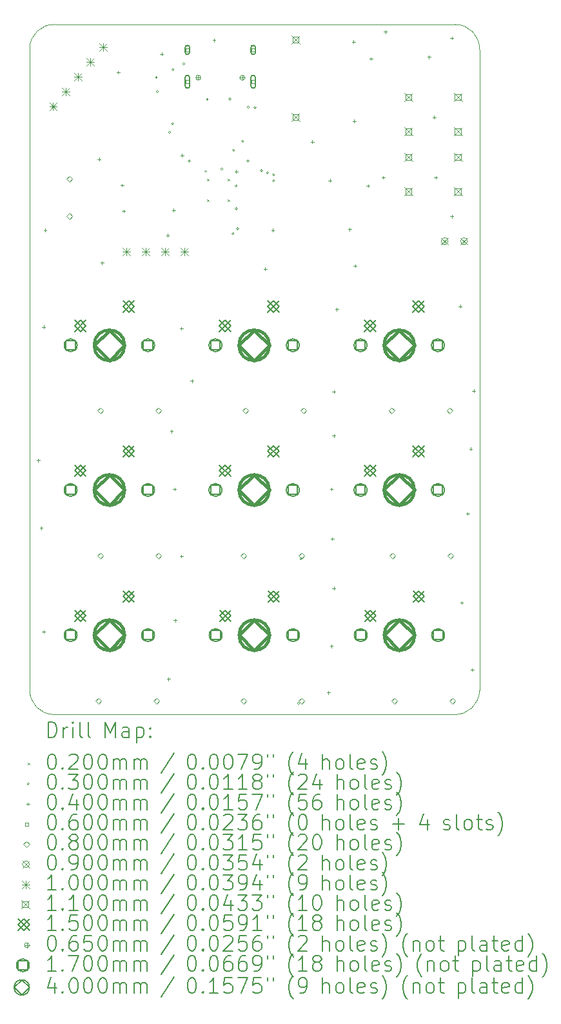
<source format=gbr>
%TF.GenerationSoftware,KiCad,Pcbnew,(6.99.0-4059-gb058ef2d87)*%
%TF.CreationDate,2022-11-01T12:36:03-04:00*%
%TF.ProjectId,rp2040_keyboard,72703230-3430-45f6-9b65-79626f617264,rev?*%
%TF.SameCoordinates,Original*%
%TF.FileFunction,Drillmap*%
%TF.FilePolarity,Positive*%
%FSLAX45Y45*%
G04 Gerber Fmt 4.5, Leading zero omitted, Abs format (unit mm)*
G04 Created by KiCad (PCBNEW (6.99.0-4059-gb058ef2d87)) date 2022-11-01 12:36:03*
%MOMM*%
%LPD*%
G01*
G04 APERTURE LIST*
%ADD10C,0.100000*%
%ADD11C,0.200000*%
%ADD12C,0.020000*%
%ADD13C,0.030000*%
%ADD14C,0.040000*%
%ADD15C,0.060000*%
%ADD16C,0.080000*%
%ADD17C,0.090000*%
%ADD18C,0.110000*%
%ADD19C,0.150000*%
%ADD20C,0.065000*%
%ADD21C,0.170000*%
%ADD22C,0.400000*%
G04 APERTURE END LIST*
D10*
X15824210Y-14096746D02*
G75*
G03*
X16154400Y-13779500I12690J317246D01*
G01*
X16154396Y-5372090D02*
G75*
G03*
X15837154Y-5041900I-317246J12690D01*
G01*
X10579090Y-5042154D02*
G75*
G03*
X10248900Y-5359400I-12690J-317246D01*
G01*
X16154400Y-13779500D02*
X16154400Y-5372090D01*
X10566400Y-14097000D02*
X15824210Y-14096746D01*
X15837154Y-5041900D02*
X10579090Y-5042154D01*
X10249154Y-13766810D02*
G75*
G03*
X10566400Y-14097000I317246J-12690D01*
G01*
X10248900Y-5359400D02*
X10249154Y-13766810D01*
D11*
D12*
X12580400Y-7068600D02*
X12600400Y-7088600D01*
X12600400Y-7068600D02*
X12580400Y-7088600D01*
X12580400Y-7338600D02*
X12600400Y-7358600D01*
X12600400Y-7338600D02*
X12580400Y-7358600D01*
X12850400Y-7068600D02*
X12870400Y-7088600D01*
X12870400Y-7068600D02*
X12850400Y-7088600D01*
X12850400Y-7338600D02*
X12870400Y-7358600D01*
X12870400Y-7338600D02*
X12850400Y-7358600D01*
D13*
X11927600Y-5737860D02*
G75*
G03*
X11927600Y-5737860I-15000J0D01*
G01*
X11937760Y-5923280D02*
G75*
G03*
X11937760Y-5923280I-15000J0D01*
G01*
X12100320Y-6456680D02*
G75*
G03*
X12100320Y-6456680I-15000J0D01*
G01*
X12139061Y-6344920D02*
G75*
G03*
X12139061Y-6344920I-15000J0D01*
G01*
X12143500Y-5633720D02*
G75*
G03*
X12143500Y-5633720I-15000J0D01*
G01*
X12285000Y-5560000D02*
G75*
G03*
X12285000Y-5560000I-15000J0D01*
G01*
X12575000Y-6970000D02*
G75*
G03*
X12575000Y-6970000I-15000J0D01*
G01*
X12595620Y-6024880D02*
G75*
G03*
X12595620Y-6024880I-15000J0D01*
G01*
X12785000Y-6940050D02*
G75*
G03*
X12785000Y-6940050I-15000J0D01*
G01*
X12892800Y-6019800D02*
G75*
G03*
X12892800Y-6019800I-15000J0D01*
G01*
X12930686Y-7787912D02*
G75*
G03*
X12930686Y-7787912I-15000J0D01*
G01*
X12940450Y-6690360D02*
G75*
G03*
X12940450Y-6690360I-15000J0D01*
G01*
X12975000Y-7160000D02*
G75*
G03*
X12975000Y-7160000I-15000J0D01*
G01*
X12975000Y-7460000D02*
G75*
G03*
X12975000Y-7460000I-15000J0D01*
G01*
X12992609Y-7722391D02*
G75*
G03*
X12992609Y-7722391I-15000J0D01*
G01*
X13060350Y-6573520D02*
G75*
G03*
X13060350Y-6573520I-15000J0D01*
G01*
X13134100Y-6126480D02*
G75*
G03*
X13134100Y-6126480I-15000J0D01*
G01*
X13220460Y-6131560D02*
G75*
G03*
X13220460Y-6131560I-15000J0D01*
G01*
X13305000Y-6960000D02*
G75*
G03*
X13305000Y-6960000I-15000J0D01*
G01*
X13385000Y-6990000D02*
G75*
G03*
X13385000Y-6990000I-15000J0D01*
G01*
X13465000Y-7013700D02*
G75*
G03*
X13465000Y-7013700I-15000J0D01*
G01*
X13465000Y-7093650D02*
G75*
G03*
X13465000Y-7093650I-15000J0D01*
G01*
X13795000Y-13950000D02*
G75*
G03*
X13795000Y-13950000I-15000J0D01*
G01*
X13825000Y-12050000D02*
G75*
G03*
X13825000Y-12050000I-15000J0D01*
G01*
D14*
X10360000Y-10740000D02*
X10360000Y-10780000D01*
X10340000Y-10760000D02*
X10380000Y-10760000D01*
X10400000Y-11630000D02*
X10400000Y-11670000D01*
X10380000Y-11650000D02*
X10420000Y-11650000D01*
X10430000Y-8990000D02*
X10430000Y-9030000D01*
X10410000Y-9010000D02*
X10450000Y-9010000D01*
X10430000Y-12990000D02*
X10430000Y-13030000D01*
X10410000Y-13010000D02*
X10450000Y-13010000D01*
X10450000Y-7720000D02*
X10450000Y-7760000D01*
X10430000Y-7740000D02*
X10470000Y-7740000D01*
X11160000Y-6790000D02*
X11160000Y-6830000D01*
X11140000Y-6810000D02*
X11180000Y-6810000D01*
X11200000Y-8150000D02*
X11200000Y-8190000D01*
X11180000Y-8170000D02*
X11220000Y-8170000D01*
X11410000Y-5650000D02*
X11410000Y-5690000D01*
X11390000Y-5670000D02*
X11430000Y-5670000D01*
X11460000Y-7130000D02*
X11460000Y-7170000D01*
X11440000Y-7150000D02*
X11480000Y-7150000D01*
X11480000Y-7470000D02*
X11480000Y-7510000D01*
X11460000Y-7490000D02*
X11500000Y-7490000D01*
X11980000Y-5410000D02*
X11980000Y-5450000D01*
X11960000Y-5430000D02*
X12000000Y-5430000D01*
X12060000Y-7790000D02*
X12060000Y-7830000D01*
X12040000Y-7810000D02*
X12080000Y-7810000D01*
X12070000Y-13610000D02*
X12070000Y-13650000D01*
X12050000Y-13630000D02*
X12090000Y-13630000D01*
X12110000Y-10360000D02*
X12110000Y-10400000D01*
X12090000Y-10380000D02*
X12130000Y-10380000D01*
X12140000Y-7460000D02*
X12140000Y-7500000D01*
X12120000Y-7480000D02*
X12160000Y-7480000D01*
X12150000Y-11120000D02*
X12150000Y-11160000D01*
X12130000Y-11140000D02*
X12170000Y-11140000D01*
X12160000Y-12840000D02*
X12160000Y-12880000D01*
X12140000Y-12860000D02*
X12180000Y-12860000D01*
X12240000Y-9010000D02*
X12240000Y-9050000D01*
X12220000Y-9030000D02*
X12260000Y-9030000D01*
X12240000Y-12000000D02*
X12240000Y-12040000D01*
X12220000Y-12020000D02*
X12260000Y-12020000D01*
X12250000Y-6740000D02*
X12250000Y-6780000D01*
X12230000Y-6760000D02*
X12270000Y-6760000D01*
X12340000Y-6810000D02*
X12340000Y-6850000D01*
X12320000Y-6830000D02*
X12360000Y-6830000D01*
X12380000Y-9700000D02*
X12380000Y-9740000D01*
X12360000Y-9720000D02*
X12400000Y-9720000D01*
X12670000Y-5230000D02*
X12670000Y-5270000D01*
X12650000Y-5250000D02*
X12690000Y-5250000D01*
X12960000Y-6950000D02*
X12960000Y-6990000D01*
X12940000Y-6970000D02*
X12980000Y-6970000D01*
X13110000Y-6810000D02*
X13110000Y-6850000D01*
X13090000Y-6830000D02*
X13130000Y-6830000D01*
X13340000Y-8230000D02*
X13340000Y-8270000D01*
X13320000Y-8250000D02*
X13360000Y-8250000D01*
X13440000Y-7720000D02*
X13440000Y-7760000D01*
X13420000Y-7740000D02*
X13460000Y-7740000D01*
X13960000Y-6560000D02*
X13960000Y-6600000D01*
X13940000Y-6580000D02*
X13980000Y-6580000D01*
X14170000Y-13790000D02*
X14170000Y-13830000D01*
X14150000Y-13810000D02*
X14190000Y-13810000D01*
X14190000Y-7070000D02*
X14190000Y-7110000D01*
X14170000Y-7090000D02*
X14210000Y-7090000D01*
X14210000Y-11120000D02*
X14210000Y-11160000D01*
X14190000Y-11140000D02*
X14230000Y-11140000D01*
X14210000Y-13180000D02*
X14210000Y-13220000D01*
X14190000Y-13200000D02*
X14230000Y-13200000D01*
X14220000Y-11770000D02*
X14220000Y-11810000D01*
X14200000Y-11790000D02*
X14240000Y-11790000D01*
X14240000Y-9840000D02*
X14240000Y-9880000D01*
X14220000Y-9860000D02*
X14260000Y-9860000D01*
X14240000Y-10420000D02*
X14240000Y-10460000D01*
X14220000Y-10440000D02*
X14260000Y-10440000D01*
X14240000Y-12420000D02*
X14240000Y-12460000D01*
X14220000Y-12440000D02*
X14260000Y-12440000D01*
X14280000Y-8760000D02*
X14280000Y-8800000D01*
X14260000Y-8780000D02*
X14300000Y-8780000D01*
X14450000Y-7710000D02*
X14450000Y-7750000D01*
X14430000Y-7730000D02*
X14470000Y-7730000D01*
X14500000Y-5250000D02*
X14500000Y-5290000D01*
X14480000Y-5270000D02*
X14520000Y-5270000D01*
X14510000Y-6290000D02*
X14510000Y-6330000D01*
X14490000Y-6310000D02*
X14530000Y-6310000D01*
X14520000Y-8190000D02*
X14520000Y-8230000D01*
X14500000Y-8210000D02*
X14540000Y-8210000D01*
X14690000Y-7140000D02*
X14690000Y-7180000D01*
X14670000Y-7160000D02*
X14710000Y-7160000D01*
X14728800Y-5471200D02*
X14728800Y-5511200D01*
X14708800Y-5491200D02*
X14748800Y-5491200D01*
X14890000Y-7030000D02*
X14890000Y-7070000D01*
X14870000Y-7050000D02*
X14910000Y-7050000D01*
X14920000Y-5120000D02*
X14920000Y-5160000D01*
X14900000Y-5140000D02*
X14940000Y-5140000D01*
X15490000Y-5450000D02*
X15490000Y-5490000D01*
X15470000Y-5470000D02*
X15510000Y-5470000D01*
X15560000Y-6240000D02*
X15560000Y-6280000D01*
X15540000Y-6260000D02*
X15580000Y-6260000D01*
X15580000Y-7030000D02*
X15580000Y-7070000D01*
X15560000Y-7050000D02*
X15600000Y-7050000D01*
X15790000Y-5200000D02*
X15790000Y-5240000D01*
X15770000Y-5220000D02*
X15810000Y-5220000D01*
X15790000Y-7540000D02*
X15790000Y-7580000D01*
X15770000Y-7560000D02*
X15810000Y-7560000D01*
X15900000Y-8720000D02*
X15900000Y-8760000D01*
X15880000Y-8740000D02*
X15920000Y-8740000D01*
X15920000Y-12610000D02*
X15920000Y-12650000D01*
X15900000Y-12630000D02*
X15940000Y-12630000D01*
X16000000Y-11440000D02*
X16000000Y-11480000D01*
X15980000Y-11460000D02*
X16020000Y-11460000D01*
X16040000Y-10590000D02*
X16040000Y-10630000D01*
X16020000Y-10610000D02*
X16060000Y-10610000D01*
X16060000Y-13490000D02*
X16060000Y-13530000D01*
X16040000Y-13510000D02*
X16080000Y-13510000D01*
X16080000Y-9830000D02*
X16080000Y-9870000D01*
X16060000Y-9850000D02*
X16100000Y-9850000D01*
D15*
X12340013Y-5397413D02*
X12340013Y-5354987D01*
X12297587Y-5354987D01*
X12297587Y-5397413D01*
X12340013Y-5397413D01*
D11*
X12348800Y-5406200D02*
X12348800Y-5346200D01*
X12348800Y-5346200D02*
G75*
G03*
X12288800Y-5346200I-30000J0D01*
G01*
X12288800Y-5346200D02*
X12288800Y-5406200D01*
X12288800Y-5406200D02*
G75*
G03*
X12348800Y-5406200I30000J0D01*
G01*
D15*
X12340013Y-5815413D02*
X12340013Y-5772987D01*
X12297587Y-5772987D01*
X12297587Y-5815413D01*
X12340013Y-5815413D01*
D11*
X12348800Y-5849200D02*
X12348800Y-5739200D01*
X12348800Y-5739200D02*
G75*
G03*
X12288800Y-5739200I-30000J0D01*
G01*
X12288800Y-5739200D02*
X12288800Y-5849200D01*
X12288800Y-5849200D02*
G75*
G03*
X12348800Y-5849200I30000J0D01*
G01*
D15*
X13204013Y-5397413D02*
X13204013Y-5354987D01*
X13161587Y-5354987D01*
X13161587Y-5397413D01*
X13204013Y-5397413D01*
D11*
X13212800Y-5406200D02*
X13212800Y-5346200D01*
X13212800Y-5346200D02*
G75*
G03*
X13152800Y-5346200I-30000J0D01*
G01*
X13152800Y-5346200D02*
X13152800Y-5406200D01*
X13152800Y-5406200D02*
G75*
G03*
X13212800Y-5406200I30000J0D01*
G01*
D15*
X13204013Y-5815413D02*
X13204013Y-5772987D01*
X13161587Y-5772987D01*
X13161587Y-5815413D01*
X13204013Y-5815413D01*
D11*
X13212800Y-5849200D02*
X13212800Y-5739200D01*
X13212800Y-5739200D02*
G75*
G03*
X13152800Y-5739200I-30000J0D01*
G01*
X13152800Y-5739200D02*
X13152800Y-5849200D01*
X13152800Y-5849200D02*
G75*
G03*
X13212800Y-5849200I30000J0D01*
G01*
D16*
X10770000Y-7110000D02*
X10810000Y-7070000D01*
X10770000Y-7030000D01*
X10730000Y-7070000D01*
X10770000Y-7110000D01*
X10770000Y-7598000D02*
X10810000Y-7558000D01*
X10770000Y-7518000D01*
X10730000Y-7558000D01*
X10770000Y-7598000D01*
X11151800Y-13959200D02*
X11191800Y-13919200D01*
X11151800Y-13879200D01*
X11111800Y-13919200D01*
X11151800Y-13959200D01*
X11177200Y-10149200D02*
X11217200Y-10109200D01*
X11177200Y-10069200D01*
X11137200Y-10109200D01*
X11177200Y-10149200D01*
X11177200Y-12054200D02*
X11217200Y-12014200D01*
X11177200Y-11974200D01*
X11137200Y-12014200D01*
X11177200Y-12054200D01*
X11913800Y-13959200D02*
X11953800Y-13919200D01*
X11913800Y-13879200D01*
X11873800Y-13919200D01*
X11913800Y-13959200D01*
X11939200Y-10149200D02*
X11979200Y-10109200D01*
X11939200Y-10069200D01*
X11899200Y-10109200D01*
X11939200Y-10149200D01*
X11939200Y-12054200D02*
X11979200Y-12014200D01*
X11939200Y-11974200D01*
X11899200Y-12014200D01*
X11939200Y-12054200D01*
X13056800Y-12054200D02*
X13096800Y-12014200D01*
X13056800Y-11974200D01*
X13016800Y-12014200D01*
X13056800Y-12054200D01*
X13056800Y-13959200D02*
X13096800Y-13919200D01*
X13056800Y-13879200D01*
X13016800Y-13919200D01*
X13056800Y-13959200D01*
X13082200Y-10149200D02*
X13122200Y-10109200D01*
X13082200Y-10069200D01*
X13042200Y-10109200D01*
X13082200Y-10149200D01*
X13818800Y-12054200D02*
X13858800Y-12014200D01*
X13818800Y-11974200D01*
X13778800Y-12014200D01*
X13818800Y-12054200D01*
X13818800Y-13959200D02*
X13858800Y-13919200D01*
X13818800Y-13879200D01*
X13778800Y-13919200D01*
X13818800Y-13959200D01*
X13844200Y-10149200D02*
X13884200Y-10109200D01*
X13844200Y-10069200D01*
X13804200Y-10109200D01*
X13844200Y-10149200D01*
X15000000Y-10149200D02*
X15040000Y-10109200D01*
X15000000Y-10069200D01*
X14960000Y-10109200D01*
X15000000Y-10149200D01*
X15012600Y-12054200D02*
X15052600Y-12014200D01*
X15012600Y-11974200D01*
X14972600Y-12014200D01*
X15012600Y-12054200D01*
X15038000Y-13959200D02*
X15078000Y-13919200D01*
X15038000Y-13879200D01*
X14998000Y-13919200D01*
X15038000Y-13959200D01*
X15762000Y-10149200D02*
X15802000Y-10109200D01*
X15762000Y-10069200D01*
X15722000Y-10109200D01*
X15762000Y-10149200D01*
X15774600Y-12054200D02*
X15814600Y-12014200D01*
X15774600Y-11974200D01*
X15734600Y-12014200D01*
X15774600Y-12054200D01*
X15800000Y-13959200D02*
X15840000Y-13919200D01*
X15800000Y-13879200D01*
X15760000Y-13919200D01*
X15800000Y-13959200D01*
D17*
X15652700Y-7841700D02*
X15742700Y-7931700D01*
X15742700Y-7841700D02*
X15652700Y-7931700D01*
X15742700Y-7886700D02*
G75*
G03*
X15742700Y-7886700I-45000J0D01*
G01*
X15906700Y-7841700D02*
X15996700Y-7931700D01*
X15996700Y-7841700D02*
X15906700Y-7931700D01*
X15996700Y-7886700D02*
G75*
G03*
X15996700Y-7886700I-45000J0D01*
G01*
D10*
X10506928Y-6068301D02*
X10606928Y-6168301D01*
X10606928Y-6068301D02*
X10506928Y-6168301D01*
X10556928Y-6068301D02*
X10556928Y-6168301D01*
X10506928Y-6118301D02*
X10606928Y-6118301D01*
X10670196Y-5873726D02*
X10770196Y-5973726D01*
X10770196Y-5873726D02*
X10670196Y-5973726D01*
X10720196Y-5873726D02*
X10720196Y-5973726D01*
X10670196Y-5923726D02*
X10770196Y-5923726D01*
X10833464Y-5679151D02*
X10933464Y-5779151D01*
X10933464Y-5679151D02*
X10833464Y-5779151D01*
X10883464Y-5679151D02*
X10883464Y-5779151D01*
X10833464Y-5729151D02*
X10933464Y-5729151D01*
X10996732Y-5484575D02*
X11096732Y-5584575D01*
X11096732Y-5484575D02*
X10996732Y-5584575D01*
X11046732Y-5484575D02*
X11046732Y-5584575D01*
X10996732Y-5534575D02*
X11096732Y-5534575D01*
X11160000Y-5290000D02*
X11260000Y-5390000D01*
X11260000Y-5290000D02*
X11160000Y-5390000D01*
X11210000Y-5290000D02*
X11210000Y-5390000D01*
X11160000Y-5340000D02*
X11260000Y-5340000D01*
X11468000Y-7970000D02*
X11568000Y-8070000D01*
X11568000Y-7970000D02*
X11468000Y-8070000D01*
X11518000Y-7970000D02*
X11518000Y-8070000D01*
X11468000Y-8020000D02*
X11568000Y-8020000D01*
X11722000Y-7970000D02*
X11822000Y-8070000D01*
X11822000Y-7970000D02*
X11722000Y-8070000D01*
X11772000Y-7970000D02*
X11772000Y-8070000D01*
X11722000Y-8020000D02*
X11822000Y-8020000D01*
X11976000Y-7970000D02*
X12076000Y-8070000D01*
X12076000Y-7970000D02*
X11976000Y-8070000D01*
X12026000Y-7970000D02*
X12026000Y-8070000D01*
X11976000Y-8020000D02*
X12076000Y-8020000D01*
X12230000Y-7970000D02*
X12330000Y-8070000D01*
X12330000Y-7970000D02*
X12230000Y-8070000D01*
X12280000Y-7970000D02*
X12280000Y-8070000D01*
X12230000Y-8020000D02*
X12330000Y-8020000D01*
D18*
X13686400Y-5190100D02*
X13796400Y-5300100D01*
X13796400Y-5190100D02*
X13686400Y-5300100D01*
X13780291Y-5283991D02*
X13780291Y-5206209D01*
X13702509Y-5206209D01*
X13702509Y-5283991D01*
X13780291Y-5283991D01*
X13686400Y-6206100D02*
X13796400Y-6316100D01*
X13796400Y-6206100D02*
X13686400Y-6316100D01*
X13780291Y-6299991D02*
X13780291Y-6222209D01*
X13702509Y-6222209D01*
X13702509Y-6299991D01*
X13780291Y-6299991D01*
X15164800Y-5943000D02*
X15274800Y-6053000D01*
X15274800Y-5943000D02*
X15164800Y-6053000D01*
X15258691Y-6036891D02*
X15258691Y-5959109D01*
X15180909Y-5959109D01*
X15180909Y-6036891D01*
X15258691Y-6036891D01*
X15164800Y-6393000D02*
X15274800Y-6503000D01*
X15274800Y-6393000D02*
X15164800Y-6503000D01*
X15258691Y-6486891D02*
X15258691Y-6409109D01*
X15180909Y-6409109D01*
X15180909Y-6486891D01*
X15258691Y-6486891D01*
X15164800Y-6730400D02*
X15274800Y-6840400D01*
X15274800Y-6730400D02*
X15164800Y-6840400D01*
X15258691Y-6824291D02*
X15258691Y-6746509D01*
X15180909Y-6746509D01*
X15180909Y-6824291D01*
X15258691Y-6824291D01*
X15164800Y-7180400D02*
X15274800Y-7290400D01*
X15274800Y-7180400D02*
X15164800Y-7290400D01*
X15258691Y-7274291D02*
X15258691Y-7196509D01*
X15180909Y-7196509D01*
X15180909Y-7274291D01*
X15258691Y-7274291D01*
X15814800Y-5943000D02*
X15924800Y-6053000D01*
X15924800Y-5943000D02*
X15814800Y-6053000D01*
X15908691Y-6036891D02*
X15908691Y-5959109D01*
X15830909Y-5959109D01*
X15830909Y-6036891D01*
X15908691Y-6036891D01*
X15814800Y-6393000D02*
X15924800Y-6503000D01*
X15924800Y-6393000D02*
X15814800Y-6503000D01*
X15908691Y-6486891D02*
X15908691Y-6409109D01*
X15830909Y-6409109D01*
X15830909Y-6486891D01*
X15908691Y-6486891D01*
X15814800Y-6730400D02*
X15924800Y-6840400D01*
X15924800Y-6730400D02*
X15814800Y-6840400D01*
X15908691Y-6824291D02*
X15908691Y-6746509D01*
X15830909Y-6746509D01*
X15830909Y-6824291D01*
X15908691Y-6824291D01*
X15814800Y-7180400D02*
X15924800Y-7290400D01*
X15924800Y-7180400D02*
X15814800Y-7290400D01*
X15908691Y-7274291D02*
X15908691Y-7196509D01*
X15830909Y-7196509D01*
X15830909Y-7274291D01*
X15908691Y-7274291D01*
D19*
X10838300Y-8922900D02*
X10988300Y-9072900D01*
X10988300Y-8922900D02*
X10838300Y-9072900D01*
X10913300Y-9072900D02*
X10988300Y-8997900D01*
X10913300Y-8922900D01*
X10838300Y-8997900D01*
X10913300Y-9072900D01*
X10838300Y-10821600D02*
X10988300Y-10971600D01*
X10988300Y-10821600D02*
X10838300Y-10971600D01*
X10913300Y-10971600D02*
X10988300Y-10896600D01*
X10913300Y-10821600D01*
X10838300Y-10896600D01*
X10913300Y-10971600D01*
X10838300Y-12726600D02*
X10988300Y-12876600D01*
X10988300Y-12726600D02*
X10838300Y-12876600D01*
X10913300Y-12876600D02*
X10988300Y-12801600D01*
X10913300Y-12726600D01*
X10838300Y-12801600D01*
X10913300Y-12876600D01*
X11473300Y-8668900D02*
X11623300Y-8818900D01*
X11623300Y-8668900D02*
X11473300Y-8818900D01*
X11548300Y-8818900D02*
X11623300Y-8743900D01*
X11548300Y-8668900D01*
X11473300Y-8743900D01*
X11548300Y-8818900D01*
X11473300Y-10567600D02*
X11623300Y-10717600D01*
X11623300Y-10567600D02*
X11473300Y-10717600D01*
X11548300Y-10717600D02*
X11623300Y-10642600D01*
X11548300Y-10567600D01*
X11473300Y-10642600D01*
X11548300Y-10717600D01*
X11473300Y-12472600D02*
X11623300Y-12622600D01*
X11623300Y-12472600D02*
X11473300Y-12622600D01*
X11548300Y-12622600D02*
X11623300Y-12547600D01*
X11548300Y-12472600D01*
X11473300Y-12547600D01*
X11548300Y-12622600D01*
X12739300Y-8922900D02*
X12889300Y-9072900D01*
X12889300Y-8922900D02*
X12739300Y-9072900D01*
X12814300Y-9072900D02*
X12889300Y-8997900D01*
X12814300Y-8922900D01*
X12739300Y-8997900D01*
X12814300Y-9072900D01*
X12739300Y-10821600D02*
X12889300Y-10971600D01*
X12889300Y-10821600D02*
X12739300Y-10971600D01*
X12814300Y-10971600D02*
X12889300Y-10896600D01*
X12814300Y-10821600D01*
X12739300Y-10896600D01*
X12814300Y-10971600D01*
X12741840Y-12726600D02*
X12891840Y-12876600D01*
X12891840Y-12726600D02*
X12741840Y-12876600D01*
X12816840Y-12876600D02*
X12891840Y-12801600D01*
X12816840Y-12726600D01*
X12741840Y-12801600D01*
X12816840Y-12876600D01*
X13374300Y-8668900D02*
X13524300Y-8818900D01*
X13524300Y-8668900D02*
X13374300Y-8818900D01*
X13449300Y-8818900D02*
X13524300Y-8743900D01*
X13449300Y-8668900D01*
X13374300Y-8743900D01*
X13449300Y-8818900D01*
X13374300Y-10567600D02*
X13524300Y-10717600D01*
X13524300Y-10567600D02*
X13374300Y-10717600D01*
X13449300Y-10717600D02*
X13524300Y-10642600D01*
X13449300Y-10567600D01*
X13374300Y-10642600D01*
X13449300Y-10717600D01*
X13376840Y-12472600D02*
X13526840Y-12622600D01*
X13526840Y-12472600D02*
X13376840Y-12622600D01*
X13451840Y-12622600D02*
X13526840Y-12547600D01*
X13451840Y-12472600D01*
X13376840Y-12547600D01*
X13451840Y-12622600D01*
X14644300Y-8922900D02*
X14794300Y-9072900D01*
X14794300Y-8922900D02*
X14644300Y-9072900D01*
X14719300Y-9072900D02*
X14794300Y-8997900D01*
X14719300Y-8922900D01*
X14644300Y-8997900D01*
X14719300Y-9072900D01*
X14644300Y-10821600D02*
X14794300Y-10971600D01*
X14794300Y-10821600D02*
X14644300Y-10971600D01*
X14719300Y-10971600D02*
X14794300Y-10896600D01*
X14719300Y-10821600D01*
X14644300Y-10896600D01*
X14719300Y-10971600D01*
X14646840Y-12726600D02*
X14796840Y-12876600D01*
X14796840Y-12726600D02*
X14646840Y-12876600D01*
X14721840Y-12876600D02*
X14796840Y-12801600D01*
X14721840Y-12726600D01*
X14646840Y-12801600D01*
X14721840Y-12876600D01*
X15279300Y-8668900D02*
X15429300Y-8818900D01*
X15429300Y-8668900D02*
X15279300Y-8818900D01*
X15354300Y-8818900D02*
X15429300Y-8743900D01*
X15354300Y-8668900D01*
X15279300Y-8743900D01*
X15354300Y-8818900D01*
X15279300Y-10567600D02*
X15429300Y-10717600D01*
X15429300Y-10567600D02*
X15279300Y-10717600D01*
X15354300Y-10717600D02*
X15429300Y-10642600D01*
X15354300Y-10567600D01*
X15279300Y-10642600D01*
X15354300Y-10717600D01*
X15281840Y-12472600D02*
X15431840Y-12622600D01*
X15431840Y-12472600D02*
X15281840Y-12622600D01*
X15356840Y-12622600D02*
X15431840Y-12547600D01*
X15356840Y-12472600D01*
X15281840Y-12547600D01*
X15356840Y-12622600D01*
D20*
X12461800Y-5708700D02*
X12461800Y-5773700D01*
X12429300Y-5741200D02*
X12494300Y-5741200D01*
X12494300Y-5741200D02*
G75*
G03*
X12494300Y-5741200I-32500J0D01*
G01*
X13039800Y-5708700D02*
X13039800Y-5773700D01*
X13007300Y-5741200D02*
X13072300Y-5741200D01*
X13072300Y-5741200D02*
G75*
G03*
X13072300Y-5741200I-32500J0D01*
G01*
D21*
X10846405Y-9312005D02*
X10846405Y-9191795D01*
X10726195Y-9191795D01*
X10726195Y-9312005D01*
X10846405Y-9312005D01*
X10871300Y-9251900D02*
G75*
G03*
X10871300Y-9251900I-85000J0D01*
G01*
X10846405Y-11210705D02*
X10846405Y-11090495D01*
X10726195Y-11090495D01*
X10726195Y-11210705D01*
X10846405Y-11210705D01*
X10871300Y-11150600D02*
G75*
G03*
X10871300Y-11150600I-85000J0D01*
G01*
X10846405Y-13115705D02*
X10846405Y-12995495D01*
X10726195Y-12995495D01*
X10726195Y-13115705D01*
X10846405Y-13115705D01*
X10871300Y-13055600D02*
G75*
G03*
X10871300Y-13055600I-85000J0D01*
G01*
X11862405Y-9312005D02*
X11862405Y-9191795D01*
X11742195Y-9191795D01*
X11742195Y-9312005D01*
X11862405Y-9312005D01*
X11887300Y-9251900D02*
G75*
G03*
X11887300Y-9251900I-85000J0D01*
G01*
X11862405Y-11210705D02*
X11862405Y-11090495D01*
X11742195Y-11090495D01*
X11742195Y-11210705D01*
X11862405Y-11210705D01*
X11887300Y-11150600D02*
G75*
G03*
X11887300Y-11150600I-85000J0D01*
G01*
X11862405Y-13115705D02*
X11862405Y-12995495D01*
X11742195Y-12995495D01*
X11742195Y-13115705D01*
X11862405Y-13115705D01*
X11887300Y-13055600D02*
G75*
G03*
X11887300Y-13055600I-85000J0D01*
G01*
X12747405Y-9312005D02*
X12747405Y-9191795D01*
X12627195Y-9191795D01*
X12627195Y-9312005D01*
X12747405Y-9312005D01*
X12772300Y-9251900D02*
G75*
G03*
X12772300Y-9251900I-85000J0D01*
G01*
X12747405Y-11210705D02*
X12747405Y-11090495D01*
X12627195Y-11090495D01*
X12627195Y-11210705D01*
X12747405Y-11210705D01*
X12772300Y-11150600D02*
G75*
G03*
X12772300Y-11150600I-85000J0D01*
G01*
X12749945Y-13115705D02*
X12749945Y-12995495D01*
X12629735Y-12995495D01*
X12629735Y-13115705D01*
X12749945Y-13115705D01*
X12774840Y-13055600D02*
G75*
G03*
X12774840Y-13055600I-85000J0D01*
G01*
X13763405Y-9312005D02*
X13763405Y-9191795D01*
X13643195Y-9191795D01*
X13643195Y-9312005D01*
X13763405Y-9312005D01*
X13788300Y-9251900D02*
G75*
G03*
X13788300Y-9251900I-85000J0D01*
G01*
X13763405Y-11210705D02*
X13763405Y-11090495D01*
X13643195Y-11090495D01*
X13643195Y-11210705D01*
X13763405Y-11210705D01*
X13788300Y-11150600D02*
G75*
G03*
X13788300Y-11150600I-85000J0D01*
G01*
X13765945Y-13115705D02*
X13765945Y-12995495D01*
X13645735Y-12995495D01*
X13645735Y-13115705D01*
X13765945Y-13115705D01*
X13790840Y-13055600D02*
G75*
G03*
X13790840Y-13055600I-85000J0D01*
G01*
X14652405Y-9312005D02*
X14652405Y-9191795D01*
X14532195Y-9191795D01*
X14532195Y-9312005D01*
X14652405Y-9312005D01*
X14677300Y-9251900D02*
G75*
G03*
X14677300Y-9251900I-85000J0D01*
G01*
X14652405Y-11210705D02*
X14652405Y-11090495D01*
X14532195Y-11090495D01*
X14532195Y-11210705D01*
X14652405Y-11210705D01*
X14677300Y-11150600D02*
G75*
G03*
X14677300Y-11150600I-85000J0D01*
G01*
X14654945Y-13115705D02*
X14654945Y-12995495D01*
X14534735Y-12995495D01*
X14534735Y-13115705D01*
X14654945Y-13115705D01*
X14679840Y-13055600D02*
G75*
G03*
X14679840Y-13055600I-85000J0D01*
G01*
X15668405Y-9312005D02*
X15668405Y-9191795D01*
X15548195Y-9191795D01*
X15548195Y-9312005D01*
X15668405Y-9312005D01*
X15693300Y-9251900D02*
G75*
G03*
X15693300Y-9251900I-85000J0D01*
G01*
X15668405Y-11210705D02*
X15668405Y-11090495D01*
X15548195Y-11090495D01*
X15548195Y-11210705D01*
X15668405Y-11210705D01*
X15693300Y-11150600D02*
G75*
G03*
X15693300Y-11150600I-85000J0D01*
G01*
X15670945Y-13115705D02*
X15670945Y-12995495D01*
X15550735Y-12995495D01*
X15550735Y-13115705D01*
X15670945Y-13115705D01*
X15695840Y-13055600D02*
G75*
G03*
X15695840Y-13055600I-85000J0D01*
G01*
D22*
X11294300Y-9451900D02*
X11494300Y-9251900D01*
X11294300Y-9051900D01*
X11094300Y-9251900D01*
X11294300Y-9451900D01*
X11494300Y-9251900D02*
G75*
G03*
X11494300Y-9251900I-200000J0D01*
G01*
X11294300Y-11350600D02*
X11494300Y-11150600D01*
X11294300Y-10950600D01*
X11094300Y-11150600D01*
X11294300Y-11350600D01*
X11494300Y-11150600D02*
G75*
G03*
X11494300Y-11150600I-200000J0D01*
G01*
X11294300Y-13255600D02*
X11494300Y-13055600D01*
X11294300Y-12855600D01*
X11094300Y-13055600D01*
X11294300Y-13255600D01*
X11494300Y-13055600D02*
G75*
G03*
X11494300Y-13055600I-200000J0D01*
G01*
X13195300Y-9451900D02*
X13395300Y-9251900D01*
X13195300Y-9051900D01*
X12995300Y-9251900D01*
X13195300Y-9451900D01*
X13395300Y-9251900D02*
G75*
G03*
X13395300Y-9251900I-200000J0D01*
G01*
X13195300Y-11350600D02*
X13395300Y-11150600D01*
X13195300Y-10950600D01*
X12995300Y-11150600D01*
X13195300Y-11350600D01*
X13395300Y-11150600D02*
G75*
G03*
X13395300Y-11150600I-200000J0D01*
G01*
X13197840Y-13255600D02*
X13397840Y-13055600D01*
X13197840Y-12855600D01*
X12997840Y-13055600D01*
X13197840Y-13255600D01*
X13397840Y-13055600D02*
G75*
G03*
X13397840Y-13055600I-200000J0D01*
G01*
X15100300Y-9451900D02*
X15300300Y-9251900D01*
X15100300Y-9051900D01*
X14900300Y-9251900D01*
X15100300Y-9451900D01*
X15300300Y-9251900D02*
G75*
G03*
X15300300Y-9251900I-200000J0D01*
G01*
X15100300Y-11350600D02*
X15300300Y-11150600D01*
X15100300Y-10950600D01*
X14900300Y-11150600D01*
X15100300Y-11350600D01*
X15300300Y-11150600D02*
G75*
G03*
X15300300Y-11150600I-200000J0D01*
G01*
X15102840Y-13255600D02*
X15302840Y-13055600D01*
X15102840Y-12855600D01*
X14902840Y-13055600D01*
X15102840Y-13255600D01*
X15302840Y-13055600D02*
G75*
G03*
X15302840Y-13055600I-200000J0D01*
G01*
D11*
X10491519Y-14395476D02*
X10491519Y-14195476D01*
X10491519Y-14195476D02*
X10539138Y-14195476D01*
X10539138Y-14195476D02*
X10567710Y-14205000D01*
X10567710Y-14205000D02*
X10586757Y-14224047D01*
X10586757Y-14224047D02*
X10596281Y-14243095D01*
X10596281Y-14243095D02*
X10605805Y-14281190D01*
X10605805Y-14281190D02*
X10605805Y-14309762D01*
X10605805Y-14309762D02*
X10596281Y-14347857D01*
X10596281Y-14347857D02*
X10586757Y-14366905D01*
X10586757Y-14366905D02*
X10567710Y-14385952D01*
X10567710Y-14385952D02*
X10539138Y-14395476D01*
X10539138Y-14395476D02*
X10491519Y-14395476D01*
X10691519Y-14395476D02*
X10691519Y-14262143D01*
X10691519Y-14300238D02*
X10701043Y-14281190D01*
X10701043Y-14281190D02*
X10710567Y-14271666D01*
X10710567Y-14271666D02*
X10729614Y-14262143D01*
X10729614Y-14262143D02*
X10748662Y-14262143D01*
X10815329Y-14395476D02*
X10815329Y-14262143D01*
X10815329Y-14195476D02*
X10805805Y-14205000D01*
X10805805Y-14205000D02*
X10815329Y-14214524D01*
X10815329Y-14214524D02*
X10824852Y-14205000D01*
X10824852Y-14205000D02*
X10815329Y-14195476D01*
X10815329Y-14195476D02*
X10815329Y-14214524D01*
X10939138Y-14395476D02*
X10920091Y-14385952D01*
X10920091Y-14385952D02*
X10910567Y-14366905D01*
X10910567Y-14366905D02*
X10910567Y-14195476D01*
X11043900Y-14395476D02*
X11024852Y-14385952D01*
X11024852Y-14385952D02*
X11015329Y-14366905D01*
X11015329Y-14366905D02*
X11015329Y-14195476D01*
X11240090Y-14395476D02*
X11240090Y-14195476D01*
X11240090Y-14195476D02*
X11306757Y-14338333D01*
X11306757Y-14338333D02*
X11373424Y-14195476D01*
X11373424Y-14195476D02*
X11373424Y-14395476D01*
X11554376Y-14395476D02*
X11554376Y-14290714D01*
X11554376Y-14290714D02*
X11544852Y-14271666D01*
X11544852Y-14271666D02*
X11525805Y-14262143D01*
X11525805Y-14262143D02*
X11487709Y-14262143D01*
X11487709Y-14262143D02*
X11468662Y-14271666D01*
X11554376Y-14385952D02*
X11535329Y-14395476D01*
X11535329Y-14395476D02*
X11487709Y-14395476D01*
X11487709Y-14395476D02*
X11468662Y-14385952D01*
X11468662Y-14385952D02*
X11459138Y-14366905D01*
X11459138Y-14366905D02*
X11459138Y-14347857D01*
X11459138Y-14347857D02*
X11468662Y-14328809D01*
X11468662Y-14328809D02*
X11487709Y-14319286D01*
X11487709Y-14319286D02*
X11535329Y-14319286D01*
X11535329Y-14319286D02*
X11554376Y-14309762D01*
X11649614Y-14262143D02*
X11649614Y-14462143D01*
X11649614Y-14271666D02*
X11668662Y-14262143D01*
X11668662Y-14262143D02*
X11706757Y-14262143D01*
X11706757Y-14262143D02*
X11725805Y-14271666D01*
X11725805Y-14271666D02*
X11735329Y-14281190D01*
X11735329Y-14281190D02*
X11744852Y-14300238D01*
X11744852Y-14300238D02*
X11744852Y-14357381D01*
X11744852Y-14357381D02*
X11735329Y-14376428D01*
X11735329Y-14376428D02*
X11725805Y-14385952D01*
X11725805Y-14385952D02*
X11706757Y-14395476D01*
X11706757Y-14395476D02*
X11668662Y-14395476D01*
X11668662Y-14395476D02*
X11649614Y-14385952D01*
X11830567Y-14376428D02*
X11840090Y-14385952D01*
X11840090Y-14385952D02*
X11830567Y-14395476D01*
X11830567Y-14395476D02*
X11821043Y-14385952D01*
X11821043Y-14385952D02*
X11830567Y-14376428D01*
X11830567Y-14376428D02*
X11830567Y-14395476D01*
X11830567Y-14271666D02*
X11840090Y-14281190D01*
X11840090Y-14281190D02*
X11830567Y-14290714D01*
X11830567Y-14290714D02*
X11821043Y-14281190D01*
X11821043Y-14281190D02*
X11830567Y-14271666D01*
X11830567Y-14271666D02*
X11830567Y-14290714D01*
D12*
X10223900Y-14732000D02*
X10243900Y-14752000D01*
X10243900Y-14732000D02*
X10223900Y-14752000D01*
D11*
X10529614Y-14615476D02*
X10548662Y-14615476D01*
X10548662Y-14615476D02*
X10567710Y-14625000D01*
X10567710Y-14625000D02*
X10577233Y-14634524D01*
X10577233Y-14634524D02*
X10586757Y-14653571D01*
X10586757Y-14653571D02*
X10596281Y-14691666D01*
X10596281Y-14691666D02*
X10596281Y-14739286D01*
X10596281Y-14739286D02*
X10586757Y-14777381D01*
X10586757Y-14777381D02*
X10577233Y-14796428D01*
X10577233Y-14796428D02*
X10567710Y-14805952D01*
X10567710Y-14805952D02*
X10548662Y-14815476D01*
X10548662Y-14815476D02*
X10529614Y-14815476D01*
X10529614Y-14815476D02*
X10510567Y-14805952D01*
X10510567Y-14805952D02*
X10501043Y-14796428D01*
X10501043Y-14796428D02*
X10491519Y-14777381D01*
X10491519Y-14777381D02*
X10481995Y-14739286D01*
X10481995Y-14739286D02*
X10481995Y-14691666D01*
X10481995Y-14691666D02*
X10491519Y-14653571D01*
X10491519Y-14653571D02*
X10501043Y-14634524D01*
X10501043Y-14634524D02*
X10510567Y-14625000D01*
X10510567Y-14625000D02*
X10529614Y-14615476D01*
X10681995Y-14796428D02*
X10691519Y-14805952D01*
X10691519Y-14805952D02*
X10681995Y-14815476D01*
X10681995Y-14815476D02*
X10672472Y-14805952D01*
X10672472Y-14805952D02*
X10681995Y-14796428D01*
X10681995Y-14796428D02*
X10681995Y-14815476D01*
X10767710Y-14634524D02*
X10777233Y-14625000D01*
X10777233Y-14625000D02*
X10796281Y-14615476D01*
X10796281Y-14615476D02*
X10843900Y-14615476D01*
X10843900Y-14615476D02*
X10862948Y-14625000D01*
X10862948Y-14625000D02*
X10872472Y-14634524D01*
X10872472Y-14634524D02*
X10881995Y-14653571D01*
X10881995Y-14653571D02*
X10881995Y-14672619D01*
X10881995Y-14672619D02*
X10872472Y-14701190D01*
X10872472Y-14701190D02*
X10758186Y-14815476D01*
X10758186Y-14815476D02*
X10881995Y-14815476D01*
X11005805Y-14615476D02*
X11024853Y-14615476D01*
X11024853Y-14615476D02*
X11043900Y-14625000D01*
X11043900Y-14625000D02*
X11053424Y-14634524D01*
X11053424Y-14634524D02*
X11062948Y-14653571D01*
X11062948Y-14653571D02*
X11072472Y-14691666D01*
X11072472Y-14691666D02*
X11072472Y-14739286D01*
X11072472Y-14739286D02*
X11062948Y-14777381D01*
X11062948Y-14777381D02*
X11053424Y-14796428D01*
X11053424Y-14796428D02*
X11043900Y-14805952D01*
X11043900Y-14805952D02*
X11024853Y-14815476D01*
X11024853Y-14815476D02*
X11005805Y-14815476D01*
X11005805Y-14815476D02*
X10986757Y-14805952D01*
X10986757Y-14805952D02*
X10977233Y-14796428D01*
X10977233Y-14796428D02*
X10967710Y-14777381D01*
X10967710Y-14777381D02*
X10958186Y-14739286D01*
X10958186Y-14739286D02*
X10958186Y-14691666D01*
X10958186Y-14691666D02*
X10967710Y-14653571D01*
X10967710Y-14653571D02*
X10977233Y-14634524D01*
X10977233Y-14634524D02*
X10986757Y-14625000D01*
X10986757Y-14625000D02*
X11005805Y-14615476D01*
X11196281Y-14615476D02*
X11215329Y-14615476D01*
X11215329Y-14615476D02*
X11234376Y-14625000D01*
X11234376Y-14625000D02*
X11243900Y-14634524D01*
X11243900Y-14634524D02*
X11253424Y-14653571D01*
X11253424Y-14653571D02*
X11262948Y-14691666D01*
X11262948Y-14691666D02*
X11262948Y-14739286D01*
X11262948Y-14739286D02*
X11253424Y-14777381D01*
X11253424Y-14777381D02*
X11243900Y-14796428D01*
X11243900Y-14796428D02*
X11234376Y-14805952D01*
X11234376Y-14805952D02*
X11215329Y-14815476D01*
X11215329Y-14815476D02*
X11196281Y-14815476D01*
X11196281Y-14815476D02*
X11177233Y-14805952D01*
X11177233Y-14805952D02*
X11167710Y-14796428D01*
X11167710Y-14796428D02*
X11158186Y-14777381D01*
X11158186Y-14777381D02*
X11148662Y-14739286D01*
X11148662Y-14739286D02*
X11148662Y-14691666D01*
X11148662Y-14691666D02*
X11158186Y-14653571D01*
X11158186Y-14653571D02*
X11167710Y-14634524D01*
X11167710Y-14634524D02*
X11177233Y-14625000D01*
X11177233Y-14625000D02*
X11196281Y-14615476D01*
X11348662Y-14815476D02*
X11348662Y-14682143D01*
X11348662Y-14701190D02*
X11358186Y-14691666D01*
X11358186Y-14691666D02*
X11377233Y-14682143D01*
X11377233Y-14682143D02*
X11405805Y-14682143D01*
X11405805Y-14682143D02*
X11424852Y-14691666D01*
X11424852Y-14691666D02*
X11434376Y-14710714D01*
X11434376Y-14710714D02*
X11434376Y-14815476D01*
X11434376Y-14710714D02*
X11443900Y-14691666D01*
X11443900Y-14691666D02*
X11462948Y-14682143D01*
X11462948Y-14682143D02*
X11491519Y-14682143D01*
X11491519Y-14682143D02*
X11510567Y-14691666D01*
X11510567Y-14691666D02*
X11520091Y-14710714D01*
X11520091Y-14710714D02*
X11520091Y-14815476D01*
X11615329Y-14815476D02*
X11615329Y-14682143D01*
X11615329Y-14701190D02*
X11624852Y-14691666D01*
X11624852Y-14691666D02*
X11643900Y-14682143D01*
X11643900Y-14682143D02*
X11672472Y-14682143D01*
X11672472Y-14682143D02*
X11691519Y-14691666D01*
X11691519Y-14691666D02*
X11701043Y-14710714D01*
X11701043Y-14710714D02*
X11701043Y-14815476D01*
X11701043Y-14710714D02*
X11710567Y-14691666D01*
X11710567Y-14691666D02*
X11729614Y-14682143D01*
X11729614Y-14682143D02*
X11758186Y-14682143D01*
X11758186Y-14682143D02*
X11777233Y-14691666D01*
X11777233Y-14691666D02*
X11786757Y-14710714D01*
X11786757Y-14710714D02*
X11786757Y-14815476D01*
X12144852Y-14605952D02*
X11973424Y-14863095D01*
X12369614Y-14615476D02*
X12388662Y-14615476D01*
X12388662Y-14615476D02*
X12407710Y-14625000D01*
X12407710Y-14625000D02*
X12417233Y-14634524D01*
X12417233Y-14634524D02*
X12426757Y-14653571D01*
X12426757Y-14653571D02*
X12436281Y-14691666D01*
X12436281Y-14691666D02*
X12436281Y-14739286D01*
X12436281Y-14739286D02*
X12426757Y-14777381D01*
X12426757Y-14777381D02*
X12417233Y-14796428D01*
X12417233Y-14796428D02*
X12407710Y-14805952D01*
X12407710Y-14805952D02*
X12388662Y-14815476D01*
X12388662Y-14815476D02*
X12369614Y-14815476D01*
X12369614Y-14815476D02*
X12350567Y-14805952D01*
X12350567Y-14805952D02*
X12341043Y-14796428D01*
X12341043Y-14796428D02*
X12331519Y-14777381D01*
X12331519Y-14777381D02*
X12321995Y-14739286D01*
X12321995Y-14739286D02*
X12321995Y-14691666D01*
X12321995Y-14691666D02*
X12331519Y-14653571D01*
X12331519Y-14653571D02*
X12341043Y-14634524D01*
X12341043Y-14634524D02*
X12350567Y-14625000D01*
X12350567Y-14625000D02*
X12369614Y-14615476D01*
X12521995Y-14796428D02*
X12531519Y-14805952D01*
X12531519Y-14805952D02*
X12521995Y-14815476D01*
X12521995Y-14815476D02*
X12512472Y-14805952D01*
X12512472Y-14805952D02*
X12521995Y-14796428D01*
X12521995Y-14796428D02*
X12521995Y-14815476D01*
X12655329Y-14615476D02*
X12674376Y-14615476D01*
X12674376Y-14615476D02*
X12693424Y-14625000D01*
X12693424Y-14625000D02*
X12702948Y-14634524D01*
X12702948Y-14634524D02*
X12712472Y-14653571D01*
X12712472Y-14653571D02*
X12721995Y-14691666D01*
X12721995Y-14691666D02*
X12721995Y-14739286D01*
X12721995Y-14739286D02*
X12712472Y-14777381D01*
X12712472Y-14777381D02*
X12702948Y-14796428D01*
X12702948Y-14796428D02*
X12693424Y-14805952D01*
X12693424Y-14805952D02*
X12674376Y-14815476D01*
X12674376Y-14815476D02*
X12655329Y-14815476D01*
X12655329Y-14815476D02*
X12636281Y-14805952D01*
X12636281Y-14805952D02*
X12626757Y-14796428D01*
X12626757Y-14796428D02*
X12617233Y-14777381D01*
X12617233Y-14777381D02*
X12607710Y-14739286D01*
X12607710Y-14739286D02*
X12607710Y-14691666D01*
X12607710Y-14691666D02*
X12617233Y-14653571D01*
X12617233Y-14653571D02*
X12626757Y-14634524D01*
X12626757Y-14634524D02*
X12636281Y-14625000D01*
X12636281Y-14625000D02*
X12655329Y-14615476D01*
X12845805Y-14615476D02*
X12864853Y-14615476D01*
X12864853Y-14615476D02*
X12883900Y-14625000D01*
X12883900Y-14625000D02*
X12893424Y-14634524D01*
X12893424Y-14634524D02*
X12902948Y-14653571D01*
X12902948Y-14653571D02*
X12912472Y-14691666D01*
X12912472Y-14691666D02*
X12912472Y-14739286D01*
X12912472Y-14739286D02*
X12902948Y-14777381D01*
X12902948Y-14777381D02*
X12893424Y-14796428D01*
X12893424Y-14796428D02*
X12883900Y-14805952D01*
X12883900Y-14805952D02*
X12864853Y-14815476D01*
X12864853Y-14815476D02*
X12845805Y-14815476D01*
X12845805Y-14815476D02*
X12826757Y-14805952D01*
X12826757Y-14805952D02*
X12817233Y-14796428D01*
X12817233Y-14796428D02*
X12807710Y-14777381D01*
X12807710Y-14777381D02*
X12798186Y-14739286D01*
X12798186Y-14739286D02*
X12798186Y-14691666D01*
X12798186Y-14691666D02*
X12807710Y-14653571D01*
X12807710Y-14653571D02*
X12817233Y-14634524D01*
X12817233Y-14634524D02*
X12826757Y-14625000D01*
X12826757Y-14625000D02*
X12845805Y-14615476D01*
X12979138Y-14615476D02*
X13112472Y-14615476D01*
X13112472Y-14615476D02*
X13026757Y-14815476D01*
X13198186Y-14815476D02*
X13236281Y-14815476D01*
X13236281Y-14815476D02*
X13255329Y-14805952D01*
X13255329Y-14805952D02*
X13264853Y-14796428D01*
X13264853Y-14796428D02*
X13283900Y-14767857D01*
X13283900Y-14767857D02*
X13293424Y-14729762D01*
X13293424Y-14729762D02*
X13293424Y-14653571D01*
X13293424Y-14653571D02*
X13283900Y-14634524D01*
X13283900Y-14634524D02*
X13274376Y-14625000D01*
X13274376Y-14625000D02*
X13255329Y-14615476D01*
X13255329Y-14615476D02*
X13217233Y-14615476D01*
X13217233Y-14615476D02*
X13198186Y-14625000D01*
X13198186Y-14625000D02*
X13188662Y-14634524D01*
X13188662Y-14634524D02*
X13179138Y-14653571D01*
X13179138Y-14653571D02*
X13179138Y-14701190D01*
X13179138Y-14701190D02*
X13188662Y-14720238D01*
X13188662Y-14720238D02*
X13198186Y-14729762D01*
X13198186Y-14729762D02*
X13217233Y-14739286D01*
X13217233Y-14739286D02*
X13255329Y-14739286D01*
X13255329Y-14739286D02*
X13274376Y-14729762D01*
X13274376Y-14729762D02*
X13283900Y-14720238D01*
X13283900Y-14720238D02*
X13293424Y-14701190D01*
X13369614Y-14615476D02*
X13369614Y-14653571D01*
X13445805Y-14615476D02*
X13445805Y-14653571D01*
X13708662Y-14891666D02*
X13699138Y-14882143D01*
X13699138Y-14882143D02*
X13680091Y-14853571D01*
X13680091Y-14853571D02*
X13670567Y-14834524D01*
X13670567Y-14834524D02*
X13661043Y-14805952D01*
X13661043Y-14805952D02*
X13651519Y-14758333D01*
X13651519Y-14758333D02*
X13651519Y-14720238D01*
X13651519Y-14720238D02*
X13661043Y-14672619D01*
X13661043Y-14672619D02*
X13670567Y-14644047D01*
X13670567Y-14644047D02*
X13680091Y-14625000D01*
X13680091Y-14625000D02*
X13699138Y-14596428D01*
X13699138Y-14596428D02*
X13708662Y-14586905D01*
X13870567Y-14682143D02*
X13870567Y-14815476D01*
X13822948Y-14605952D02*
X13775329Y-14748809D01*
X13775329Y-14748809D02*
X13899138Y-14748809D01*
X14095329Y-14815476D02*
X14095329Y-14615476D01*
X14181043Y-14815476D02*
X14181043Y-14710714D01*
X14181043Y-14710714D02*
X14171519Y-14691666D01*
X14171519Y-14691666D02*
X14152472Y-14682143D01*
X14152472Y-14682143D02*
X14123900Y-14682143D01*
X14123900Y-14682143D02*
X14104853Y-14691666D01*
X14104853Y-14691666D02*
X14095329Y-14701190D01*
X14304853Y-14815476D02*
X14285805Y-14805952D01*
X14285805Y-14805952D02*
X14276281Y-14796428D01*
X14276281Y-14796428D02*
X14266757Y-14777381D01*
X14266757Y-14777381D02*
X14266757Y-14720238D01*
X14266757Y-14720238D02*
X14276281Y-14701190D01*
X14276281Y-14701190D02*
X14285805Y-14691666D01*
X14285805Y-14691666D02*
X14304853Y-14682143D01*
X14304853Y-14682143D02*
X14333424Y-14682143D01*
X14333424Y-14682143D02*
X14352472Y-14691666D01*
X14352472Y-14691666D02*
X14361995Y-14701190D01*
X14361995Y-14701190D02*
X14371519Y-14720238D01*
X14371519Y-14720238D02*
X14371519Y-14777381D01*
X14371519Y-14777381D02*
X14361995Y-14796428D01*
X14361995Y-14796428D02*
X14352472Y-14805952D01*
X14352472Y-14805952D02*
X14333424Y-14815476D01*
X14333424Y-14815476D02*
X14304853Y-14815476D01*
X14485805Y-14815476D02*
X14466757Y-14805952D01*
X14466757Y-14805952D02*
X14457234Y-14786905D01*
X14457234Y-14786905D02*
X14457234Y-14615476D01*
X14638186Y-14805952D02*
X14619138Y-14815476D01*
X14619138Y-14815476D02*
X14581043Y-14815476D01*
X14581043Y-14815476D02*
X14561995Y-14805952D01*
X14561995Y-14805952D02*
X14552472Y-14786905D01*
X14552472Y-14786905D02*
X14552472Y-14710714D01*
X14552472Y-14710714D02*
X14561995Y-14691666D01*
X14561995Y-14691666D02*
X14581043Y-14682143D01*
X14581043Y-14682143D02*
X14619138Y-14682143D01*
X14619138Y-14682143D02*
X14638186Y-14691666D01*
X14638186Y-14691666D02*
X14647710Y-14710714D01*
X14647710Y-14710714D02*
X14647710Y-14729762D01*
X14647710Y-14729762D02*
X14552472Y-14748809D01*
X14723900Y-14805952D02*
X14742948Y-14815476D01*
X14742948Y-14815476D02*
X14781043Y-14815476D01*
X14781043Y-14815476D02*
X14800091Y-14805952D01*
X14800091Y-14805952D02*
X14809615Y-14786905D01*
X14809615Y-14786905D02*
X14809615Y-14777381D01*
X14809615Y-14777381D02*
X14800091Y-14758333D01*
X14800091Y-14758333D02*
X14781043Y-14748809D01*
X14781043Y-14748809D02*
X14752472Y-14748809D01*
X14752472Y-14748809D02*
X14733424Y-14739286D01*
X14733424Y-14739286D02*
X14723900Y-14720238D01*
X14723900Y-14720238D02*
X14723900Y-14710714D01*
X14723900Y-14710714D02*
X14733424Y-14691666D01*
X14733424Y-14691666D02*
X14752472Y-14682143D01*
X14752472Y-14682143D02*
X14781043Y-14682143D01*
X14781043Y-14682143D02*
X14800091Y-14691666D01*
X14876281Y-14891666D02*
X14885805Y-14882143D01*
X14885805Y-14882143D02*
X14904853Y-14853571D01*
X14904853Y-14853571D02*
X14914376Y-14834524D01*
X14914376Y-14834524D02*
X14923900Y-14805952D01*
X14923900Y-14805952D02*
X14933424Y-14758333D01*
X14933424Y-14758333D02*
X14933424Y-14720238D01*
X14933424Y-14720238D02*
X14923900Y-14672619D01*
X14923900Y-14672619D02*
X14914376Y-14644047D01*
X14914376Y-14644047D02*
X14904853Y-14625000D01*
X14904853Y-14625000D02*
X14885805Y-14596428D01*
X14885805Y-14596428D02*
X14876281Y-14586905D01*
D13*
X10243900Y-15006000D02*
G75*
G03*
X10243900Y-15006000I-15000J0D01*
G01*
D11*
X10529614Y-14879476D02*
X10548662Y-14879476D01*
X10548662Y-14879476D02*
X10567710Y-14889000D01*
X10567710Y-14889000D02*
X10577233Y-14898524D01*
X10577233Y-14898524D02*
X10586757Y-14917571D01*
X10586757Y-14917571D02*
X10596281Y-14955666D01*
X10596281Y-14955666D02*
X10596281Y-15003286D01*
X10596281Y-15003286D02*
X10586757Y-15041381D01*
X10586757Y-15041381D02*
X10577233Y-15060428D01*
X10577233Y-15060428D02*
X10567710Y-15069952D01*
X10567710Y-15069952D02*
X10548662Y-15079476D01*
X10548662Y-15079476D02*
X10529614Y-15079476D01*
X10529614Y-15079476D02*
X10510567Y-15069952D01*
X10510567Y-15069952D02*
X10501043Y-15060428D01*
X10501043Y-15060428D02*
X10491519Y-15041381D01*
X10491519Y-15041381D02*
X10481995Y-15003286D01*
X10481995Y-15003286D02*
X10481995Y-14955666D01*
X10481995Y-14955666D02*
X10491519Y-14917571D01*
X10491519Y-14917571D02*
X10501043Y-14898524D01*
X10501043Y-14898524D02*
X10510567Y-14889000D01*
X10510567Y-14889000D02*
X10529614Y-14879476D01*
X10681995Y-15060428D02*
X10691519Y-15069952D01*
X10691519Y-15069952D02*
X10681995Y-15079476D01*
X10681995Y-15079476D02*
X10672472Y-15069952D01*
X10672472Y-15069952D02*
X10681995Y-15060428D01*
X10681995Y-15060428D02*
X10681995Y-15079476D01*
X10758186Y-14879476D02*
X10881995Y-14879476D01*
X10881995Y-14879476D02*
X10815329Y-14955666D01*
X10815329Y-14955666D02*
X10843900Y-14955666D01*
X10843900Y-14955666D02*
X10862948Y-14965190D01*
X10862948Y-14965190D02*
X10872472Y-14974714D01*
X10872472Y-14974714D02*
X10881995Y-14993762D01*
X10881995Y-14993762D02*
X10881995Y-15041381D01*
X10881995Y-15041381D02*
X10872472Y-15060428D01*
X10872472Y-15060428D02*
X10862948Y-15069952D01*
X10862948Y-15069952D02*
X10843900Y-15079476D01*
X10843900Y-15079476D02*
X10786757Y-15079476D01*
X10786757Y-15079476D02*
X10767710Y-15069952D01*
X10767710Y-15069952D02*
X10758186Y-15060428D01*
X11005805Y-14879476D02*
X11024853Y-14879476D01*
X11024853Y-14879476D02*
X11043900Y-14889000D01*
X11043900Y-14889000D02*
X11053424Y-14898524D01*
X11053424Y-14898524D02*
X11062948Y-14917571D01*
X11062948Y-14917571D02*
X11072472Y-14955666D01*
X11072472Y-14955666D02*
X11072472Y-15003286D01*
X11072472Y-15003286D02*
X11062948Y-15041381D01*
X11062948Y-15041381D02*
X11053424Y-15060428D01*
X11053424Y-15060428D02*
X11043900Y-15069952D01*
X11043900Y-15069952D02*
X11024853Y-15079476D01*
X11024853Y-15079476D02*
X11005805Y-15079476D01*
X11005805Y-15079476D02*
X10986757Y-15069952D01*
X10986757Y-15069952D02*
X10977233Y-15060428D01*
X10977233Y-15060428D02*
X10967710Y-15041381D01*
X10967710Y-15041381D02*
X10958186Y-15003286D01*
X10958186Y-15003286D02*
X10958186Y-14955666D01*
X10958186Y-14955666D02*
X10967710Y-14917571D01*
X10967710Y-14917571D02*
X10977233Y-14898524D01*
X10977233Y-14898524D02*
X10986757Y-14889000D01*
X10986757Y-14889000D02*
X11005805Y-14879476D01*
X11196281Y-14879476D02*
X11215329Y-14879476D01*
X11215329Y-14879476D02*
X11234376Y-14889000D01*
X11234376Y-14889000D02*
X11243900Y-14898524D01*
X11243900Y-14898524D02*
X11253424Y-14917571D01*
X11253424Y-14917571D02*
X11262948Y-14955666D01*
X11262948Y-14955666D02*
X11262948Y-15003286D01*
X11262948Y-15003286D02*
X11253424Y-15041381D01*
X11253424Y-15041381D02*
X11243900Y-15060428D01*
X11243900Y-15060428D02*
X11234376Y-15069952D01*
X11234376Y-15069952D02*
X11215329Y-15079476D01*
X11215329Y-15079476D02*
X11196281Y-15079476D01*
X11196281Y-15079476D02*
X11177233Y-15069952D01*
X11177233Y-15069952D02*
X11167710Y-15060428D01*
X11167710Y-15060428D02*
X11158186Y-15041381D01*
X11158186Y-15041381D02*
X11148662Y-15003286D01*
X11148662Y-15003286D02*
X11148662Y-14955666D01*
X11148662Y-14955666D02*
X11158186Y-14917571D01*
X11158186Y-14917571D02*
X11167710Y-14898524D01*
X11167710Y-14898524D02*
X11177233Y-14889000D01*
X11177233Y-14889000D02*
X11196281Y-14879476D01*
X11348662Y-15079476D02*
X11348662Y-14946143D01*
X11348662Y-14965190D02*
X11358186Y-14955666D01*
X11358186Y-14955666D02*
X11377233Y-14946143D01*
X11377233Y-14946143D02*
X11405805Y-14946143D01*
X11405805Y-14946143D02*
X11424852Y-14955666D01*
X11424852Y-14955666D02*
X11434376Y-14974714D01*
X11434376Y-14974714D02*
X11434376Y-15079476D01*
X11434376Y-14974714D02*
X11443900Y-14955666D01*
X11443900Y-14955666D02*
X11462948Y-14946143D01*
X11462948Y-14946143D02*
X11491519Y-14946143D01*
X11491519Y-14946143D02*
X11510567Y-14955666D01*
X11510567Y-14955666D02*
X11520091Y-14974714D01*
X11520091Y-14974714D02*
X11520091Y-15079476D01*
X11615329Y-15079476D02*
X11615329Y-14946143D01*
X11615329Y-14965190D02*
X11624852Y-14955666D01*
X11624852Y-14955666D02*
X11643900Y-14946143D01*
X11643900Y-14946143D02*
X11672472Y-14946143D01*
X11672472Y-14946143D02*
X11691519Y-14955666D01*
X11691519Y-14955666D02*
X11701043Y-14974714D01*
X11701043Y-14974714D02*
X11701043Y-15079476D01*
X11701043Y-14974714D02*
X11710567Y-14955666D01*
X11710567Y-14955666D02*
X11729614Y-14946143D01*
X11729614Y-14946143D02*
X11758186Y-14946143D01*
X11758186Y-14946143D02*
X11777233Y-14955666D01*
X11777233Y-14955666D02*
X11786757Y-14974714D01*
X11786757Y-14974714D02*
X11786757Y-15079476D01*
X12144852Y-14869952D02*
X11973424Y-15127095D01*
X12369614Y-14879476D02*
X12388662Y-14879476D01*
X12388662Y-14879476D02*
X12407710Y-14889000D01*
X12407710Y-14889000D02*
X12417233Y-14898524D01*
X12417233Y-14898524D02*
X12426757Y-14917571D01*
X12426757Y-14917571D02*
X12436281Y-14955666D01*
X12436281Y-14955666D02*
X12436281Y-15003286D01*
X12436281Y-15003286D02*
X12426757Y-15041381D01*
X12426757Y-15041381D02*
X12417233Y-15060428D01*
X12417233Y-15060428D02*
X12407710Y-15069952D01*
X12407710Y-15069952D02*
X12388662Y-15079476D01*
X12388662Y-15079476D02*
X12369614Y-15079476D01*
X12369614Y-15079476D02*
X12350567Y-15069952D01*
X12350567Y-15069952D02*
X12341043Y-15060428D01*
X12341043Y-15060428D02*
X12331519Y-15041381D01*
X12331519Y-15041381D02*
X12321995Y-15003286D01*
X12321995Y-15003286D02*
X12321995Y-14955666D01*
X12321995Y-14955666D02*
X12331519Y-14917571D01*
X12331519Y-14917571D02*
X12341043Y-14898524D01*
X12341043Y-14898524D02*
X12350567Y-14889000D01*
X12350567Y-14889000D02*
X12369614Y-14879476D01*
X12521995Y-15060428D02*
X12531519Y-15069952D01*
X12531519Y-15069952D02*
X12521995Y-15079476D01*
X12521995Y-15079476D02*
X12512472Y-15069952D01*
X12512472Y-15069952D02*
X12521995Y-15060428D01*
X12521995Y-15060428D02*
X12521995Y-15079476D01*
X12655329Y-14879476D02*
X12674376Y-14879476D01*
X12674376Y-14879476D02*
X12693424Y-14889000D01*
X12693424Y-14889000D02*
X12702948Y-14898524D01*
X12702948Y-14898524D02*
X12712472Y-14917571D01*
X12712472Y-14917571D02*
X12721995Y-14955666D01*
X12721995Y-14955666D02*
X12721995Y-15003286D01*
X12721995Y-15003286D02*
X12712472Y-15041381D01*
X12712472Y-15041381D02*
X12702948Y-15060428D01*
X12702948Y-15060428D02*
X12693424Y-15069952D01*
X12693424Y-15069952D02*
X12674376Y-15079476D01*
X12674376Y-15079476D02*
X12655329Y-15079476D01*
X12655329Y-15079476D02*
X12636281Y-15069952D01*
X12636281Y-15069952D02*
X12626757Y-15060428D01*
X12626757Y-15060428D02*
X12617233Y-15041381D01*
X12617233Y-15041381D02*
X12607710Y-15003286D01*
X12607710Y-15003286D02*
X12607710Y-14955666D01*
X12607710Y-14955666D02*
X12617233Y-14917571D01*
X12617233Y-14917571D02*
X12626757Y-14898524D01*
X12626757Y-14898524D02*
X12636281Y-14889000D01*
X12636281Y-14889000D02*
X12655329Y-14879476D01*
X12912472Y-15079476D02*
X12798186Y-15079476D01*
X12855329Y-15079476D02*
X12855329Y-14879476D01*
X12855329Y-14879476D02*
X12836281Y-14908047D01*
X12836281Y-14908047D02*
X12817233Y-14927095D01*
X12817233Y-14927095D02*
X12798186Y-14936619D01*
X13102948Y-15079476D02*
X12988662Y-15079476D01*
X13045805Y-15079476D02*
X13045805Y-14879476D01*
X13045805Y-14879476D02*
X13026757Y-14908047D01*
X13026757Y-14908047D02*
X13007710Y-14927095D01*
X13007710Y-14927095D02*
X12988662Y-14936619D01*
X13217233Y-14965190D02*
X13198186Y-14955666D01*
X13198186Y-14955666D02*
X13188662Y-14946143D01*
X13188662Y-14946143D02*
X13179138Y-14927095D01*
X13179138Y-14927095D02*
X13179138Y-14917571D01*
X13179138Y-14917571D02*
X13188662Y-14898524D01*
X13188662Y-14898524D02*
X13198186Y-14889000D01*
X13198186Y-14889000D02*
X13217233Y-14879476D01*
X13217233Y-14879476D02*
X13255329Y-14879476D01*
X13255329Y-14879476D02*
X13274376Y-14889000D01*
X13274376Y-14889000D02*
X13283900Y-14898524D01*
X13283900Y-14898524D02*
X13293424Y-14917571D01*
X13293424Y-14917571D02*
X13293424Y-14927095D01*
X13293424Y-14927095D02*
X13283900Y-14946143D01*
X13283900Y-14946143D02*
X13274376Y-14955666D01*
X13274376Y-14955666D02*
X13255329Y-14965190D01*
X13255329Y-14965190D02*
X13217233Y-14965190D01*
X13217233Y-14965190D02*
X13198186Y-14974714D01*
X13198186Y-14974714D02*
X13188662Y-14984238D01*
X13188662Y-14984238D02*
X13179138Y-15003286D01*
X13179138Y-15003286D02*
X13179138Y-15041381D01*
X13179138Y-15041381D02*
X13188662Y-15060428D01*
X13188662Y-15060428D02*
X13198186Y-15069952D01*
X13198186Y-15069952D02*
X13217233Y-15079476D01*
X13217233Y-15079476D02*
X13255329Y-15079476D01*
X13255329Y-15079476D02*
X13274376Y-15069952D01*
X13274376Y-15069952D02*
X13283900Y-15060428D01*
X13283900Y-15060428D02*
X13293424Y-15041381D01*
X13293424Y-15041381D02*
X13293424Y-15003286D01*
X13293424Y-15003286D02*
X13283900Y-14984238D01*
X13283900Y-14984238D02*
X13274376Y-14974714D01*
X13274376Y-14974714D02*
X13255329Y-14965190D01*
X13369614Y-14879476D02*
X13369614Y-14917571D01*
X13445805Y-14879476D02*
X13445805Y-14917571D01*
X13708662Y-15155666D02*
X13699138Y-15146143D01*
X13699138Y-15146143D02*
X13680091Y-15117571D01*
X13680091Y-15117571D02*
X13670567Y-15098524D01*
X13670567Y-15098524D02*
X13661043Y-15069952D01*
X13661043Y-15069952D02*
X13651519Y-15022333D01*
X13651519Y-15022333D02*
X13651519Y-14984238D01*
X13651519Y-14984238D02*
X13661043Y-14936619D01*
X13661043Y-14936619D02*
X13670567Y-14908047D01*
X13670567Y-14908047D02*
X13680091Y-14889000D01*
X13680091Y-14889000D02*
X13699138Y-14860428D01*
X13699138Y-14860428D02*
X13708662Y-14850905D01*
X13775329Y-14898524D02*
X13784853Y-14889000D01*
X13784853Y-14889000D02*
X13803900Y-14879476D01*
X13803900Y-14879476D02*
X13851519Y-14879476D01*
X13851519Y-14879476D02*
X13870567Y-14889000D01*
X13870567Y-14889000D02*
X13880091Y-14898524D01*
X13880091Y-14898524D02*
X13889614Y-14917571D01*
X13889614Y-14917571D02*
X13889614Y-14936619D01*
X13889614Y-14936619D02*
X13880091Y-14965190D01*
X13880091Y-14965190D02*
X13765805Y-15079476D01*
X13765805Y-15079476D02*
X13889614Y-15079476D01*
X14061043Y-14946143D02*
X14061043Y-15079476D01*
X14013424Y-14869952D02*
X13965805Y-15012809D01*
X13965805Y-15012809D02*
X14089614Y-15012809D01*
X14285805Y-15079476D02*
X14285805Y-14879476D01*
X14371519Y-15079476D02*
X14371519Y-14974714D01*
X14371519Y-14974714D02*
X14361995Y-14955666D01*
X14361995Y-14955666D02*
X14342948Y-14946143D01*
X14342948Y-14946143D02*
X14314376Y-14946143D01*
X14314376Y-14946143D02*
X14295329Y-14955666D01*
X14295329Y-14955666D02*
X14285805Y-14965190D01*
X14495329Y-15079476D02*
X14476281Y-15069952D01*
X14476281Y-15069952D02*
X14466757Y-15060428D01*
X14466757Y-15060428D02*
X14457234Y-15041381D01*
X14457234Y-15041381D02*
X14457234Y-14984238D01*
X14457234Y-14984238D02*
X14466757Y-14965190D01*
X14466757Y-14965190D02*
X14476281Y-14955666D01*
X14476281Y-14955666D02*
X14495329Y-14946143D01*
X14495329Y-14946143D02*
X14523900Y-14946143D01*
X14523900Y-14946143D02*
X14542948Y-14955666D01*
X14542948Y-14955666D02*
X14552472Y-14965190D01*
X14552472Y-14965190D02*
X14561995Y-14984238D01*
X14561995Y-14984238D02*
X14561995Y-15041381D01*
X14561995Y-15041381D02*
X14552472Y-15060428D01*
X14552472Y-15060428D02*
X14542948Y-15069952D01*
X14542948Y-15069952D02*
X14523900Y-15079476D01*
X14523900Y-15079476D02*
X14495329Y-15079476D01*
X14676281Y-15079476D02*
X14657234Y-15069952D01*
X14657234Y-15069952D02*
X14647710Y-15050905D01*
X14647710Y-15050905D02*
X14647710Y-14879476D01*
X14828662Y-15069952D02*
X14809615Y-15079476D01*
X14809615Y-15079476D02*
X14771519Y-15079476D01*
X14771519Y-15079476D02*
X14752472Y-15069952D01*
X14752472Y-15069952D02*
X14742948Y-15050905D01*
X14742948Y-15050905D02*
X14742948Y-14974714D01*
X14742948Y-14974714D02*
X14752472Y-14955666D01*
X14752472Y-14955666D02*
X14771519Y-14946143D01*
X14771519Y-14946143D02*
X14809615Y-14946143D01*
X14809615Y-14946143D02*
X14828662Y-14955666D01*
X14828662Y-14955666D02*
X14838186Y-14974714D01*
X14838186Y-14974714D02*
X14838186Y-14993762D01*
X14838186Y-14993762D02*
X14742948Y-15012809D01*
X14914376Y-15069952D02*
X14933424Y-15079476D01*
X14933424Y-15079476D02*
X14971519Y-15079476D01*
X14971519Y-15079476D02*
X14990567Y-15069952D01*
X14990567Y-15069952D02*
X15000091Y-15050905D01*
X15000091Y-15050905D02*
X15000091Y-15041381D01*
X15000091Y-15041381D02*
X14990567Y-15022333D01*
X14990567Y-15022333D02*
X14971519Y-15012809D01*
X14971519Y-15012809D02*
X14942948Y-15012809D01*
X14942948Y-15012809D02*
X14923900Y-15003286D01*
X14923900Y-15003286D02*
X14914376Y-14984238D01*
X14914376Y-14984238D02*
X14914376Y-14974714D01*
X14914376Y-14974714D02*
X14923900Y-14955666D01*
X14923900Y-14955666D02*
X14942948Y-14946143D01*
X14942948Y-14946143D02*
X14971519Y-14946143D01*
X14971519Y-14946143D02*
X14990567Y-14955666D01*
X15066757Y-15155666D02*
X15076281Y-15146143D01*
X15076281Y-15146143D02*
X15095329Y-15117571D01*
X15095329Y-15117571D02*
X15104853Y-15098524D01*
X15104853Y-15098524D02*
X15114376Y-15069952D01*
X15114376Y-15069952D02*
X15123900Y-15022333D01*
X15123900Y-15022333D02*
X15123900Y-14984238D01*
X15123900Y-14984238D02*
X15114376Y-14936619D01*
X15114376Y-14936619D02*
X15104853Y-14908047D01*
X15104853Y-14908047D02*
X15095329Y-14889000D01*
X15095329Y-14889000D02*
X15076281Y-14860428D01*
X15076281Y-14860428D02*
X15066757Y-14850905D01*
D14*
X10223900Y-15250000D02*
X10223900Y-15290000D01*
X10203900Y-15270000D02*
X10243900Y-15270000D01*
D11*
X10529614Y-15143476D02*
X10548662Y-15143476D01*
X10548662Y-15143476D02*
X10567710Y-15153000D01*
X10567710Y-15153000D02*
X10577233Y-15162524D01*
X10577233Y-15162524D02*
X10586757Y-15181571D01*
X10586757Y-15181571D02*
X10596281Y-15219666D01*
X10596281Y-15219666D02*
X10596281Y-15267286D01*
X10596281Y-15267286D02*
X10586757Y-15305381D01*
X10586757Y-15305381D02*
X10577233Y-15324428D01*
X10577233Y-15324428D02*
X10567710Y-15333952D01*
X10567710Y-15333952D02*
X10548662Y-15343476D01*
X10548662Y-15343476D02*
X10529614Y-15343476D01*
X10529614Y-15343476D02*
X10510567Y-15333952D01*
X10510567Y-15333952D02*
X10501043Y-15324428D01*
X10501043Y-15324428D02*
X10491519Y-15305381D01*
X10491519Y-15305381D02*
X10481995Y-15267286D01*
X10481995Y-15267286D02*
X10481995Y-15219666D01*
X10481995Y-15219666D02*
X10491519Y-15181571D01*
X10491519Y-15181571D02*
X10501043Y-15162524D01*
X10501043Y-15162524D02*
X10510567Y-15153000D01*
X10510567Y-15153000D02*
X10529614Y-15143476D01*
X10681995Y-15324428D02*
X10691519Y-15333952D01*
X10691519Y-15333952D02*
X10681995Y-15343476D01*
X10681995Y-15343476D02*
X10672472Y-15333952D01*
X10672472Y-15333952D02*
X10681995Y-15324428D01*
X10681995Y-15324428D02*
X10681995Y-15343476D01*
X10862948Y-15210143D02*
X10862948Y-15343476D01*
X10815329Y-15133952D02*
X10767710Y-15276809D01*
X10767710Y-15276809D02*
X10891519Y-15276809D01*
X11005805Y-15143476D02*
X11024853Y-15143476D01*
X11024853Y-15143476D02*
X11043900Y-15153000D01*
X11043900Y-15153000D02*
X11053424Y-15162524D01*
X11053424Y-15162524D02*
X11062948Y-15181571D01*
X11062948Y-15181571D02*
X11072472Y-15219666D01*
X11072472Y-15219666D02*
X11072472Y-15267286D01*
X11072472Y-15267286D02*
X11062948Y-15305381D01*
X11062948Y-15305381D02*
X11053424Y-15324428D01*
X11053424Y-15324428D02*
X11043900Y-15333952D01*
X11043900Y-15333952D02*
X11024853Y-15343476D01*
X11024853Y-15343476D02*
X11005805Y-15343476D01*
X11005805Y-15343476D02*
X10986757Y-15333952D01*
X10986757Y-15333952D02*
X10977233Y-15324428D01*
X10977233Y-15324428D02*
X10967710Y-15305381D01*
X10967710Y-15305381D02*
X10958186Y-15267286D01*
X10958186Y-15267286D02*
X10958186Y-15219666D01*
X10958186Y-15219666D02*
X10967710Y-15181571D01*
X10967710Y-15181571D02*
X10977233Y-15162524D01*
X10977233Y-15162524D02*
X10986757Y-15153000D01*
X10986757Y-15153000D02*
X11005805Y-15143476D01*
X11196281Y-15143476D02*
X11215329Y-15143476D01*
X11215329Y-15143476D02*
X11234376Y-15153000D01*
X11234376Y-15153000D02*
X11243900Y-15162524D01*
X11243900Y-15162524D02*
X11253424Y-15181571D01*
X11253424Y-15181571D02*
X11262948Y-15219666D01*
X11262948Y-15219666D02*
X11262948Y-15267286D01*
X11262948Y-15267286D02*
X11253424Y-15305381D01*
X11253424Y-15305381D02*
X11243900Y-15324428D01*
X11243900Y-15324428D02*
X11234376Y-15333952D01*
X11234376Y-15333952D02*
X11215329Y-15343476D01*
X11215329Y-15343476D02*
X11196281Y-15343476D01*
X11196281Y-15343476D02*
X11177233Y-15333952D01*
X11177233Y-15333952D02*
X11167710Y-15324428D01*
X11167710Y-15324428D02*
X11158186Y-15305381D01*
X11158186Y-15305381D02*
X11148662Y-15267286D01*
X11148662Y-15267286D02*
X11148662Y-15219666D01*
X11148662Y-15219666D02*
X11158186Y-15181571D01*
X11158186Y-15181571D02*
X11167710Y-15162524D01*
X11167710Y-15162524D02*
X11177233Y-15153000D01*
X11177233Y-15153000D02*
X11196281Y-15143476D01*
X11348662Y-15343476D02*
X11348662Y-15210143D01*
X11348662Y-15229190D02*
X11358186Y-15219666D01*
X11358186Y-15219666D02*
X11377233Y-15210143D01*
X11377233Y-15210143D02*
X11405805Y-15210143D01*
X11405805Y-15210143D02*
X11424852Y-15219666D01*
X11424852Y-15219666D02*
X11434376Y-15238714D01*
X11434376Y-15238714D02*
X11434376Y-15343476D01*
X11434376Y-15238714D02*
X11443900Y-15219666D01*
X11443900Y-15219666D02*
X11462948Y-15210143D01*
X11462948Y-15210143D02*
X11491519Y-15210143D01*
X11491519Y-15210143D02*
X11510567Y-15219666D01*
X11510567Y-15219666D02*
X11520091Y-15238714D01*
X11520091Y-15238714D02*
X11520091Y-15343476D01*
X11615329Y-15343476D02*
X11615329Y-15210143D01*
X11615329Y-15229190D02*
X11624852Y-15219666D01*
X11624852Y-15219666D02*
X11643900Y-15210143D01*
X11643900Y-15210143D02*
X11672472Y-15210143D01*
X11672472Y-15210143D02*
X11691519Y-15219666D01*
X11691519Y-15219666D02*
X11701043Y-15238714D01*
X11701043Y-15238714D02*
X11701043Y-15343476D01*
X11701043Y-15238714D02*
X11710567Y-15219666D01*
X11710567Y-15219666D02*
X11729614Y-15210143D01*
X11729614Y-15210143D02*
X11758186Y-15210143D01*
X11758186Y-15210143D02*
X11777233Y-15219666D01*
X11777233Y-15219666D02*
X11786757Y-15238714D01*
X11786757Y-15238714D02*
X11786757Y-15343476D01*
X12144852Y-15133952D02*
X11973424Y-15391095D01*
X12369614Y-15143476D02*
X12388662Y-15143476D01*
X12388662Y-15143476D02*
X12407710Y-15153000D01*
X12407710Y-15153000D02*
X12417233Y-15162524D01*
X12417233Y-15162524D02*
X12426757Y-15181571D01*
X12426757Y-15181571D02*
X12436281Y-15219666D01*
X12436281Y-15219666D02*
X12436281Y-15267286D01*
X12436281Y-15267286D02*
X12426757Y-15305381D01*
X12426757Y-15305381D02*
X12417233Y-15324428D01*
X12417233Y-15324428D02*
X12407710Y-15333952D01*
X12407710Y-15333952D02*
X12388662Y-15343476D01*
X12388662Y-15343476D02*
X12369614Y-15343476D01*
X12369614Y-15343476D02*
X12350567Y-15333952D01*
X12350567Y-15333952D02*
X12341043Y-15324428D01*
X12341043Y-15324428D02*
X12331519Y-15305381D01*
X12331519Y-15305381D02*
X12321995Y-15267286D01*
X12321995Y-15267286D02*
X12321995Y-15219666D01*
X12321995Y-15219666D02*
X12331519Y-15181571D01*
X12331519Y-15181571D02*
X12341043Y-15162524D01*
X12341043Y-15162524D02*
X12350567Y-15153000D01*
X12350567Y-15153000D02*
X12369614Y-15143476D01*
X12521995Y-15324428D02*
X12531519Y-15333952D01*
X12531519Y-15333952D02*
X12521995Y-15343476D01*
X12521995Y-15343476D02*
X12512472Y-15333952D01*
X12512472Y-15333952D02*
X12521995Y-15324428D01*
X12521995Y-15324428D02*
X12521995Y-15343476D01*
X12655329Y-15143476D02*
X12674376Y-15143476D01*
X12674376Y-15143476D02*
X12693424Y-15153000D01*
X12693424Y-15153000D02*
X12702948Y-15162524D01*
X12702948Y-15162524D02*
X12712472Y-15181571D01*
X12712472Y-15181571D02*
X12721995Y-15219666D01*
X12721995Y-15219666D02*
X12721995Y-15267286D01*
X12721995Y-15267286D02*
X12712472Y-15305381D01*
X12712472Y-15305381D02*
X12702948Y-15324428D01*
X12702948Y-15324428D02*
X12693424Y-15333952D01*
X12693424Y-15333952D02*
X12674376Y-15343476D01*
X12674376Y-15343476D02*
X12655329Y-15343476D01*
X12655329Y-15343476D02*
X12636281Y-15333952D01*
X12636281Y-15333952D02*
X12626757Y-15324428D01*
X12626757Y-15324428D02*
X12617233Y-15305381D01*
X12617233Y-15305381D02*
X12607710Y-15267286D01*
X12607710Y-15267286D02*
X12607710Y-15219666D01*
X12607710Y-15219666D02*
X12617233Y-15181571D01*
X12617233Y-15181571D02*
X12626757Y-15162524D01*
X12626757Y-15162524D02*
X12636281Y-15153000D01*
X12636281Y-15153000D02*
X12655329Y-15143476D01*
X12912472Y-15343476D02*
X12798186Y-15343476D01*
X12855329Y-15343476D02*
X12855329Y-15143476D01*
X12855329Y-15143476D02*
X12836281Y-15172047D01*
X12836281Y-15172047D02*
X12817233Y-15191095D01*
X12817233Y-15191095D02*
X12798186Y-15200619D01*
X13093424Y-15143476D02*
X12998186Y-15143476D01*
X12998186Y-15143476D02*
X12988662Y-15238714D01*
X12988662Y-15238714D02*
X12998186Y-15229190D01*
X12998186Y-15229190D02*
X13017233Y-15219666D01*
X13017233Y-15219666D02*
X13064853Y-15219666D01*
X13064853Y-15219666D02*
X13083900Y-15229190D01*
X13083900Y-15229190D02*
X13093424Y-15238714D01*
X13093424Y-15238714D02*
X13102948Y-15257762D01*
X13102948Y-15257762D02*
X13102948Y-15305381D01*
X13102948Y-15305381D02*
X13093424Y-15324428D01*
X13093424Y-15324428D02*
X13083900Y-15333952D01*
X13083900Y-15333952D02*
X13064853Y-15343476D01*
X13064853Y-15343476D02*
X13017233Y-15343476D01*
X13017233Y-15343476D02*
X12998186Y-15333952D01*
X12998186Y-15333952D02*
X12988662Y-15324428D01*
X13169614Y-15143476D02*
X13302948Y-15143476D01*
X13302948Y-15143476D02*
X13217233Y-15343476D01*
X13369614Y-15143476D02*
X13369614Y-15181571D01*
X13445805Y-15143476D02*
X13445805Y-15181571D01*
X13708662Y-15419666D02*
X13699138Y-15410143D01*
X13699138Y-15410143D02*
X13680091Y-15381571D01*
X13680091Y-15381571D02*
X13670567Y-15362524D01*
X13670567Y-15362524D02*
X13661043Y-15333952D01*
X13661043Y-15333952D02*
X13651519Y-15286333D01*
X13651519Y-15286333D02*
X13651519Y-15248238D01*
X13651519Y-15248238D02*
X13661043Y-15200619D01*
X13661043Y-15200619D02*
X13670567Y-15172047D01*
X13670567Y-15172047D02*
X13680091Y-15153000D01*
X13680091Y-15153000D02*
X13699138Y-15124428D01*
X13699138Y-15124428D02*
X13708662Y-15114905D01*
X13880091Y-15143476D02*
X13784853Y-15143476D01*
X13784853Y-15143476D02*
X13775329Y-15238714D01*
X13775329Y-15238714D02*
X13784853Y-15229190D01*
X13784853Y-15229190D02*
X13803900Y-15219666D01*
X13803900Y-15219666D02*
X13851519Y-15219666D01*
X13851519Y-15219666D02*
X13870567Y-15229190D01*
X13870567Y-15229190D02*
X13880091Y-15238714D01*
X13880091Y-15238714D02*
X13889614Y-15257762D01*
X13889614Y-15257762D02*
X13889614Y-15305381D01*
X13889614Y-15305381D02*
X13880091Y-15324428D01*
X13880091Y-15324428D02*
X13870567Y-15333952D01*
X13870567Y-15333952D02*
X13851519Y-15343476D01*
X13851519Y-15343476D02*
X13803900Y-15343476D01*
X13803900Y-15343476D02*
X13784853Y-15333952D01*
X13784853Y-15333952D02*
X13775329Y-15324428D01*
X14061043Y-15143476D02*
X14022948Y-15143476D01*
X14022948Y-15143476D02*
X14003900Y-15153000D01*
X14003900Y-15153000D02*
X13994376Y-15162524D01*
X13994376Y-15162524D02*
X13975329Y-15191095D01*
X13975329Y-15191095D02*
X13965805Y-15229190D01*
X13965805Y-15229190D02*
X13965805Y-15305381D01*
X13965805Y-15305381D02*
X13975329Y-15324428D01*
X13975329Y-15324428D02*
X13984853Y-15333952D01*
X13984853Y-15333952D02*
X14003900Y-15343476D01*
X14003900Y-15343476D02*
X14041995Y-15343476D01*
X14041995Y-15343476D02*
X14061043Y-15333952D01*
X14061043Y-15333952D02*
X14070567Y-15324428D01*
X14070567Y-15324428D02*
X14080091Y-15305381D01*
X14080091Y-15305381D02*
X14080091Y-15257762D01*
X14080091Y-15257762D02*
X14070567Y-15238714D01*
X14070567Y-15238714D02*
X14061043Y-15229190D01*
X14061043Y-15229190D02*
X14041995Y-15219666D01*
X14041995Y-15219666D02*
X14003900Y-15219666D01*
X14003900Y-15219666D02*
X13984853Y-15229190D01*
X13984853Y-15229190D02*
X13975329Y-15238714D01*
X13975329Y-15238714D02*
X13965805Y-15257762D01*
X14285805Y-15343476D02*
X14285805Y-15143476D01*
X14371519Y-15343476D02*
X14371519Y-15238714D01*
X14371519Y-15238714D02*
X14361995Y-15219666D01*
X14361995Y-15219666D02*
X14342948Y-15210143D01*
X14342948Y-15210143D02*
X14314376Y-15210143D01*
X14314376Y-15210143D02*
X14295329Y-15219666D01*
X14295329Y-15219666D02*
X14285805Y-15229190D01*
X14495329Y-15343476D02*
X14476281Y-15333952D01*
X14476281Y-15333952D02*
X14466757Y-15324428D01*
X14466757Y-15324428D02*
X14457234Y-15305381D01*
X14457234Y-15305381D02*
X14457234Y-15248238D01*
X14457234Y-15248238D02*
X14466757Y-15229190D01*
X14466757Y-15229190D02*
X14476281Y-15219666D01*
X14476281Y-15219666D02*
X14495329Y-15210143D01*
X14495329Y-15210143D02*
X14523900Y-15210143D01*
X14523900Y-15210143D02*
X14542948Y-15219666D01*
X14542948Y-15219666D02*
X14552472Y-15229190D01*
X14552472Y-15229190D02*
X14561995Y-15248238D01*
X14561995Y-15248238D02*
X14561995Y-15305381D01*
X14561995Y-15305381D02*
X14552472Y-15324428D01*
X14552472Y-15324428D02*
X14542948Y-15333952D01*
X14542948Y-15333952D02*
X14523900Y-15343476D01*
X14523900Y-15343476D02*
X14495329Y-15343476D01*
X14676281Y-15343476D02*
X14657234Y-15333952D01*
X14657234Y-15333952D02*
X14647710Y-15314905D01*
X14647710Y-15314905D02*
X14647710Y-15143476D01*
X14828662Y-15333952D02*
X14809615Y-15343476D01*
X14809615Y-15343476D02*
X14771519Y-15343476D01*
X14771519Y-15343476D02*
X14752472Y-15333952D01*
X14752472Y-15333952D02*
X14742948Y-15314905D01*
X14742948Y-15314905D02*
X14742948Y-15238714D01*
X14742948Y-15238714D02*
X14752472Y-15219666D01*
X14752472Y-15219666D02*
X14771519Y-15210143D01*
X14771519Y-15210143D02*
X14809615Y-15210143D01*
X14809615Y-15210143D02*
X14828662Y-15219666D01*
X14828662Y-15219666D02*
X14838186Y-15238714D01*
X14838186Y-15238714D02*
X14838186Y-15257762D01*
X14838186Y-15257762D02*
X14742948Y-15276809D01*
X14914376Y-15333952D02*
X14933424Y-15343476D01*
X14933424Y-15343476D02*
X14971519Y-15343476D01*
X14971519Y-15343476D02*
X14990567Y-15333952D01*
X14990567Y-15333952D02*
X15000091Y-15314905D01*
X15000091Y-15314905D02*
X15000091Y-15305381D01*
X15000091Y-15305381D02*
X14990567Y-15286333D01*
X14990567Y-15286333D02*
X14971519Y-15276809D01*
X14971519Y-15276809D02*
X14942948Y-15276809D01*
X14942948Y-15276809D02*
X14923900Y-15267286D01*
X14923900Y-15267286D02*
X14914376Y-15248238D01*
X14914376Y-15248238D02*
X14914376Y-15238714D01*
X14914376Y-15238714D02*
X14923900Y-15219666D01*
X14923900Y-15219666D02*
X14942948Y-15210143D01*
X14942948Y-15210143D02*
X14971519Y-15210143D01*
X14971519Y-15210143D02*
X14990567Y-15219666D01*
X15066757Y-15419666D02*
X15076281Y-15410143D01*
X15076281Y-15410143D02*
X15095329Y-15381571D01*
X15095329Y-15381571D02*
X15104853Y-15362524D01*
X15104853Y-15362524D02*
X15114376Y-15333952D01*
X15114376Y-15333952D02*
X15123900Y-15286333D01*
X15123900Y-15286333D02*
X15123900Y-15248238D01*
X15123900Y-15248238D02*
X15114376Y-15200619D01*
X15114376Y-15200619D02*
X15104853Y-15172047D01*
X15104853Y-15172047D02*
X15095329Y-15153000D01*
X15095329Y-15153000D02*
X15076281Y-15124428D01*
X15076281Y-15124428D02*
X15066757Y-15114905D01*
D15*
X10235114Y-15555213D02*
X10235114Y-15512786D01*
X10192687Y-15512786D01*
X10192687Y-15555213D01*
X10235114Y-15555213D01*
D11*
X10529614Y-15407476D02*
X10548662Y-15407476D01*
X10548662Y-15407476D02*
X10567710Y-15417000D01*
X10567710Y-15417000D02*
X10577233Y-15426524D01*
X10577233Y-15426524D02*
X10586757Y-15445571D01*
X10586757Y-15445571D02*
X10596281Y-15483666D01*
X10596281Y-15483666D02*
X10596281Y-15531286D01*
X10596281Y-15531286D02*
X10586757Y-15569381D01*
X10586757Y-15569381D02*
X10577233Y-15588428D01*
X10577233Y-15588428D02*
X10567710Y-15597952D01*
X10567710Y-15597952D02*
X10548662Y-15607476D01*
X10548662Y-15607476D02*
X10529614Y-15607476D01*
X10529614Y-15607476D02*
X10510567Y-15597952D01*
X10510567Y-15597952D02*
X10501043Y-15588428D01*
X10501043Y-15588428D02*
X10491519Y-15569381D01*
X10491519Y-15569381D02*
X10481995Y-15531286D01*
X10481995Y-15531286D02*
X10481995Y-15483666D01*
X10481995Y-15483666D02*
X10491519Y-15445571D01*
X10491519Y-15445571D02*
X10501043Y-15426524D01*
X10501043Y-15426524D02*
X10510567Y-15417000D01*
X10510567Y-15417000D02*
X10529614Y-15407476D01*
X10681995Y-15588428D02*
X10691519Y-15597952D01*
X10691519Y-15597952D02*
X10681995Y-15607476D01*
X10681995Y-15607476D02*
X10672472Y-15597952D01*
X10672472Y-15597952D02*
X10681995Y-15588428D01*
X10681995Y-15588428D02*
X10681995Y-15607476D01*
X10862948Y-15407476D02*
X10824852Y-15407476D01*
X10824852Y-15407476D02*
X10805805Y-15417000D01*
X10805805Y-15417000D02*
X10796281Y-15426524D01*
X10796281Y-15426524D02*
X10777233Y-15455095D01*
X10777233Y-15455095D02*
X10767710Y-15493190D01*
X10767710Y-15493190D02*
X10767710Y-15569381D01*
X10767710Y-15569381D02*
X10777233Y-15588428D01*
X10777233Y-15588428D02*
X10786757Y-15597952D01*
X10786757Y-15597952D02*
X10805805Y-15607476D01*
X10805805Y-15607476D02*
X10843900Y-15607476D01*
X10843900Y-15607476D02*
X10862948Y-15597952D01*
X10862948Y-15597952D02*
X10872472Y-15588428D01*
X10872472Y-15588428D02*
X10881995Y-15569381D01*
X10881995Y-15569381D02*
X10881995Y-15521762D01*
X10881995Y-15521762D02*
X10872472Y-15502714D01*
X10872472Y-15502714D02*
X10862948Y-15493190D01*
X10862948Y-15493190D02*
X10843900Y-15483666D01*
X10843900Y-15483666D02*
X10805805Y-15483666D01*
X10805805Y-15483666D02*
X10786757Y-15493190D01*
X10786757Y-15493190D02*
X10777233Y-15502714D01*
X10777233Y-15502714D02*
X10767710Y-15521762D01*
X11005805Y-15407476D02*
X11024853Y-15407476D01*
X11024853Y-15407476D02*
X11043900Y-15417000D01*
X11043900Y-15417000D02*
X11053424Y-15426524D01*
X11053424Y-15426524D02*
X11062948Y-15445571D01*
X11062948Y-15445571D02*
X11072472Y-15483666D01*
X11072472Y-15483666D02*
X11072472Y-15531286D01*
X11072472Y-15531286D02*
X11062948Y-15569381D01*
X11062948Y-15569381D02*
X11053424Y-15588428D01*
X11053424Y-15588428D02*
X11043900Y-15597952D01*
X11043900Y-15597952D02*
X11024853Y-15607476D01*
X11024853Y-15607476D02*
X11005805Y-15607476D01*
X11005805Y-15607476D02*
X10986757Y-15597952D01*
X10986757Y-15597952D02*
X10977233Y-15588428D01*
X10977233Y-15588428D02*
X10967710Y-15569381D01*
X10967710Y-15569381D02*
X10958186Y-15531286D01*
X10958186Y-15531286D02*
X10958186Y-15483666D01*
X10958186Y-15483666D02*
X10967710Y-15445571D01*
X10967710Y-15445571D02*
X10977233Y-15426524D01*
X10977233Y-15426524D02*
X10986757Y-15417000D01*
X10986757Y-15417000D02*
X11005805Y-15407476D01*
X11196281Y-15407476D02*
X11215329Y-15407476D01*
X11215329Y-15407476D02*
X11234376Y-15417000D01*
X11234376Y-15417000D02*
X11243900Y-15426524D01*
X11243900Y-15426524D02*
X11253424Y-15445571D01*
X11253424Y-15445571D02*
X11262948Y-15483666D01*
X11262948Y-15483666D02*
X11262948Y-15531286D01*
X11262948Y-15531286D02*
X11253424Y-15569381D01*
X11253424Y-15569381D02*
X11243900Y-15588428D01*
X11243900Y-15588428D02*
X11234376Y-15597952D01*
X11234376Y-15597952D02*
X11215329Y-15607476D01*
X11215329Y-15607476D02*
X11196281Y-15607476D01*
X11196281Y-15607476D02*
X11177233Y-15597952D01*
X11177233Y-15597952D02*
X11167710Y-15588428D01*
X11167710Y-15588428D02*
X11158186Y-15569381D01*
X11158186Y-15569381D02*
X11148662Y-15531286D01*
X11148662Y-15531286D02*
X11148662Y-15483666D01*
X11148662Y-15483666D02*
X11158186Y-15445571D01*
X11158186Y-15445571D02*
X11167710Y-15426524D01*
X11167710Y-15426524D02*
X11177233Y-15417000D01*
X11177233Y-15417000D02*
X11196281Y-15407476D01*
X11348662Y-15607476D02*
X11348662Y-15474143D01*
X11348662Y-15493190D02*
X11358186Y-15483666D01*
X11358186Y-15483666D02*
X11377233Y-15474143D01*
X11377233Y-15474143D02*
X11405805Y-15474143D01*
X11405805Y-15474143D02*
X11424852Y-15483666D01*
X11424852Y-15483666D02*
X11434376Y-15502714D01*
X11434376Y-15502714D02*
X11434376Y-15607476D01*
X11434376Y-15502714D02*
X11443900Y-15483666D01*
X11443900Y-15483666D02*
X11462948Y-15474143D01*
X11462948Y-15474143D02*
X11491519Y-15474143D01*
X11491519Y-15474143D02*
X11510567Y-15483666D01*
X11510567Y-15483666D02*
X11520091Y-15502714D01*
X11520091Y-15502714D02*
X11520091Y-15607476D01*
X11615329Y-15607476D02*
X11615329Y-15474143D01*
X11615329Y-15493190D02*
X11624852Y-15483666D01*
X11624852Y-15483666D02*
X11643900Y-15474143D01*
X11643900Y-15474143D02*
X11672472Y-15474143D01*
X11672472Y-15474143D02*
X11691519Y-15483666D01*
X11691519Y-15483666D02*
X11701043Y-15502714D01*
X11701043Y-15502714D02*
X11701043Y-15607476D01*
X11701043Y-15502714D02*
X11710567Y-15483666D01*
X11710567Y-15483666D02*
X11729614Y-15474143D01*
X11729614Y-15474143D02*
X11758186Y-15474143D01*
X11758186Y-15474143D02*
X11777233Y-15483666D01*
X11777233Y-15483666D02*
X11786757Y-15502714D01*
X11786757Y-15502714D02*
X11786757Y-15607476D01*
X12144852Y-15397952D02*
X11973424Y-15655095D01*
X12369614Y-15407476D02*
X12388662Y-15407476D01*
X12388662Y-15407476D02*
X12407710Y-15417000D01*
X12407710Y-15417000D02*
X12417233Y-15426524D01*
X12417233Y-15426524D02*
X12426757Y-15445571D01*
X12426757Y-15445571D02*
X12436281Y-15483666D01*
X12436281Y-15483666D02*
X12436281Y-15531286D01*
X12436281Y-15531286D02*
X12426757Y-15569381D01*
X12426757Y-15569381D02*
X12417233Y-15588428D01*
X12417233Y-15588428D02*
X12407710Y-15597952D01*
X12407710Y-15597952D02*
X12388662Y-15607476D01*
X12388662Y-15607476D02*
X12369614Y-15607476D01*
X12369614Y-15607476D02*
X12350567Y-15597952D01*
X12350567Y-15597952D02*
X12341043Y-15588428D01*
X12341043Y-15588428D02*
X12331519Y-15569381D01*
X12331519Y-15569381D02*
X12321995Y-15531286D01*
X12321995Y-15531286D02*
X12321995Y-15483666D01*
X12321995Y-15483666D02*
X12331519Y-15445571D01*
X12331519Y-15445571D02*
X12341043Y-15426524D01*
X12341043Y-15426524D02*
X12350567Y-15417000D01*
X12350567Y-15417000D02*
X12369614Y-15407476D01*
X12521995Y-15588428D02*
X12531519Y-15597952D01*
X12531519Y-15597952D02*
X12521995Y-15607476D01*
X12521995Y-15607476D02*
X12512472Y-15597952D01*
X12512472Y-15597952D02*
X12521995Y-15588428D01*
X12521995Y-15588428D02*
X12521995Y-15607476D01*
X12655329Y-15407476D02*
X12674376Y-15407476D01*
X12674376Y-15407476D02*
X12693424Y-15417000D01*
X12693424Y-15417000D02*
X12702948Y-15426524D01*
X12702948Y-15426524D02*
X12712472Y-15445571D01*
X12712472Y-15445571D02*
X12721995Y-15483666D01*
X12721995Y-15483666D02*
X12721995Y-15531286D01*
X12721995Y-15531286D02*
X12712472Y-15569381D01*
X12712472Y-15569381D02*
X12702948Y-15588428D01*
X12702948Y-15588428D02*
X12693424Y-15597952D01*
X12693424Y-15597952D02*
X12674376Y-15607476D01*
X12674376Y-15607476D02*
X12655329Y-15607476D01*
X12655329Y-15607476D02*
X12636281Y-15597952D01*
X12636281Y-15597952D02*
X12626757Y-15588428D01*
X12626757Y-15588428D02*
X12617233Y-15569381D01*
X12617233Y-15569381D02*
X12607710Y-15531286D01*
X12607710Y-15531286D02*
X12607710Y-15483666D01*
X12607710Y-15483666D02*
X12617233Y-15445571D01*
X12617233Y-15445571D02*
X12626757Y-15426524D01*
X12626757Y-15426524D02*
X12636281Y-15417000D01*
X12636281Y-15417000D02*
X12655329Y-15407476D01*
X12798186Y-15426524D02*
X12807710Y-15417000D01*
X12807710Y-15417000D02*
X12826757Y-15407476D01*
X12826757Y-15407476D02*
X12874376Y-15407476D01*
X12874376Y-15407476D02*
X12893424Y-15417000D01*
X12893424Y-15417000D02*
X12902948Y-15426524D01*
X12902948Y-15426524D02*
X12912472Y-15445571D01*
X12912472Y-15445571D02*
X12912472Y-15464619D01*
X12912472Y-15464619D02*
X12902948Y-15493190D01*
X12902948Y-15493190D02*
X12788662Y-15607476D01*
X12788662Y-15607476D02*
X12912472Y-15607476D01*
X12979138Y-15407476D02*
X13102948Y-15407476D01*
X13102948Y-15407476D02*
X13036281Y-15483666D01*
X13036281Y-15483666D02*
X13064853Y-15483666D01*
X13064853Y-15483666D02*
X13083900Y-15493190D01*
X13083900Y-15493190D02*
X13093424Y-15502714D01*
X13093424Y-15502714D02*
X13102948Y-15521762D01*
X13102948Y-15521762D02*
X13102948Y-15569381D01*
X13102948Y-15569381D02*
X13093424Y-15588428D01*
X13093424Y-15588428D02*
X13083900Y-15597952D01*
X13083900Y-15597952D02*
X13064853Y-15607476D01*
X13064853Y-15607476D02*
X13007710Y-15607476D01*
X13007710Y-15607476D02*
X12988662Y-15597952D01*
X12988662Y-15597952D02*
X12979138Y-15588428D01*
X13274376Y-15407476D02*
X13236281Y-15407476D01*
X13236281Y-15407476D02*
X13217233Y-15417000D01*
X13217233Y-15417000D02*
X13207710Y-15426524D01*
X13207710Y-15426524D02*
X13188662Y-15455095D01*
X13188662Y-15455095D02*
X13179138Y-15493190D01*
X13179138Y-15493190D02*
X13179138Y-15569381D01*
X13179138Y-15569381D02*
X13188662Y-15588428D01*
X13188662Y-15588428D02*
X13198186Y-15597952D01*
X13198186Y-15597952D02*
X13217233Y-15607476D01*
X13217233Y-15607476D02*
X13255329Y-15607476D01*
X13255329Y-15607476D02*
X13274376Y-15597952D01*
X13274376Y-15597952D02*
X13283900Y-15588428D01*
X13283900Y-15588428D02*
X13293424Y-15569381D01*
X13293424Y-15569381D02*
X13293424Y-15521762D01*
X13293424Y-15521762D02*
X13283900Y-15502714D01*
X13283900Y-15502714D02*
X13274376Y-15493190D01*
X13274376Y-15493190D02*
X13255329Y-15483666D01*
X13255329Y-15483666D02*
X13217233Y-15483666D01*
X13217233Y-15483666D02*
X13198186Y-15493190D01*
X13198186Y-15493190D02*
X13188662Y-15502714D01*
X13188662Y-15502714D02*
X13179138Y-15521762D01*
X13369614Y-15407476D02*
X13369614Y-15445571D01*
X13445805Y-15407476D02*
X13445805Y-15445571D01*
X13708662Y-15683666D02*
X13699138Y-15674143D01*
X13699138Y-15674143D02*
X13680091Y-15645571D01*
X13680091Y-15645571D02*
X13670567Y-15626524D01*
X13670567Y-15626524D02*
X13661043Y-15597952D01*
X13661043Y-15597952D02*
X13651519Y-15550333D01*
X13651519Y-15550333D02*
X13651519Y-15512238D01*
X13651519Y-15512238D02*
X13661043Y-15464619D01*
X13661043Y-15464619D02*
X13670567Y-15436047D01*
X13670567Y-15436047D02*
X13680091Y-15417000D01*
X13680091Y-15417000D02*
X13699138Y-15388428D01*
X13699138Y-15388428D02*
X13708662Y-15378905D01*
X13822948Y-15407476D02*
X13841995Y-15407476D01*
X13841995Y-15407476D02*
X13861043Y-15417000D01*
X13861043Y-15417000D02*
X13870567Y-15426524D01*
X13870567Y-15426524D02*
X13880091Y-15445571D01*
X13880091Y-15445571D02*
X13889614Y-15483666D01*
X13889614Y-15483666D02*
X13889614Y-15531286D01*
X13889614Y-15531286D02*
X13880091Y-15569381D01*
X13880091Y-15569381D02*
X13870567Y-15588428D01*
X13870567Y-15588428D02*
X13861043Y-15597952D01*
X13861043Y-15597952D02*
X13841995Y-15607476D01*
X13841995Y-15607476D02*
X13822948Y-15607476D01*
X13822948Y-15607476D02*
X13803900Y-15597952D01*
X13803900Y-15597952D02*
X13794376Y-15588428D01*
X13794376Y-15588428D02*
X13784853Y-15569381D01*
X13784853Y-15569381D02*
X13775329Y-15531286D01*
X13775329Y-15531286D02*
X13775329Y-15483666D01*
X13775329Y-15483666D02*
X13784853Y-15445571D01*
X13784853Y-15445571D02*
X13794376Y-15426524D01*
X13794376Y-15426524D02*
X13803900Y-15417000D01*
X13803900Y-15417000D02*
X13822948Y-15407476D01*
X14095329Y-15607476D02*
X14095329Y-15407476D01*
X14181043Y-15607476D02*
X14181043Y-15502714D01*
X14181043Y-15502714D02*
X14171519Y-15483666D01*
X14171519Y-15483666D02*
X14152472Y-15474143D01*
X14152472Y-15474143D02*
X14123900Y-15474143D01*
X14123900Y-15474143D02*
X14104853Y-15483666D01*
X14104853Y-15483666D02*
X14095329Y-15493190D01*
X14304853Y-15607476D02*
X14285805Y-15597952D01*
X14285805Y-15597952D02*
X14276281Y-15588428D01*
X14276281Y-15588428D02*
X14266757Y-15569381D01*
X14266757Y-15569381D02*
X14266757Y-15512238D01*
X14266757Y-15512238D02*
X14276281Y-15493190D01*
X14276281Y-15493190D02*
X14285805Y-15483666D01*
X14285805Y-15483666D02*
X14304853Y-15474143D01*
X14304853Y-15474143D02*
X14333424Y-15474143D01*
X14333424Y-15474143D02*
X14352472Y-15483666D01*
X14352472Y-15483666D02*
X14361995Y-15493190D01*
X14361995Y-15493190D02*
X14371519Y-15512238D01*
X14371519Y-15512238D02*
X14371519Y-15569381D01*
X14371519Y-15569381D02*
X14361995Y-15588428D01*
X14361995Y-15588428D02*
X14352472Y-15597952D01*
X14352472Y-15597952D02*
X14333424Y-15607476D01*
X14333424Y-15607476D02*
X14304853Y-15607476D01*
X14485805Y-15607476D02*
X14466757Y-15597952D01*
X14466757Y-15597952D02*
X14457234Y-15578905D01*
X14457234Y-15578905D02*
X14457234Y-15407476D01*
X14638186Y-15597952D02*
X14619138Y-15607476D01*
X14619138Y-15607476D02*
X14581043Y-15607476D01*
X14581043Y-15607476D02*
X14561995Y-15597952D01*
X14561995Y-15597952D02*
X14552472Y-15578905D01*
X14552472Y-15578905D02*
X14552472Y-15502714D01*
X14552472Y-15502714D02*
X14561995Y-15483666D01*
X14561995Y-15483666D02*
X14581043Y-15474143D01*
X14581043Y-15474143D02*
X14619138Y-15474143D01*
X14619138Y-15474143D02*
X14638186Y-15483666D01*
X14638186Y-15483666D02*
X14647710Y-15502714D01*
X14647710Y-15502714D02*
X14647710Y-15521762D01*
X14647710Y-15521762D02*
X14552472Y-15540809D01*
X14723900Y-15597952D02*
X14742948Y-15607476D01*
X14742948Y-15607476D02*
X14781043Y-15607476D01*
X14781043Y-15607476D02*
X14800091Y-15597952D01*
X14800091Y-15597952D02*
X14809615Y-15578905D01*
X14809615Y-15578905D02*
X14809615Y-15569381D01*
X14809615Y-15569381D02*
X14800091Y-15550333D01*
X14800091Y-15550333D02*
X14781043Y-15540809D01*
X14781043Y-15540809D02*
X14752472Y-15540809D01*
X14752472Y-15540809D02*
X14733424Y-15531286D01*
X14733424Y-15531286D02*
X14723900Y-15512238D01*
X14723900Y-15512238D02*
X14723900Y-15502714D01*
X14723900Y-15502714D02*
X14733424Y-15483666D01*
X14733424Y-15483666D02*
X14752472Y-15474143D01*
X14752472Y-15474143D02*
X14781043Y-15474143D01*
X14781043Y-15474143D02*
X14800091Y-15483666D01*
X15015329Y-15531286D02*
X15167710Y-15531286D01*
X15091519Y-15607476D02*
X15091519Y-15455095D01*
X15468662Y-15474143D02*
X15468662Y-15607476D01*
X15421043Y-15397952D02*
X15373424Y-15540809D01*
X15373424Y-15540809D02*
X15497234Y-15540809D01*
X15683900Y-15597952D02*
X15702948Y-15607476D01*
X15702948Y-15607476D02*
X15741043Y-15607476D01*
X15741043Y-15607476D02*
X15760091Y-15597952D01*
X15760091Y-15597952D02*
X15769615Y-15578905D01*
X15769615Y-15578905D02*
X15769615Y-15569381D01*
X15769615Y-15569381D02*
X15760091Y-15550333D01*
X15760091Y-15550333D02*
X15741043Y-15540809D01*
X15741043Y-15540809D02*
X15712472Y-15540809D01*
X15712472Y-15540809D02*
X15693424Y-15531286D01*
X15693424Y-15531286D02*
X15683900Y-15512238D01*
X15683900Y-15512238D02*
X15683900Y-15502714D01*
X15683900Y-15502714D02*
X15693424Y-15483666D01*
X15693424Y-15483666D02*
X15712472Y-15474143D01*
X15712472Y-15474143D02*
X15741043Y-15474143D01*
X15741043Y-15474143D02*
X15760091Y-15483666D01*
X15883900Y-15607476D02*
X15864853Y-15597952D01*
X15864853Y-15597952D02*
X15855329Y-15578905D01*
X15855329Y-15578905D02*
X15855329Y-15407476D01*
X15988662Y-15607476D02*
X15969615Y-15597952D01*
X15969615Y-15597952D02*
X15960091Y-15588428D01*
X15960091Y-15588428D02*
X15950567Y-15569381D01*
X15950567Y-15569381D02*
X15950567Y-15512238D01*
X15950567Y-15512238D02*
X15960091Y-15493190D01*
X15960091Y-15493190D02*
X15969615Y-15483666D01*
X15969615Y-15483666D02*
X15988662Y-15474143D01*
X15988662Y-15474143D02*
X16017234Y-15474143D01*
X16017234Y-15474143D02*
X16036281Y-15483666D01*
X16036281Y-15483666D02*
X16045805Y-15493190D01*
X16045805Y-15493190D02*
X16055329Y-15512238D01*
X16055329Y-15512238D02*
X16055329Y-15569381D01*
X16055329Y-15569381D02*
X16045805Y-15588428D01*
X16045805Y-15588428D02*
X16036281Y-15597952D01*
X16036281Y-15597952D02*
X16017234Y-15607476D01*
X16017234Y-15607476D02*
X15988662Y-15607476D01*
X16112472Y-15474143D02*
X16188662Y-15474143D01*
X16141043Y-15407476D02*
X16141043Y-15578905D01*
X16141043Y-15578905D02*
X16150567Y-15597952D01*
X16150567Y-15597952D02*
X16169615Y-15607476D01*
X16169615Y-15607476D02*
X16188662Y-15607476D01*
X16245805Y-15597952D02*
X16264853Y-15607476D01*
X16264853Y-15607476D02*
X16302948Y-15607476D01*
X16302948Y-15607476D02*
X16321996Y-15597952D01*
X16321996Y-15597952D02*
X16331519Y-15578905D01*
X16331519Y-15578905D02*
X16331519Y-15569381D01*
X16331519Y-15569381D02*
X16321996Y-15550333D01*
X16321996Y-15550333D02*
X16302948Y-15540809D01*
X16302948Y-15540809D02*
X16274376Y-15540809D01*
X16274376Y-15540809D02*
X16255329Y-15531286D01*
X16255329Y-15531286D02*
X16245805Y-15512238D01*
X16245805Y-15512238D02*
X16245805Y-15502714D01*
X16245805Y-15502714D02*
X16255329Y-15483666D01*
X16255329Y-15483666D02*
X16274376Y-15474143D01*
X16274376Y-15474143D02*
X16302948Y-15474143D01*
X16302948Y-15474143D02*
X16321996Y-15483666D01*
X16398186Y-15683666D02*
X16407710Y-15674143D01*
X16407710Y-15674143D02*
X16426757Y-15645571D01*
X16426757Y-15645571D02*
X16436281Y-15626524D01*
X16436281Y-15626524D02*
X16445805Y-15597952D01*
X16445805Y-15597952D02*
X16455329Y-15550333D01*
X16455329Y-15550333D02*
X16455329Y-15512238D01*
X16455329Y-15512238D02*
X16445805Y-15464619D01*
X16445805Y-15464619D02*
X16436281Y-15436047D01*
X16436281Y-15436047D02*
X16426757Y-15417000D01*
X16426757Y-15417000D02*
X16407710Y-15388428D01*
X16407710Y-15388428D02*
X16398186Y-15378905D01*
D16*
X10203900Y-15838000D02*
X10243900Y-15798000D01*
X10203900Y-15758000D01*
X10163900Y-15798000D01*
X10203900Y-15838000D01*
D11*
X10529614Y-15671476D02*
X10548662Y-15671476D01*
X10548662Y-15671476D02*
X10567710Y-15681000D01*
X10567710Y-15681000D02*
X10577233Y-15690524D01*
X10577233Y-15690524D02*
X10586757Y-15709571D01*
X10586757Y-15709571D02*
X10596281Y-15747666D01*
X10596281Y-15747666D02*
X10596281Y-15795286D01*
X10596281Y-15795286D02*
X10586757Y-15833381D01*
X10586757Y-15833381D02*
X10577233Y-15852428D01*
X10577233Y-15852428D02*
X10567710Y-15861952D01*
X10567710Y-15861952D02*
X10548662Y-15871476D01*
X10548662Y-15871476D02*
X10529614Y-15871476D01*
X10529614Y-15871476D02*
X10510567Y-15861952D01*
X10510567Y-15861952D02*
X10501043Y-15852428D01*
X10501043Y-15852428D02*
X10491519Y-15833381D01*
X10491519Y-15833381D02*
X10481995Y-15795286D01*
X10481995Y-15795286D02*
X10481995Y-15747666D01*
X10481995Y-15747666D02*
X10491519Y-15709571D01*
X10491519Y-15709571D02*
X10501043Y-15690524D01*
X10501043Y-15690524D02*
X10510567Y-15681000D01*
X10510567Y-15681000D02*
X10529614Y-15671476D01*
X10681995Y-15852428D02*
X10691519Y-15861952D01*
X10691519Y-15861952D02*
X10681995Y-15871476D01*
X10681995Y-15871476D02*
X10672472Y-15861952D01*
X10672472Y-15861952D02*
X10681995Y-15852428D01*
X10681995Y-15852428D02*
X10681995Y-15871476D01*
X10805805Y-15757190D02*
X10786757Y-15747666D01*
X10786757Y-15747666D02*
X10777233Y-15738143D01*
X10777233Y-15738143D02*
X10767710Y-15719095D01*
X10767710Y-15719095D02*
X10767710Y-15709571D01*
X10767710Y-15709571D02*
X10777233Y-15690524D01*
X10777233Y-15690524D02*
X10786757Y-15681000D01*
X10786757Y-15681000D02*
X10805805Y-15671476D01*
X10805805Y-15671476D02*
X10843900Y-15671476D01*
X10843900Y-15671476D02*
X10862948Y-15681000D01*
X10862948Y-15681000D02*
X10872472Y-15690524D01*
X10872472Y-15690524D02*
X10881995Y-15709571D01*
X10881995Y-15709571D02*
X10881995Y-15719095D01*
X10881995Y-15719095D02*
X10872472Y-15738143D01*
X10872472Y-15738143D02*
X10862948Y-15747666D01*
X10862948Y-15747666D02*
X10843900Y-15757190D01*
X10843900Y-15757190D02*
X10805805Y-15757190D01*
X10805805Y-15757190D02*
X10786757Y-15766714D01*
X10786757Y-15766714D02*
X10777233Y-15776238D01*
X10777233Y-15776238D02*
X10767710Y-15795286D01*
X10767710Y-15795286D02*
X10767710Y-15833381D01*
X10767710Y-15833381D02*
X10777233Y-15852428D01*
X10777233Y-15852428D02*
X10786757Y-15861952D01*
X10786757Y-15861952D02*
X10805805Y-15871476D01*
X10805805Y-15871476D02*
X10843900Y-15871476D01*
X10843900Y-15871476D02*
X10862948Y-15861952D01*
X10862948Y-15861952D02*
X10872472Y-15852428D01*
X10872472Y-15852428D02*
X10881995Y-15833381D01*
X10881995Y-15833381D02*
X10881995Y-15795286D01*
X10881995Y-15795286D02*
X10872472Y-15776238D01*
X10872472Y-15776238D02*
X10862948Y-15766714D01*
X10862948Y-15766714D02*
X10843900Y-15757190D01*
X11005805Y-15671476D02*
X11024853Y-15671476D01*
X11024853Y-15671476D02*
X11043900Y-15681000D01*
X11043900Y-15681000D02*
X11053424Y-15690524D01*
X11053424Y-15690524D02*
X11062948Y-15709571D01*
X11062948Y-15709571D02*
X11072472Y-15747666D01*
X11072472Y-15747666D02*
X11072472Y-15795286D01*
X11072472Y-15795286D02*
X11062948Y-15833381D01*
X11062948Y-15833381D02*
X11053424Y-15852428D01*
X11053424Y-15852428D02*
X11043900Y-15861952D01*
X11043900Y-15861952D02*
X11024853Y-15871476D01*
X11024853Y-15871476D02*
X11005805Y-15871476D01*
X11005805Y-15871476D02*
X10986757Y-15861952D01*
X10986757Y-15861952D02*
X10977233Y-15852428D01*
X10977233Y-15852428D02*
X10967710Y-15833381D01*
X10967710Y-15833381D02*
X10958186Y-15795286D01*
X10958186Y-15795286D02*
X10958186Y-15747666D01*
X10958186Y-15747666D02*
X10967710Y-15709571D01*
X10967710Y-15709571D02*
X10977233Y-15690524D01*
X10977233Y-15690524D02*
X10986757Y-15681000D01*
X10986757Y-15681000D02*
X11005805Y-15671476D01*
X11196281Y-15671476D02*
X11215329Y-15671476D01*
X11215329Y-15671476D02*
X11234376Y-15681000D01*
X11234376Y-15681000D02*
X11243900Y-15690524D01*
X11243900Y-15690524D02*
X11253424Y-15709571D01*
X11253424Y-15709571D02*
X11262948Y-15747666D01*
X11262948Y-15747666D02*
X11262948Y-15795286D01*
X11262948Y-15795286D02*
X11253424Y-15833381D01*
X11253424Y-15833381D02*
X11243900Y-15852428D01*
X11243900Y-15852428D02*
X11234376Y-15861952D01*
X11234376Y-15861952D02*
X11215329Y-15871476D01*
X11215329Y-15871476D02*
X11196281Y-15871476D01*
X11196281Y-15871476D02*
X11177233Y-15861952D01*
X11177233Y-15861952D02*
X11167710Y-15852428D01*
X11167710Y-15852428D02*
X11158186Y-15833381D01*
X11158186Y-15833381D02*
X11148662Y-15795286D01*
X11148662Y-15795286D02*
X11148662Y-15747666D01*
X11148662Y-15747666D02*
X11158186Y-15709571D01*
X11158186Y-15709571D02*
X11167710Y-15690524D01*
X11167710Y-15690524D02*
X11177233Y-15681000D01*
X11177233Y-15681000D02*
X11196281Y-15671476D01*
X11348662Y-15871476D02*
X11348662Y-15738143D01*
X11348662Y-15757190D02*
X11358186Y-15747666D01*
X11358186Y-15747666D02*
X11377233Y-15738143D01*
X11377233Y-15738143D02*
X11405805Y-15738143D01*
X11405805Y-15738143D02*
X11424852Y-15747666D01*
X11424852Y-15747666D02*
X11434376Y-15766714D01*
X11434376Y-15766714D02*
X11434376Y-15871476D01*
X11434376Y-15766714D02*
X11443900Y-15747666D01*
X11443900Y-15747666D02*
X11462948Y-15738143D01*
X11462948Y-15738143D02*
X11491519Y-15738143D01*
X11491519Y-15738143D02*
X11510567Y-15747666D01*
X11510567Y-15747666D02*
X11520091Y-15766714D01*
X11520091Y-15766714D02*
X11520091Y-15871476D01*
X11615329Y-15871476D02*
X11615329Y-15738143D01*
X11615329Y-15757190D02*
X11624852Y-15747666D01*
X11624852Y-15747666D02*
X11643900Y-15738143D01*
X11643900Y-15738143D02*
X11672472Y-15738143D01*
X11672472Y-15738143D02*
X11691519Y-15747666D01*
X11691519Y-15747666D02*
X11701043Y-15766714D01*
X11701043Y-15766714D02*
X11701043Y-15871476D01*
X11701043Y-15766714D02*
X11710567Y-15747666D01*
X11710567Y-15747666D02*
X11729614Y-15738143D01*
X11729614Y-15738143D02*
X11758186Y-15738143D01*
X11758186Y-15738143D02*
X11777233Y-15747666D01*
X11777233Y-15747666D02*
X11786757Y-15766714D01*
X11786757Y-15766714D02*
X11786757Y-15871476D01*
X12144852Y-15661952D02*
X11973424Y-15919095D01*
X12369614Y-15671476D02*
X12388662Y-15671476D01*
X12388662Y-15671476D02*
X12407710Y-15681000D01*
X12407710Y-15681000D02*
X12417233Y-15690524D01*
X12417233Y-15690524D02*
X12426757Y-15709571D01*
X12426757Y-15709571D02*
X12436281Y-15747666D01*
X12436281Y-15747666D02*
X12436281Y-15795286D01*
X12436281Y-15795286D02*
X12426757Y-15833381D01*
X12426757Y-15833381D02*
X12417233Y-15852428D01*
X12417233Y-15852428D02*
X12407710Y-15861952D01*
X12407710Y-15861952D02*
X12388662Y-15871476D01*
X12388662Y-15871476D02*
X12369614Y-15871476D01*
X12369614Y-15871476D02*
X12350567Y-15861952D01*
X12350567Y-15861952D02*
X12341043Y-15852428D01*
X12341043Y-15852428D02*
X12331519Y-15833381D01*
X12331519Y-15833381D02*
X12321995Y-15795286D01*
X12321995Y-15795286D02*
X12321995Y-15747666D01*
X12321995Y-15747666D02*
X12331519Y-15709571D01*
X12331519Y-15709571D02*
X12341043Y-15690524D01*
X12341043Y-15690524D02*
X12350567Y-15681000D01*
X12350567Y-15681000D02*
X12369614Y-15671476D01*
X12521995Y-15852428D02*
X12531519Y-15861952D01*
X12531519Y-15861952D02*
X12521995Y-15871476D01*
X12521995Y-15871476D02*
X12512472Y-15861952D01*
X12512472Y-15861952D02*
X12521995Y-15852428D01*
X12521995Y-15852428D02*
X12521995Y-15871476D01*
X12655329Y-15671476D02*
X12674376Y-15671476D01*
X12674376Y-15671476D02*
X12693424Y-15681000D01*
X12693424Y-15681000D02*
X12702948Y-15690524D01*
X12702948Y-15690524D02*
X12712472Y-15709571D01*
X12712472Y-15709571D02*
X12721995Y-15747666D01*
X12721995Y-15747666D02*
X12721995Y-15795286D01*
X12721995Y-15795286D02*
X12712472Y-15833381D01*
X12712472Y-15833381D02*
X12702948Y-15852428D01*
X12702948Y-15852428D02*
X12693424Y-15861952D01*
X12693424Y-15861952D02*
X12674376Y-15871476D01*
X12674376Y-15871476D02*
X12655329Y-15871476D01*
X12655329Y-15871476D02*
X12636281Y-15861952D01*
X12636281Y-15861952D02*
X12626757Y-15852428D01*
X12626757Y-15852428D02*
X12617233Y-15833381D01*
X12617233Y-15833381D02*
X12607710Y-15795286D01*
X12607710Y-15795286D02*
X12607710Y-15747666D01*
X12607710Y-15747666D02*
X12617233Y-15709571D01*
X12617233Y-15709571D02*
X12626757Y-15690524D01*
X12626757Y-15690524D02*
X12636281Y-15681000D01*
X12636281Y-15681000D02*
X12655329Y-15671476D01*
X12788662Y-15671476D02*
X12912472Y-15671476D01*
X12912472Y-15671476D02*
X12845805Y-15747666D01*
X12845805Y-15747666D02*
X12874376Y-15747666D01*
X12874376Y-15747666D02*
X12893424Y-15757190D01*
X12893424Y-15757190D02*
X12902948Y-15766714D01*
X12902948Y-15766714D02*
X12912472Y-15785762D01*
X12912472Y-15785762D02*
X12912472Y-15833381D01*
X12912472Y-15833381D02*
X12902948Y-15852428D01*
X12902948Y-15852428D02*
X12893424Y-15861952D01*
X12893424Y-15861952D02*
X12874376Y-15871476D01*
X12874376Y-15871476D02*
X12817233Y-15871476D01*
X12817233Y-15871476D02*
X12798186Y-15861952D01*
X12798186Y-15861952D02*
X12788662Y-15852428D01*
X13102948Y-15871476D02*
X12988662Y-15871476D01*
X13045805Y-15871476D02*
X13045805Y-15671476D01*
X13045805Y-15671476D02*
X13026757Y-15700047D01*
X13026757Y-15700047D02*
X13007710Y-15719095D01*
X13007710Y-15719095D02*
X12988662Y-15728619D01*
X13283900Y-15671476D02*
X13188662Y-15671476D01*
X13188662Y-15671476D02*
X13179138Y-15766714D01*
X13179138Y-15766714D02*
X13188662Y-15757190D01*
X13188662Y-15757190D02*
X13207710Y-15747666D01*
X13207710Y-15747666D02*
X13255329Y-15747666D01*
X13255329Y-15747666D02*
X13274376Y-15757190D01*
X13274376Y-15757190D02*
X13283900Y-15766714D01*
X13283900Y-15766714D02*
X13293424Y-15785762D01*
X13293424Y-15785762D02*
X13293424Y-15833381D01*
X13293424Y-15833381D02*
X13283900Y-15852428D01*
X13283900Y-15852428D02*
X13274376Y-15861952D01*
X13274376Y-15861952D02*
X13255329Y-15871476D01*
X13255329Y-15871476D02*
X13207710Y-15871476D01*
X13207710Y-15871476D02*
X13188662Y-15861952D01*
X13188662Y-15861952D02*
X13179138Y-15852428D01*
X13369614Y-15671476D02*
X13369614Y-15709571D01*
X13445805Y-15671476D02*
X13445805Y-15709571D01*
X13708662Y-15947666D02*
X13699138Y-15938143D01*
X13699138Y-15938143D02*
X13680091Y-15909571D01*
X13680091Y-15909571D02*
X13670567Y-15890524D01*
X13670567Y-15890524D02*
X13661043Y-15861952D01*
X13661043Y-15861952D02*
X13651519Y-15814333D01*
X13651519Y-15814333D02*
X13651519Y-15776238D01*
X13651519Y-15776238D02*
X13661043Y-15728619D01*
X13661043Y-15728619D02*
X13670567Y-15700047D01*
X13670567Y-15700047D02*
X13680091Y-15681000D01*
X13680091Y-15681000D02*
X13699138Y-15652428D01*
X13699138Y-15652428D02*
X13708662Y-15642905D01*
X13775329Y-15690524D02*
X13784853Y-15681000D01*
X13784853Y-15681000D02*
X13803900Y-15671476D01*
X13803900Y-15671476D02*
X13851519Y-15671476D01*
X13851519Y-15671476D02*
X13870567Y-15681000D01*
X13870567Y-15681000D02*
X13880091Y-15690524D01*
X13880091Y-15690524D02*
X13889614Y-15709571D01*
X13889614Y-15709571D02*
X13889614Y-15728619D01*
X13889614Y-15728619D02*
X13880091Y-15757190D01*
X13880091Y-15757190D02*
X13765805Y-15871476D01*
X13765805Y-15871476D02*
X13889614Y-15871476D01*
X14013424Y-15671476D02*
X14032472Y-15671476D01*
X14032472Y-15671476D02*
X14051519Y-15681000D01*
X14051519Y-15681000D02*
X14061043Y-15690524D01*
X14061043Y-15690524D02*
X14070567Y-15709571D01*
X14070567Y-15709571D02*
X14080091Y-15747666D01*
X14080091Y-15747666D02*
X14080091Y-15795286D01*
X14080091Y-15795286D02*
X14070567Y-15833381D01*
X14070567Y-15833381D02*
X14061043Y-15852428D01*
X14061043Y-15852428D02*
X14051519Y-15861952D01*
X14051519Y-15861952D02*
X14032472Y-15871476D01*
X14032472Y-15871476D02*
X14013424Y-15871476D01*
X14013424Y-15871476D02*
X13994376Y-15861952D01*
X13994376Y-15861952D02*
X13984853Y-15852428D01*
X13984853Y-15852428D02*
X13975329Y-15833381D01*
X13975329Y-15833381D02*
X13965805Y-15795286D01*
X13965805Y-15795286D02*
X13965805Y-15747666D01*
X13965805Y-15747666D02*
X13975329Y-15709571D01*
X13975329Y-15709571D02*
X13984853Y-15690524D01*
X13984853Y-15690524D02*
X13994376Y-15681000D01*
X13994376Y-15681000D02*
X14013424Y-15671476D01*
X14285805Y-15871476D02*
X14285805Y-15671476D01*
X14371519Y-15871476D02*
X14371519Y-15766714D01*
X14371519Y-15766714D02*
X14361995Y-15747666D01*
X14361995Y-15747666D02*
X14342948Y-15738143D01*
X14342948Y-15738143D02*
X14314376Y-15738143D01*
X14314376Y-15738143D02*
X14295329Y-15747666D01*
X14295329Y-15747666D02*
X14285805Y-15757190D01*
X14495329Y-15871476D02*
X14476281Y-15861952D01*
X14476281Y-15861952D02*
X14466757Y-15852428D01*
X14466757Y-15852428D02*
X14457234Y-15833381D01*
X14457234Y-15833381D02*
X14457234Y-15776238D01*
X14457234Y-15776238D02*
X14466757Y-15757190D01*
X14466757Y-15757190D02*
X14476281Y-15747666D01*
X14476281Y-15747666D02*
X14495329Y-15738143D01*
X14495329Y-15738143D02*
X14523900Y-15738143D01*
X14523900Y-15738143D02*
X14542948Y-15747666D01*
X14542948Y-15747666D02*
X14552472Y-15757190D01*
X14552472Y-15757190D02*
X14561995Y-15776238D01*
X14561995Y-15776238D02*
X14561995Y-15833381D01*
X14561995Y-15833381D02*
X14552472Y-15852428D01*
X14552472Y-15852428D02*
X14542948Y-15861952D01*
X14542948Y-15861952D02*
X14523900Y-15871476D01*
X14523900Y-15871476D02*
X14495329Y-15871476D01*
X14676281Y-15871476D02*
X14657234Y-15861952D01*
X14657234Y-15861952D02*
X14647710Y-15842905D01*
X14647710Y-15842905D02*
X14647710Y-15671476D01*
X14828662Y-15861952D02*
X14809615Y-15871476D01*
X14809615Y-15871476D02*
X14771519Y-15871476D01*
X14771519Y-15871476D02*
X14752472Y-15861952D01*
X14752472Y-15861952D02*
X14742948Y-15842905D01*
X14742948Y-15842905D02*
X14742948Y-15766714D01*
X14742948Y-15766714D02*
X14752472Y-15747666D01*
X14752472Y-15747666D02*
X14771519Y-15738143D01*
X14771519Y-15738143D02*
X14809615Y-15738143D01*
X14809615Y-15738143D02*
X14828662Y-15747666D01*
X14828662Y-15747666D02*
X14838186Y-15766714D01*
X14838186Y-15766714D02*
X14838186Y-15785762D01*
X14838186Y-15785762D02*
X14742948Y-15804809D01*
X14914376Y-15861952D02*
X14933424Y-15871476D01*
X14933424Y-15871476D02*
X14971519Y-15871476D01*
X14971519Y-15871476D02*
X14990567Y-15861952D01*
X14990567Y-15861952D02*
X15000091Y-15842905D01*
X15000091Y-15842905D02*
X15000091Y-15833381D01*
X15000091Y-15833381D02*
X14990567Y-15814333D01*
X14990567Y-15814333D02*
X14971519Y-15804809D01*
X14971519Y-15804809D02*
X14942948Y-15804809D01*
X14942948Y-15804809D02*
X14923900Y-15795286D01*
X14923900Y-15795286D02*
X14914376Y-15776238D01*
X14914376Y-15776238D02*
X14914376Y-15766714D01*
X14914376Y-15766714D02*
X14923900Y-15747666D01*
X14923900Y-15747666D02*
X14942948Y-15738143D01*
X14942948Y-15738143D02*
X14971519Y-15738143D01*
X14971519Y-15738143D02*
X14990567Y-15747666D01*
X15066757Y-15947666D02*
X15076281Y-15938143D01*
X15076281Y-15938143D02*
X15095329Y-15909571D01*
X15095329Y-15909571D02*
X15104853Y-15890524D01*
X15104853Y-15890524D02*
X15114376Y-15861952D01*
X15114376Y-15861952D02*
X15123900Y-15814333D01*
X15123900Y-15814333D02*
X15123900Y-15776238D01*
X15123900Y-15776238D02*
X15114376Y-15728619D01*
X15114376Y-15728619D02*
X15104853Y-15700047D01*
X15104853Y-15700047D02*
X15095329Y-15681000D01*
X15095329Y-15681000D02*
X15076281Y-15652428D01*
X15076281Y-15652428D02*
X15066757Y-15642905D01*
D17*
X10153900Y-16017000D02*
X10243900Y-16107000D01*
X10243900Y-16017000D02*
X10153900Y-16107000D01*
X10243900Y-16062000D02*
G75*
G03*
X10243900Y-16062000I-45000J0D01*
G01*
D11*
X10529614Y-15935476D02*
X10548662Y-15935476D01*
X10548662Y-15935476D02*
X10567710Y-15945000D01*
X10567710Y-15945000D02*
X10577233Y-15954524D01*
X10577233Y-15954524D02*
X10586757Y-15973571D01*
X10586757Y-15973571D02*
X10596281Y-16011666D01*
X10596281Y-16011666D02*
X10596281Y-16059286D01*
X10596281Y-16059286D02*
X10586757Y-16097381D01*
X10586757Y-16097381D02*
X10577233Y-16116428D01*
X10577233Y-16116428D02*
X10567710Y-16125952D01*
X10567710Y-16125952D02*
X10548662Y-16135476D01*
X10548662Y-16135476D02*
X10529614Y-16135476D01*
X10529614Y-16135476D02*
X10510567Y-16125952D01*
X10510567Y-16125952D02*
X10501043Y-16116428D01*
X10501043Y-16116428D02*
X10491519Y-16097381D01*
X10491519Y-16097381D02*
X10481995Y-16059286D01*
X10481995Y-16059286D02*
X10481995Y-16011666D01*
X10481995Y-16011666D02*
X10491519Y-15973571D01*
X10491519Y-15973571D02*
X10501043Y-15954524D01*
X10501043Y-15954524D02*
X10510567Y-15945000D01*
X10510567Y-15945000D02*
X10529614Y-15935476D01*
X10681995Y-16116428D02*
X10691519Y-16125952D01*
X10691519Y-16125952D02*
X10681995Y-16135476D01*
X10681995Y-16135476D02*
X10672472Y-16125952D01*
X10672472Y-16125952D02*
X10681995Y-16116428D01*
X10681995Y-16116428D02*
X10681995Y-16135476D01*
X10786757Y-16135476D02*
X10824852Y-16135476D01*
X10824852Y-16135476D02*
X10843900Y-16125952D01*
X10843900Y-16125952D02*
X10853424Y-16116428D01*
X10853424Y-16116428D02*
X10872472Y-16087857D01*
X10872472Y-16087857D02*
X10881995Y-16049762D01*
X10881995Y-16049762D02*
X10881995Y-15973571D01*
X10881995Y-15973571D02*
X10872472Y-15954524D01*
X10872472Y-15954524D02*
X10862948Y-15945000D01*
X10862948Y-15945000D02*
X10843900Y-15935476D01*
X10843900Y-15935476D02*
X10805805Y-15935476D01*
X10805805Y-15935476D02*
X10786757Y-15945000D01*
X10786757Y-15945000D02*
X10777233Y-15954524D01*
X10777233Y-15954524D02*
X10767710Y-15973571D01*
X10767710Y-15973571D02*
X10767710Y-16021190D01*
X10767710Y-16021190D02*
X10777233Y-16040238D01*
X10777233Y-16040238D02*
X10786757Y-16049762D01*
X10786757Y-16049762D02*
X10805805Y-16059286D01*
X10805805Y-16059286D02*
X10843900Y-16059286D01*
X10843900Y-16059286D02*
X10862948Y-16049762D01*
X10862948Y-16049762D02*
X10872472Y-16040238D01*
X10872472Y-16040238D02*
X10881995Y-16021190D01*
X11005805Y-15935476D02*
X11024853Y-15935476D01*
X11024853Y-15935476D02*
X11043900Y-15945000D01*
X11043900Y-15945000D02*
X11053424Y-15954524D01*
X11053424Y-15954524D02*
X11062948Y-15973571D01*
X11062948Y-15973571D02*
X11072472Y-16011666D01*
X11072472Y-16011666D02*
X11072472Y-16059286D01*
X11072472Y-16059286D02*
X11062948Y-16097381D01*
X11062948Y-16097381D02*
X11053424Y-16116428D01*
X11053424Y-16116428D02*
X11043900Y-16125952D01*
X11043900Y-16125952D02*
X11024853Y-16135476D01*
X11024853Y-16135476D02*
X11005805Y-16135476D01*
X11005805Y-16135476D02*
X10986757Y-16125952D01*
X10986757Y-16125952D02*
X10977233Y-16116428D01*
X10977233Y-16116428D02*
X10967710Y-16097381D01*
X10967710Y-16097381D02*
X10958186Y-16059286D01*
X10958186Y-16059286D02*
X10958186Y-16011666D01*
X10958186Y-16011666D02*
X10967710Y-15973571D01*
X10967710Y-15973571D02*
X10977233Y-15954524D01*
X10977233Y-15954524D02*
X10986757Y-15945000D01*
X10986757Y-15945000D02*
X11005805Y-15935476D01*
X11196281Y-15935476D02*
X11215329Y-15935476D01*
X11215329Y-15935476D02*
X11234376Y-15945000D01*
X11234376Y-15945000D02*
X11243900Y-15954524D01*
X11243900Y-15954524D02*
X11253424Y-15973571D01*
X11253424Y-15973571D02*
X11262948Y-16011666D01*
X11262948Y-16011666D02*
X11262948Y-16059286D01*
X11262948Y-16059286D02*
X11253424Y-16097381D01*
X11253424Y-16097381D02*
X11243900Y-16116428D01*
X11243900Y-16116428D02*
X11234376Y-16125952D01*
X11234376Y-16125952D02*
X11215329Y-16135476D01*
X11215329Y-16135476D02*
X11196281Y-16135476D01*
X11196281Y-16135476D02*
X11177233Y-16125952D01*
X11177233Y-16125952D02*
X11167710Y-16116428D01*
X11167710Y-16116428D02*
X11158186Y-16097381D01*
X11158186Y-16097381D02*
X11148662Y-16059286D01*
X11148662Y-16059286D02*
X11148662Y-16011666D01*
X11148662Y-16011666D02*
X11158186Y-15973571D01*
X11158186Y-15973571D02*
X11167710Y-15954524D01*
X11167710Y-15954524D02*
X11177233Y-15945000D01*
X11177233Y-15945000D02*
X11196281Y-15935476D01*
X11348662Y-16135476D02*
X11348662Y-16002143D01*
X11348662Y-16021190D02*
X11358186Y-16011666D01*
X11358186Y-16011666D02*
X11377233Y-16002143D01*
X11377233Y-16002143D02*
X11405805Y-16002143D01*
X11405805Y-16002143D02*
X11424852Y-16011666D01*
X11424852Y-16011666D02*
X11434376Y-16030714D01*
X11434376Y-16030714D02*
X11434376Y-16135476D01*
X11434376Y-16030714D02*
X11443900Y-16011666D01*
X11443900Y-16011666D02*
X11462948Y-16002143D01*
X11462948Y-16002143D02*
X11491519Y-16002143D01*
X11491519Y-16002143D02*
X11510567Y-16011666D01*
X11510567Y-16011666D02*
X11520091Y-16030714D01*
X11520091Y-16030714D02*
X11520091Y-16135476D01*
X11615329Y-16135476D02*
X11615329Y-16002143D01*
X11615329Y-16021190D02*
X11624852Y-16011666D01*
X11624852Y-16011666D02*
X11643900Y-16002143D01*
X11643900Y-16002143D02*
X11672472Y-16002143D01*
X11672472Y-16002143D02*
X11691519Y-16011666D01*
X11691519Y-16011666D02*
X11701043Y-16030714D01*
X11701043Y-16030714D02*
X11701043Y-16135476D01*
X11701043Y-16030714D02*
X11710567Y-16011666D01*
X11710567Y-16011666D02*
X11729614Y-16002143D01*
X11729614Y-16002143D02*
X11758186Y-16002143D01*
X11758186Y-16002143D02*
X11777233Y-16011666D01*
X11777233Y-16011666D02*
X11786757Y-16030714D01*
X11786757Y-16030714D02*
X11786757Y-16135476D01*
X12144852Y-15925952D02*
X11973424Y-16183095D01*
X12369614Y-15935476D02*
X12388662Y-15935476D01*
X12388662Y-15935476D02*
X12407710Y-15945000D01*
X12407710Y-15945000D02*
X12417233Y-15954524D01*
X12417233Y-15954524D02*
X12426757Y-15973571D01*
X12426757Y-15973571D02*
X12436281Y-16011666D01*
X12436281Y-16011666D02*
X12436281Y-16059286D01*
X12436281Y-16059286D02*
X12426757Y-16097381D01*
X12426757Y-16097381D02*
X12417233Y-16116428D01*
X12417233Y-16116428D02*
X12407710Y-16125952D01*
X12407710Y-16125952D02*
X12388662Y-16135476D01*
X12388662Y-16135476D02*
X12369614Y-16135476D01*
X12369614Y-16135476D02*
X12350567Y-16125952D01*
X12350567Y-16125952D02*
X12341043Y-16116428D01*
X12341043Y-16116428D02*
X12331519Y-16097381D01*
X12331519Y-16097381D02*
X12321995Y-16059286D01*
X12321995Y-16059286D02*
X12321995Y-16011666D01*
X12321995Y-16011666D02*
X12331519Y-15973571D01*
X12331519Y-15973571D02*
X12341043Y-15954524D01*
X12341043Y-15954524D02*
X12350567Y-15945000D01*
X12350567Y-15945000D02*
X12369614Y-15935476D01*
X12521995Y-16116428D02*
X12531519Y-16125952D01*
X12531519Y-16125952D02*
X12521995Y-16135476D01*
X12521995Y-16135476D02*
X12512472Y-16125952D01*
X12512472Y-16125952D02*
X12521995Y-16116428D01*
X12521995Y-16116428D02*
X12521995Y-16135476D01*
X12655329Y-15935476D02*
X12674376Y-15935476D01*
X12674376Y-15935476D02*
X12693424Y-15945000D01*
X12693424Y-15945000D02*
X12702948Y-15954524D01*
X12702948Y-15954524D02*
X12712472Y-15973571D01*
X12712472Y-15973571D02*
X12721995Y-16011666D01*
X12721995Y-16011666D02*
X12721995Y-16059286D01*
X12721995Y-16059286D02*
X12712472Y-16097381D01*
X12712472Y-16097381D02*
X12702948Y-16116428D01*
X12702948Y-16116428D02*
X12693424Y-16125952D01*
X12693424Y-16125952D02*
X12674376Y-16135476D01*
X12674376Y-16135476D02*
X12655329Y-16135476D01*
X12655329Y-16135476D02*
X12636281Y-16125952D01*
X12636281Y-16125952D02*
X12626757Y-16116428D01*
X12626757Y-16116428D02*
X12617233Y-16097381D01*
X12617233Y-16097381D02*
X12607710Y-16059286D01*
X12607710Y-16059286D02*
X12607710Y-16011666D01*
X12607710Y-16011666D02*
X12617233Y-15973571D01*
X12617233Y-15973571D02*
X12626757Y-15954524D01*
X12626757Y-15954524D02*
X12636281Y-15945000D01*
X12636281Y-15945000D02*
X12655329Y-15935476D01*
X12788662Y-15935476D02*
X12912472Y-15935476D01*
X12912472Y-15935476D02*
X12845805Y-16011666D01*
X12845805Y-16011666D02*
X12874376Y-16011666D01*
X12874376Y-16011666D02*
X12893424Y-16021190D01*
X12893424Y-16021190D02*
X12902948Y-16030714D01*
X12902948Y-16030714D02*
X12912472Y-16049762D01*
X12912472Y-16049762D02*
X12912472Y-16097381D01*
X12912472Y-16097381D02*
X12902948Y-16116428D01*
X12902948Y-16116428D02*
X12893424Y-16125952D01*
X12893424Y-16125952D02*
X12874376Y-16135476D01*
X12874376Y-16135476D02*
X12817233Y-16135476D01*
X12817233Y-16135476D02*
X12798186Y-16125952D01*
X12798186Y-16125952D02*
X12788662Y-16116428D01*
X13093424Y-15935476D02*
X12998186Y-15935476D01*
X12998186Y-15935476D02*
X12988662Y-16030714D01*
X12988662Y-16030714D02*
X12998186Y-16021190D01*
X12998186Y-16021190D02*
X13017233Y-16011666D01*
X13017233Y-16011666D02*
X13064853Y-16011666D01*
X13064853Y-16011666D02*
X13083900Y-16021190D01*
X13083900Y-16021190D02*
X13093424Y-16030714D01*
X13093424Y-16030714D02*
X13102948Y-16049762D01*
X13102948Y-16049762D02*
X13102948Y-16097381D01*
X13102948Y-16097381D02*
X13093424Y-16116428D01*
X13093424Y-16116428D02*
X13083900Y-16125952D01*
X13083900Y-16125952D02*
X13064853Y-16135476D01*
X13064853Y-16135476D02*
X13017233Y-16135476D01*
X13017233Y-16135476D02*
X12998186Y-16125952D01*
X12998186Y-16125952D02*
X12988662Y-16116428D01*
X13274376Y-16002143D02*
X13274376Y-16135476D01*
X13226757Y-15925952D02*
X13179138Y-16068809D01*
X13179138Y-16068809D02*
X13302948Y-16068809D01*
X13369614Y-15935476D02*
X13369614Y-15973571D01*
X13445805Y-15935476D02*
X13445805Y-15973571D01*
X13708662Y-16211666D02*
X13699138Y-16202143D01*
X13699138Y-16202143D02*
X13680091Y-16173571D01*
X13680091Y-16173571D02*
X13670567Y-16154524D01*
X13670567Y-16154524D02*
X13661043Y-16125952D01*
X13661043Y-16125952D02*
X13651519Y-16078333D01*
X13651519Y-16078333D02*
X13651519Y-16040238D01*
X13651519Y-16040238D02*
X13661043Y-15992619D01*
X13661043Y-15992619D02*
X13670567Y-15964047D01*
X13670567Y-15964047D02*
X13680091Y-15945000D01*
X13680091Y-15945000D02*
X13699138Y-15916428D01*
X13699138Y-15916428D02*
X13708662Y-15906905D01*
X13775329Y-15954524D02*
X13784853Y-15945000D01*
X13784853Y-15945000D02*
X13803900Y-15935476D01*
X13803900Y-15935476D02*
X13851519Y-15935476D01*
X13851519Y-15935476D02*
X13870567Y-15945000D01*
X13870567Y-15945000D02*
X13880091Y-15954524D01*
X13880091Y-15954524D02*
X13889614Y-15973571D01*
X13889614Y-15973571D02*
X13889614Y-15992619D01*
X13889614Y-15992619D02*
X13880091Y-16021190D01*
X13880091Y-16021190D02*
X13765805Y-16135476D01*
X13765805Y-16135476D02*
X13889614Y-16135476D01*
X14095329Y-16135476D02*
X14095329Y-15935476D01*
X14181043Y-16135476D02*
X14181043Y-16030714D01*
X14181043Y-16030714D02*
X14171519Y-16011666D01*
X14171519Y-16011666D02*
X14152472Y-16002143D01*
X14152472Y-16002143D02*
X14123900Y-16002143D01*
X14123900Y-16002143D02*
X14104853Y-16011666D01*
X14104853Y-16011666D02*
X14095329Y-16021190D01*
X14304853Y-16135476D02*
X14285805Y-16125952D01*
X14285805Y-16125952D02*
X14276281Y-16116428D01*
X14276281Y-16116428D02*
X14266757Y-16097381D01*
X14266757Y-16097381D02*
X14266757Y-16040238D01*
X14266757Y-16040238D02*
X14276281Y-16021190D01*
X14276281Y-16021190D02*
X14285805Y-16011666D01*
X14285805Y-16011666D02*
X14304853Y-16002143D01*
X14304853Y-16002143D02*
X14333424Y-16002143D01*
X14333424Y-16002143D02*
X14352472Y-16011666D01*
X14352472Y-16011666D02*
X14361995Y-16021190D01*
X14361995Y-16021190D02*
X14371519Y-16040238D01*
X14371519Y-16040238D02*
X14371519Y-16097381D01*
X14371519Y-16097381D02*
X14361995Y-16116428D01*
X14361995Y-16116428D02*
X14352472Y-16125952D01*
X14352472Y-16125952D02*
X14333424Y-16135476D01*
X14333424Y-16135476D02*
X14304853Y-16135476D01*
X14485805Y-16135476D02*
X14466757Y-16125952D01*
X14466757Y-16125952D02*
X14457234Y-16106905D01*
X14457234Y-16106905D02*
X14457234Y-15935476D01*
X14638186Y-16125952D02*
X14619138Y-16135476D01*
X14619138Y-16135476D02*
X14581043Y-16135476D01*
X14581043Y-16135476D02*
X14561995Y-16125952D01*
X14561995Y-16125952D02*
X14552472Y-16106905D01*
X14552472Y-16106905D02*
X14552472Y-16030714D01*
X14552472Y-16030714D02*
X14561995Y-16011666D01*
X14561995Y-16011666D02*
X14581043Y-16002143D01*
X14581043Y-16002143D02*
X14619138Y-16002143D01*
X14619138Y-16002143D02*
X14638186Y-16011666D01*
X14638186Y-16011666D02*
X14647710Y-16030714D01*
X14647710Y-16030714D02*
X14647710Y-16049762D01*
X14647710Y-16049762D02*
X14552472Y-16068809D01*
X14723900Y-16125952D02*
X14742948Y-16135476D01*
X14742948Y-16135476D02*
X14781043Y-16135476D01*
X14781043Y-16135476D02*
X14800091Y-16125952D01*
X14800091Y-16125952D02*
X14809615Y-16106905D01*
X14809615Y-16106905D02*
X14809615Y-16097381D01*
X14809615Y-16097381D02*
X14800091Y-16078333D01*
X14800091Y-16078333D02*
X14781043Y-16068809D01*
X14781043Y-16068809D02*
X14752472Y-16068809D01*
X14752472Y-16068809D02*
X14733424Y-16059286D01*
X14733424Y-16059286D02*
X14723900Y-16040238D01*
X14723900Y-16040238D02*
X14723900Y-16030714D01*
X14723900Y-16030714D02*
X14733424Y-16011666D01*
X14733424Y-16011666D02*
X14752472Y-16002143D01*
X14752472Y-16002143D02*
X14781043Y-16002143D01*
X14781043Y-16002143D02*
X14800091Y-16011666D01*
X14876281Y-16211666D02*
X14885805Y-16202143D01*
X14885805Y-16202143D02*
X14904853Y-16173571D01*
X14904853Y-16173571D02*
X14914376Y-16154524D01*
X14914376Y-16154524D02*
X14923900Y-16125952D01*
X14923900Y-16125952D02*
X14933424Y-16078333D01*
X14933424Y-16078333D02*
X14933424Y-16040238D01*
X14933424Y-16040238D02*
X14923900Y-15992619D01*
X14923900Y-15992619D02*
X14914376Y-15964047D01*
X14914376Y-15964047D02*
X14904853Y-15945000D01*
X14904853Y-15945000D02*
X14885805Y-15916428D01*
X14885805Y-15916428D02*
X14876281Y-15906905D01*
D10*
X10143900Y-16276000D02*
X10243900Y-16376000D01*
X10243900Y-16276000D02*
X10143900Y-16376000D01*
X10193900Y-16276000D02*
X10193900Y-16376000D01*
X10143900Y-16326000D02*
X10243900Y-16326000D01*
D11*
X10596281Y-16399476D02*
X10481995Y-16399476D01*
X10539138Y-16399476D02*
X10539138Y-16199476D01*
X10539138Y-16199476D02*
X10520091Y-16228047D01*
X10520091Y-16228047D02*
X10501043Y-16247095D01*
X10501043Y-16247095D02*
X10481995Y-16256619D01*
X10681995Y-16380428D02*
X10691519Y-16389952D01*
X10691519Y-16389952D02*
X10681995Y-16399476D01*
X10681995Y-16399476D02*
X10672472Y-16389952D01*
X10672472Y-16389952D02*
X10681995Y-16380428D01*
X10681995Y-16380428D02*
X10681995Y-16399476D01*
X10815329Y-16199476D02*
X10834376Y-16199476D01*
X10834376Y-16199476D02*
X10853424Y-16209000D01*
X10853424Y-16209000D02*
X10862948Y-16218524D01*
X10862948Y-16218524D02*
X10872472Y-16237571D01*
X10872472Y-16237571D02*
X10881995Y-16275666D01*
X10881995Y-16275666D02*
X10881995Y-16323286D01*
X10881995Y-16323286D02*
X10872472Y-16361381D01*
X10872472Y-16361381D02*
X10862948Y-16380428D01*
X10862948Y-16380428D02*
X10853424Y-16389952D01*
X10853424Y-16389952D02*
X10834376Y-16399476D01*
X10834376Y-16399476D02*
X10815329Y-16399476D01*
X10815329Y-16399476D02*
X10796281Y-16389952D01*
X10796281Y-16389952D02*
X10786757Y-16380428D01*
X10786757Y-16380428D02*
X10777233Y-16361381D01*
X10777233Y-16361381D02*
X10767710Y-16323286D01*
X10767710Y-16323286D02*
X10767710Y-16275666D01*
X10767710Y-16275666D02*
X10777233Y-16237571D01*
X10777233Y-16237571D02*
X10786757Y-16218524D01*
X10786757Y-16218524D02*
X10796281Y-16209000D01*
X10796281Y-16209000D02*
X10815329Y-16199476D01*
X11005805Y-16199476D02*
X11024853Y-16199476D01*
X11024853Y-16199476D02*
X11043900Y-16209000D01*
X11043900Y-16209000D02*
X11053424Y-16218524D01*
X11053424Y-16218524D02*
X11062948Y-16237571D01*
X11062948Y-16237571D02*
X11072472Y-16275666D01*
X11072472Y-16275666D02*
X11072472Y-16323286D01*
X11072472Y-16323286D02*
X11062948Y-16361381D01*
X11062948Y-16361381D02*
X11053424Y-16380428D01*
X11053424Y-16380428D02*
X11043900Y-16389952D01*
X11043900Y-16389952D02*
X11024853Y-16399476D01*
X11024853Y-16399476D02*
X11005805Y-16399476D01*
X11005805Y-16399476D02*
X10986757Y-16389952D01*
X10986757Y-16389952D02*
X10977233Y-16380428D01*
X10977233Y-16380428D02*
X10967710Y-16361381D01*
X10967710Y-16361381D02*
X10958186Y-16323286D01*
X10958186Y-16323286D02*
X10958186Y-16275666D01*
X10958186Y-16275666D02*
X10967710Y-16237571D01*
X10967710Y-16237571D02*
X10977233Y-16218524D01*
X10977233Y-16218524D02*
X10986757Y-16209000D01*
X10986757Y-16209000D02*
X11005805Y-16199476D01*
X11196281Y-16199476D02*
X11215329Y-16199476D01*
X11215329Y-16199476D02*
X11234376Y-16209000D01*
X11234376Y-16209000D02*
X11243900Y-16218524D01*
X11243900Y-16218524D02*
X11253424Y-16237571D01*
X11253424Y-16237571D02*
X11262948Y-16275666D01*
X11262948Y-16275666D02*
X11262948Y-16323286D01*
X11262948Y-16323286D02*
X11253424Y-16361381D01*
X11253424Y-16361381D02*
X11243900Y-16380428D01*
X11243900Y-16380428D02*
X11234376Y-16389952D01*
X11234376Y-16389952D02*
X11215329Y-16399476D01*
X11215329Y-16399476D02*
X11196281Y-16399476D01*
X11196281Y-16399476D02*
X11177233Y-16389952D01*
X11177233Y-16389952D02*
X11167710Y-16380428D01*
X11167710Y-16380428D02*
X11158186Y-16361381D01*
X11158186Y-16361381D02*
X11148662Y-16323286D01*
X11148662Y-16323286D02*
X11148662Y-16275666D01*
X11148662Y-16275666D02*
X11158186Y-16237571D01*
X11158186Y-16237571D02*
X11167710Y-16218524D01*
X11167710Y-16218524D02*
X11177233Y-16209000D01*
X11177233Y-16209000D02*
X11196281Y-16199476D01*
X11348662Y-16399476D02*
X11348662Y-16266143D01*
X11348662Y-16285190D02*
X11358186Y-16275666D01*
X11358186Y-16275666D02*
X11377233Y-16266143D01*
X11377233Y-16266143D02*
X11405805Y-16266143D01*
X11405805Y-16266143D02*
X11424852Y-16275666D01*
X11424852Y-16275666D02*
X11434376Y-16294714D01*
X11434376Y-16294714D02*
X11434376Y-16399476D01*
X11434376Y-16294714D02*
X11443900Y-16275666D01*
X11443900Y-16275666D02*
X11462948Y-16266143D01*
X11462948Y-16266143D02*
X11491519Y-16266143D01*
X11491519Y-16266143D02*
X11510567Y-16275666D01*
X11510567Y-16275666D02*
X11520091Y-16294714D01*
X11520091Y-16294714D02*
X11520091Y-16399476D01*
X11615329Y-16399476D02*
X11615329Y-16266143D01*
X11615329Y-16285190D02*
X11624852Y-16275666D01*
X11624852Y-16275666D02*
X11643900Y-16266143D01*
X11643900Y-16266143D02*
X11672472Y-16266143D01*
X11672472Y-16266143D02*
X11691519Y-16275666D01*
X11691519Y-16275666D02*
X11701043Y-16294714D01*
X11701043Y-16294714D02*
X11701043Y-16399476D01*
X11701043Y-16294714D02*
X11710567Y-16275666D01*
X11710567Y-16275666D02*
X11729614Y-16266143D01*
X11729614Y-16266143D02*
X11758186Y-16266143D01*
X11758186Y-16266143D02*
X11777233Y-16275666D01*
X11777233Y-16275666D02*
X11786757Y-16294714D01*
X11786757Y-16294714D02*
X11786757Y-16399476D01*
X12144852Y-16189952D02*
X11973424Y-16447095D01*
X12369614Y-16199476D02*
X12388662Y-16199476D01*
X12388662Y-16199476D02*
X12407710Y-16209000D01*
X12407710Y-16209000D02*
X12417233Y-16218524D01*
X12417233Y-16218524D02*
X12426757Y-16237571D01*
X12426757Y-16237571D02*
X12436281Y-16275666D01*
X12436281Y-16275666D02*
X12436281Y-16323286D01*
X12436281Y-16323286D02*
X12426757Y-16361381D01*
X12426757Y-16361381D02*
X12417233Y-16380428D01*
X12417233Y-16380428D02*
X12407710Y-16389952D01*
X12407710Y-16389952D02*
X12388662Y-16399476D01*
X12388662Y-16399476D02*
X12369614Y-16399476D01*
X12369614Y-16399476D02*
X12350567Y-16389952D01*
X12350567Y-16389952D02*
X12341043Y-16380428D01*
X12341043Y-16380428D02*
X12331519Y-16361381D01*
X12331519Y-16361381D02*
X12321995Y-16323286D01*
X12321995Y-16323286D02*
X12321995Y-16275666D01*
X12321995Y-16275666D02*
X12331519Y-16237571D01*
X12331519Y-16237571D02*
X12341043Y-16218524D01*
X12341043Y-16218524D02*
X12350567Y-16209000D01*
X12350567Y-16209000D02*
X12369614Y-16199476D01*
X12521995Y-16380428D02*
X12531519Y-16389952D01*
X12531519Y-16389952D02*
X12521995Y-16399476D01*
X12521995Y-16399476D02*
X12512472Y-16389952D01*
X12512472Y-16389952D02*
X12521995Y-16380428D01*
X12521995Y-16380428D02*
X12521995Y-16399476D01*
X12655329Y-16199476D02*
X12674376Y-16199476D01*
X12674376Y-16199476D02*
X12693424Y-16209000D01*
X12693424Y-16209000D02*
X12702948Y-16218524D01*
X12702948Y-16218524D02*
X12712472Y-16237571D01*
X12712472Y-16237571D02*
X12721995Y-16275666D01*
X12721995Y-16275666D02*
X12721995Y-16323286D01*
X12721995Y-16323286D02*
X12712472Y-16361381D01*
X12712472Y-16361381D02*
X12702948Y-16380428D01*
X12702948Y-16380428D02*
X12693424Y-16389952D01*
X12693424Y-16389952D02*
X12674376Y-16399476D01*
X12674376Y-16399476D02*
X12655329Y-16399476D01*
X12655329Y-16399476D02*
X12636281Y-16389952D01*
X12636281Y-16389952D02*
X12626757Y-16380428D01*
X12626757Y-16380428D02*
X12617233Y-16361381D01*
X12617233Y-16361381D02*
X12607710Y-16323286D01*
X12607710Y-16323286D02*
X12607710Y-16275666D01*
X12607710Y-16275666D02*
X12617233Y-16237571D01*
X12617233Y-16237571D02*
X12626757Y-16218524D01*
X12626757Y-16218524D02*
X12636281Y-16209000D01*
X12636281Y-16209000D02*
X12655329Y-16199476D01*
X12788662Y-16199476D02*
X12912472Y-16199476D01*
X12912472Y-16199476D02*
X12845805Y-16275666D01*
X12845805Y-16275666D02*
X12874376Y-16275666D01*
X12874376Y-16275666D02*
X12893424Y-16285190D01*
X12893424Y-16285190D02*
X12902948Y-16294714D01*
X12902948Y-16294714D02*
X12912472Y-16313762D01*
X12912472Y-16313762D02*
X12912472Y-16361381D01*
X12912472Y-16361381D02*
X12902948Y-16380428D01*
X12902948Y-16380428D02*
X12893424Y-16389952D01*
X12893424Y-16389952D02*
X12874376Y-16399476D01*
X12874376Y-16399476D02*
X12817233Y-16399476D01*
X12817233Y-16399476D02*
X12798186Y-16389952D01*
X12798186Y-16389952D02*
X12788662Y-16380428D01*
X13007710Y-16399476D02*
X13045805Y-16399476D01*
X13045805Y-16399476D02*
X13064853Y-16389952D01*
X13064853Y-16389952D02*
X13074376Y-16380428D01*
X13074376Y-16380428D02*
X13093424Y-16351857D01*
X13093424Y-16351857D02*
X13102948Y-16313762D01*
X13102948Y-16313762D02*
X13102948Y-16237571D01*
X13102948Y-16237571D02*
X13093424Y-16218524D01*
X13093424Y-16218524D02*
X13083900Y-16209000D01*
X13083900Y-16209000D02*
X13064853Y-16199476D01*
X13064853Y-16199476D02*
X13026757Y-16199476D01*
X13026757Y-16199476D02*
X13007710Y-16209000D01*
X13007710Y-16209000D02*
X12998186Y-16218524D01*
X12998186Y-16218524D02*
X12988662Y-16237571D01*
X12988662Y-16237571D02*
X12988662Y-16285190D01*
X12988662Y-16285190D02*
X12998186Y-16304238D01*
X12998186Y-16304238D02*
X13007710Y-16313762D01*
X13007710Y-16313762D02*
X13026757Y-16323286D01*
X13026757Y-16323286D02*
X13064853Y-16323286D01*
X13064853Y-16323286D02*
X13083900Y-16313762D01*
X13083900Y-16313762D02*
X13093424Y-16304238D01*
X13093424Y-16304238D02*
X13102948Y-16285190D01*
X13274376Y-16266143D02*
X13274376Y-16399476D01*
X13226757Y-16189952D02*
X13179138Y-16332809D01*
X13179138Y-16332809D02*
X13302948Y-16332809D01*
X13369614Y-16199476D02*
X13369614Y-16237571D01*
X13445805Y-16199476D02*
X13445805Y-16237571D01*
X13708662Y-16475666D02*
X13699138Y-16466143D01*
X13699138Y-16466143D02*
X13680091Y-16437571D01*
X13680091Y-16437571D02*
X13670567Y-16418524D01*
X13670567Y-16418524D02*
X13661043Y-16389952D01*
X13661043Y-16389952D02*
X13651519Y-16342333D01*
X13651519Y-16342333D02*
X13651519Y-16304238D01*
X13651519Y-16304238D02*
X13661043Y-16256619D01*
X13661043Y-16256619D02*
X13670567Y-16228047D01*
X13670567Y-16228047D02*
X13680091Y-16209000D01*
X13680091Y-16209000D02*
X13699138Y-16180428D01*
X13699138Y-16180428D02*
X13708662Y-16170905D01*
X13794376Y-16399476D02*
X13832472Y-16399476D01*
X13832472Y-16399476D02*
X13851519Y-16389952D01*
X13851519Y-16389952D02*
X13861043Y-16380428D01*
X13861043Y-16380428D02*
X13880091Y-16351857D01*
X13880091Y-16351857D02*
X13889614Y-16313762D01*
X13889614Y-16313762D02*
X13889614Y-16237571D01*
X13889614Y-16237571D02*
X13880091Y-16218524D01*
X13880091Y-16218524D02*
X13870567Y-16209000D01*
X13870567Y-16209000D02*
X13851519Y-16199476D01*
X13851519Y-16199476D02*
X13813424Y-16199476D01*
X13813424Y-16199476D02*
X13794376Y-16209000D01*
X13794376Y-16209000D02*
X13784853Y-16218524D01*
X13784853Y-16218524D02*
X13775329Y-16237571D01*
X13775329Y-16237571D02*
X13775329Y-16285190D01*
X13775329Y-16285190D02*
X13784853Y-16304238D01*
X13784853Y-16304238D02*
X13794376Y-16313762D01*
X13794376Y-16313762D02*
X13813424Y-16323286D01*
X13813424Y-16323286D02*
X13851519Y-16323286D01*
X13851519Y-16323286D02*
X13870567Y-16313762D01*
X13870567Y-16313762D02*
X13880091Y-16304238D01*
X13880091Y-16304238D02*
X13889614Y-16285190D01*
X14095329Y-16399476D02*
X14095329Y-16199476D01*
X14181043Y-16399476D02*
X14181043Y-16294714D01*
X14181043Y-16294714D02*
X14171519Y-16275666D01*
X14171519Y-16275666D02*
X14152472Y-16266143D01*
X14152472Y-16266143D02*
X14123900Y-16266143D01*
X14123900Y-16266143D02*
X14104853Y-16275666D01*
X14104853Y-16275666D02*
X14095329Y-16285190D01*
X14304853Y-16399476D02*
X14285805Y-16389952D01*
X14285805Y-16389952D02*
X14276281Y-16380428D01*
X14276281Y-16380428D02*
X14266757Y-16361381D01*
X14266757Y-16361381D02*
X14266757Y-16304238D01*
X14266757Y-16304238D02*
X14276281Y-16285190D01*
X14276281Y-16285190D02*
X14285805Y-16275666D01*
X14285805Y-16275666D02*
X14304853Y-16266143D01*
X14304853Y-16266143D02*
X14333424Y-16266143D01*
X14333424Y-16266143D02*
X14352472Y-16275666D01*
X14352472Y-16275666D02*
X14361995Y-16285190D01*
X14361995Y-16285190D02*
X14371519Y-16304238D01*
X14371519Y-16304238D02*
X14371519Y-16361381D01*
X14371519Y-16361381D02*
X14361995Y-16380428D01*
X14361995Y-16380428D02*
X14352472Y-16389952D01*
X14352472Y-16389952D02*
X14333424Y-16399476D01*
X14333424Y-16399476D02*
X14304853Y-16399476D01*
X14485805Y-16399476D02*
X14466757Y-16389952D01*
X14466757Y-16389952D02*
X14457234Y-16370905D01*
X14457234Y-16370905D02*
X14457234Y-16199476D01*
X14638186Y-16389952D02*
X14619138Y-16399476D01*
X14619138Y-16399476D02*
X14581043Y-16399476D01*
X14581043Y-16399476D02*
X14561995Y-16389952D01*
X14561995Y-16389952D02*
X14552472Y-16370905D01*
X14552472Y-16370905D02*
X14552472Y-16294714D01*
X14552472Y-16294714D02*
X14561995Y-16275666D01*
X14561995Y-16275666D02*
X14581043Y-16266143D01*
X14581043Y-16266143D02*
X14619138Y-16266143D01*
X14619138Y-16266143D02*
X14638186Y-16275666D01*
X14638186Y-16275666D02*
X14647710Y-16294714D01*
X14647710Y-16294714D02*
X14647710Y-16313762D01*
X14647710Y-16313762D02*
X14552472Y-16332809D01*
X14723900Y-16389952D02*
X14742948Y-16399476D01*
X14742948Y-16399476D02*
X14781043Y-16399476D01*
X14781043Y-16399476D02*
X14800091Y-16389952D01*
X14800091Y-16389952D02*
X14809615Y-16370905D01*
X14809615Y-16370905D02*
X14809615Y-16361381D01*
X14809615Y-16361381D02*
X14800091Y-16342333D01*
X14800091Y-16342333D02*
X14781043Y-16332809D01*
X14781043Y-16332809D02*
X14752472Y-16332809D01*
X14752472Y-16332809D02*
X14733424Y-16323286D01*
X14733424Y-16323286D02*
X14723900Y-16304238D01*
X14723900Y-16304238D02*
X14723900Y-16294714D01*
X14723900Y-16294714D02*
X14733424Y-16275666D01*
X14733424Y-16275666D02*
X14752472Y-16266143D01*
X14752472Y-16266143D02*
X14781043Y-16266143D01*
X14781043Y-16266143D02*
X14800091Y-16275666D01*
X14876281Y-16475666D02*
X14885805Y-16466143D01*
X14885805Y-16466143D02*
X14904853Y-16437571D01*
X14904853Y-16437571D02*
X14914376Y-16418524D01*
X14914376Y-16418524D02*
X14923900Y-16389952D01*
X14923900Y-16389952D02*
X14933424Y-16342333D01*
X14933424Y-16342333D02*
X14933424Y-16304238D01*
X14933424Y-16304238D02*
X14923900Y-16256619D01*
X14923900Y-16256619D02*
X14914376Y-16228047D01*
X14914376Y-16228047D02*
X14904853Y-16209000D01*
X14904853Y-16209000D02*
X14885805Y-16180428D01*
X14885805Y-16180428D02*
X14876281Y-16170905D01*
D18*
X10133900Y-16535000D02*
X10243900Y-16645000D01*
X10243900Y-16535000D02*
X10133900Y-16645000D01*
X10227791Y-16628891D02*
X10227791Y-16551109D01*
X10150009Y-16551109D01*
X10150009Y-16628891D01*
X10227791Y-16628891D01*
D11*
X10596281Y-16663476D02*
X10481995Y-16663476D01*
X10539138Y-16663476D02*
X10539138Y-16463476D01*
X10539138Y-16463476D02*
X10520091Y-16492047D01*
X10520091Y-16492047D02*
X10501043Y-16511095D01*
X10501043Y-16511095D02*
X10481995Y-16520619D01*
X10681995Y-16644428D02*
X10691519Y-16653952D01*
X10691519Y-16653952D02*
X10681995Y-16663476D01*
X10681995Y-16663476D02*
X10672472Y-16653952D01*
X10672472Y-16653952D02*
X10681995Y-16644428D01*
X10681995Y-16644428D02*
X10681995Y-16663476D01*
X10881995Y-16663476D02*
X10767710Y-16663476D01*
X10824852Y-16663476D02*
X10824852Y-16463476D01*
X10824852Y-16463476D02*
X10805805Y-16492047D01*
X10805805Y-16492047D02*
X10786757Y-16511095D01*
X10786757Y-16511095D02*
X10767710Y-16520619D01*
X11005805Y-16463476D02*
X11024853Y-16463476D01*
X11024853Y-16463476D02*
X11043900Y-16473000D01*
X11043900Y-16473000D02*
X11053424Y-16482524D01*
X11053424Y-16482524D02*
X11062948Y-16501571D01*
X11062948Y-16501571D02*
X11072472Y-16539666D01*
X11072472Y-16539666D02*
X11072472Y-16587286D01*
X11072472Y-16587286D02*
X11062948Y-16625381D01*
X11062948Y-16625381D02*
X11053424Y-16644428D01*
X11053424Y-16644428D02*
X11043900Y-16653952D01*
X11043900Y-16653952D02*
X11024853Y-16663476D01*
X11024853Y-16663476D02*
X11005805Y-16663476D01*
X11005805Y-16663476D02*
X10986757Y-16653952D01*
X10986757Y-16653952D02*
X10977233Y-16644428D01*
X10977233Y-16644428D02*
X10967710Y-16625381D01*
X10967710Y-16625381D02*
X10958186Y-16587286D01*
X10958186Y-16587286D02*
X10958186Y-16539666D01*
X10958186Y-16539666D02*
X10967710Y-16501571D01*
X10967710Y-16501571D02*
X10977233Y-16482524D01*
X10977233Y-16482524D02*
X10986757Y-16473000D01*
X10986757Y-16473000D02*
X11005805Y-16463476D01*
X11196281Y-16463476D02*
X11215329Y-16463476D01*
X11215329Y-16463476D02*
X11234376Y-16473000D01*
X11234376Y-16473000D02*
X11243900Y-16482524D01*
X11243900Y-16482524D02*
X11253424Y-16501571D01*
X11253424Y-16501571D02*
X11262948Y-16539666D01*
X11262948Y-16539666D02*
X11262948Y-16587286D01*
X11262948Y-16587286D02*
X11253424Y-16625381D01*
X11253424Y-16625381D02*
X11243900Y-16644428D01*
X11243900Y-16644428D02*
X11234376Y-16653952D01*
X11234376Y-16653952D02*
X11215329Y-16663476D01*
X11215329Y-16663476D02*
X11196281Y-16663476D01*
X11196281Y-16663476D02*
X11177233Y-16653952D01*
X11177233Y-16653952D02*
X11167710Y-16644428D01*
X11167710Y-16644428D02*
X11158186Y-16625381D01*
X11158186Y-16625381D02*
X11148662Y-16587286D01*
X11148662Y-16587286D02*
X11148662Y-16539666D01*
X11148662Y-16539666D02*
X11158186Y-16501571D01*
X11158186Y-16501571D02*
X11167710Y-16482524D01*
X11167710Y-16482524D02*
X11177233Y-16473000D01*
X11177233Y-16473000D02*
X11196281Y-16463476D01*
X11348662Y-16663476D02*
X11348662Y-16530143D01*
X11348662Y-16549190D02*
X11358186Y-16539666D01*
X11358186Y-16539666D02*
X11377233Y-16530143D01*
X11377233Y-16530143D02*
X11405805Y-16530143D01*
X11405805Y-16530143D02*
X11424852Y-16539666D01*
X11424852Y-16539666D02*
X11434376Y-16558714D01*
X11434376Y-16558714D02*
X11434376Y-16663476D01*
X11434376Y-16558714D02*
X11443900Y-16539666D01*
X11443900Y-16539666D02*
X11462948Y-16530143D01*
X11462948Y-16530143D02*
X11491519Y-16530143D01*
X11491519Y-16530143D02*
X11510567Y-16539666D01*
X11510567Y-16539666D02*
X11520091Y-16558714D01*
X11520091Y-16558714D02*
X11520091Y-16663476D01*
X11615329Y-16663476D02*
X11615329Y-16530143D01*
X11615329Y-16549190D02*
X11624852Y-16539666D01*
X11624852Y-16539666D02*
X11643900Y-16530143D01*
X11643900Y-16530143D02*
X11672472Y-16530143D01*
X11672472Y-16530143D02*
X11691519Y-16539666D01*
X11691519Y-16539666D02*
X11701043Y-16558714D01*
X11701043Y-16558714D02*
X11701043Y-16663476D01*
X11701043Y-16558714D02*
X11710567Y-16539666D01*
X11710567Y-16539666D02*
X11729614Y-16530143D01*
X11729614Y-16530143D02*
X11758186Y-16530143D01*
X11758186Y-16530143D02*
X11777233Y-16539666D01*
X11777233Y-16539666D02*
X11786757Y-16558714D01*
X11786757Y-16558714D02*
X11786757Y-16663476D01*
X12144852Y-16453952D02*
X11973424Y-16711095D01*
X12369614Y-16463476D02*
X12388662Y-16463476D01*
X12388662Y-16463476D02*
X12407710Y-16473000D01*
X12407710Y-16473000D02*
X12417233Y-16482524D01*
X12417233Y-16482524D02*
X12426757Y-16501571D01*
X12426757Y-16501571D02*
X12436281Y-16539666D01*
X12436281Y-16539666D02*
X12436281Y-16587286D01*
X12436281Y-16587286D02*
X12426757Y-16625381D01*
X12426757Y-16625381D02*
X12417233Y-16644428D01*
X12417233Y-16644428D02*
X12407710Y-16653952D01*
X12407710Y-16653952D02*
X12388662Y-16663476D01*
X12388662Y-16663476D02*
X12369614Y-16663476D01*
X12369614Y-16663476D02*
X12350567Y-16653952D01*
X12350567Y-16653952D02*
X12341043Y-16644428D01*
X12341043Y-16644428D02*
X12331519Y-16625381D01*
X12331519Y-16625381D02*
X12321995Y-16587286D01*
X12321995Y-16587286D02*
X12321995Y-16539666D01*
X12321995Y-16539666D02*
X12331519Y-16501571D01*
X12331519Y-16501571D02*
X12341043Y-16482524D01*
X12341043Y-16482524D02*
X12350567Y-16473000D01*
X12350567Y-16473000D02*
X12369614Y-16463476D01*
X12521995Y-16644428D02*
X12531519Y-16653952D01*
X12531519Y-16653952D02*
X12521995Y-16663476D01*
X12521995Y-16663476D02*
X12512472Y-16653952D01*
X12512472Y-16653952D02*
X12521995Y-16644428D01*
X12521995Y-16644428D02*
X12521995Y-16663476D01*
X12655329Y-16463476D02*
X12674376Y-16463476D01*
X12674376Y-16463476D02*
X12693424Y-16473000D01*
X12693424Y-16473000D02*
X12702948Y-16482524D01*
X12702948Y-16482524D02*
X12712472Y-16501571D01*
X12712472Y-16501571D02*
X12721995Y-16539666D01*
X12721995Y-16539666D02*
X12721995Y-16587286D01*
X12721995Y-16587286D02*
X12712472Y-16625381D01*
X12712472Y-16625381D02*
X12702948Y-16644428D01*
X12702948Y-16644428D02*
X12693424Y-16653952D01*
X12693424Y-16653952D02*
X12674376Y-16663476D01*
X12674376Y-16663476D02*
X12655329Y-16663476D01*
X12655329Y-16663476D02*
X12636281Y-16653952D01*
X12636281Y-16653952D02*
X12626757Y-16644428D01*
X12626757Y-16644428D02*
X12617233Y-16625381D01*
X12617233Y-16625381D02*
X12607710Y-16587286D01*
X12607710Y-16587286D02*
X12607710Y-16539666D01*
X12607710Y-16539666D02*
X12617233Y-16501571D01*
X12617233Y-16501571D02*
X12626757Y-16482524D01*
X12626757Y-16482524D02*
X12636281Y-16473000D01*
X12636281Y-16473000D02*
X12655329Y-16463476D01*
X12893424Y-16530143D02*
X12893424Y-16663476D01*
X12845805Y-16453952D02*
X12798186Y-16596809D01*
X12798186Y-16596809D02*
X12921995Y-16596809D01*
X12979138Y-16463476D02*
X13102948Y-16463476D01*
X13102948Y-16463476D02*
X13036281Y-16539666D01*
X13036281Y-16539666D02*
X13064853Y-16539666D01*
X13064853Y-16539666D02*
X13083900Y-16549190D01*
X13083900Y-16549190D02*
X13093424Y-16558714D01*
X13093424Y-16558714D02*
X13102948Y-16577762D01*
X13102948Y-16577762D02*
X13102948Y-16625381D01*
X13102948Y-16625381D02*
X13093424Y-16644428D01*
X13093424Y-16644428D02*
X13083900Y-16653952D01*
X13083900Y-16653952D02*
X13064853Y-16663476D01*
X13064853Y-16663476D02*
X13007710Y-16663476D01*
X13007710Y-16663476D02*
X12988662Y-16653952D01*
X12988662Y-16653952D02*
X12979138Y-16644428D01*
X13169614Y-16463476D02*
X13293424Y-16463476D01*
X13293424Y-16463476D02*
X13226757Y-16539666D01*
X13226757Y-16539666D02*
X13255329Y-16539666D01*
X13255329Y-16539666D02*
X13274376Y-16549190D01*
X13274376Y-16549190D02*
X13283900Y-16558714D01*
X13283900Y-16558714D02*
X13293424Y-16577762D01*
X13293424Y-16577762D02*
X13293424Y-16625381D01*
X13293424Y-16625381D02*
X13283900Y-16644428D01*
X13283900Y-16644428D02*
X13274376Y-16653952D01*
X13274376Y-16653952D02*
X13255329Y-16663476D01*
X13255329Y-16663476D02*
X13198186Y-16663476D01*
X13198186Y-16663476D02*
X13179138Y-16653952D01*
X13179138Y-16653952D02*
X13169614Y-16644428D01*
X13369614Y-16463476D02*
X13369614Y-16501571D01*
X13445805Y-16463476D02*
X13445805Y-16501571D01*
X13708662Y-16739666D02*
X13699138Y-16730143D01*
X13699138Y-16730143D02*
X13680091Y-16701571D01*
X13680091Y-16701571D02*
X13670567Y-16682524D01*
X13670567Y-16682524D02*
X13661043Y-16653952D01*
X13661043Y-16653952D02*
X13651519Y-16606333D01*
X13651519Y-16606333D02*
X13651519Y-16568238D01*
X13651519Y-16568238D02*
X13661043Y-16520619D01*
X13661043Y-16520619D02*
X13670567Y-16492047D01*
X13670567Y-16492047D02*
X13680091Y-16473000D01*
X13680091Y-16473000D02*
X13699138Y-16444428D01*
X13699138Y-16444428D02*
X13708662Y-16434905D01*
X13889614Y-16663476D02*
X13775329Y-16663476D01*
X13832472Y-16663476D02*
X13832472Y-16463476D01*
X13832472Y-16463476D02*
X13813424Y-16492047D01*
X13813424Y-16492047D02*
X13794376Y-16511095D01*
X13794376Y-16511095D02*
X13775329Y-16520619D01*
X14013424Y-16463476D02*
X14032472Y-16463476D01*
X14032472Y-16463476D02*
X14051519Y-16473000D01*
X14051519Y-16473000D02*
X14061043Y-16482524D01*
X14061043Y-16482524D02*
X14070567Y-16501571D01*
X14070567Y-16501571D02*
X14080091Y-16539666D01*
X14080091Y-16539666D02*
X14080091Y-16587286D01*
X14080091Y-16587286D02*
X14070567Y-16625381D01*
X14070567Y-16625381D02*
X14061043Y-16644428D01*
X14061043Y-16644428D02*
X14051519Y-16653952D01*
X14051519Y-16653952D02*
X14032472Y-16663476D01*
X14032472Y-16663476D02*
X14013424Y-16663476D01*
X14013424Y-16663476D02*
X13994376Y-16653952D01*
X13994376Y-16653952D02*
X13984853Y-16644428D01*
X13984853Y-16644428D02*
X13975329Y-16625381D01*
X13975329Y-16625381D02*
X13965805Y-16587286D01*
X13965805Y-16587286D02*
X13965805Y-16539666D01*
X13965805Y-16539666D02*
X13975329Y-16501571D01*
X13975329Y-16501571D02*
X13984853Y-16482524D01*
X13984853Y-16482524D02*
X13994376Y-16473000D01*
X13994376Y-16473000D02*
X14013424Y-16463476D01*
X14285805Y-16663476D02*
X14285805Y-16463476D01*
X14371519Y-16663476D02*
X14371519Y-16558714D01*
X14371519Y-16558714D02*
X14361995Y-16539666D01*
X14361995Y-16539666D02*
X14342948Y-16530143D01*
X14342948Y-16530143D02*
X14314376Y-16530143D01*
X14314376Y-16530143D02*
X14295329Y-16539666D01*
X14295329Y-16539666D02*
X14285805Y-16549190D01*
X14495329Y-16663476D02*
X14476281Y-16653952D01*
X14476281Y-16653952D02*
X14466757Y-16644428D01*
X14466757Y-16644428D02*
X14457234Y-16625381D01*
X14457234Y-16625381D02*
X14457234Y-16568238D01*
X14457234Y-16568238D02*
X14466757Y-16549190D01*
X14466757Y-16549190D02*
X14476281Y-16539666D01*
X14476281Y-16539666D02*
X14495329Y-16530143D01*
X14495329Y-16530143D02*
X14523900Y-16530143D01*
X14523900Y-16530143D02*
X14542948Y-16539666D01*
X14542948Y-16539666D02*
X14552472Y-16549190D01*
X14552472Y-16549190D02*
X14561995Y-16568238D01*
X14561995Y-16568238D02*
X14561995Y-16625381D01*
X14561995Y-16625381D02*
X14552472Y-16644428D01*
X14552472Y-16644428D02*
X14542948Y-16653952D01*
X14542948Y-16653952D02*
X14523900Y-16663476D01*
X14523900Y-16663476D02*
X14495329Y-16663476D01*
X14676281Y-16663476D02*
X14657234Y-16653952D01*
X14657234Y-16653952D02*
X14647710Y-16634905D01*
X14647710Y-16634905D02*
X14647710Y-16463476D01*
X14828662Y-16653952D02*
X14809615Y-16663476D01*
X14809615Y-16663476D02*
X14771519Y-16663476D01*
X14771519Y-16663476D02*
X14752472Y-16653952D01*
X14752472Y-16653952D02*
X14742948Y-16634905D01*
X14742948Y-16634905D02*
X14742948Y-16558714D01*
X14742948Y-16558714D02*
X14752472Y-16539666D01*
X14752472Y-16539666D02*
X14771519Y-16530143D01*
X14771519Y-16530143D02*
X14809615Y-16530143D01*
X14809615Y-16530143D02*
X14828662Y-16539666D01*
X14828662Y-16539666D02*
X14838186Y-16558714D01*
X14838186Y-16558714D02*
X14838186Y-16577762D01*
X14838186Y-16577762D02*
X14742948Y-16596809D01*
X14914376Y-16653952D02*
X14933424Y-16663476D01*
X14933424Y-16663476D02*
X14971519Y-16663476D01*
X14971519Y-16663476D02*
X14990567Y-16653952D01*
X14990567Y-16653952D02*
X15000091Y-16634905D01*
X15000091Y-16634905D02*
X15000091Y-16625381D01*
X15000091Y-16625381D02*
X14990567Y-16606333D01*
X14990567Y-16606333D02*
X14971519Y-16596809D01*
X14971519Y-16596809D02*
X14942948Y-16596809D01*
X14942948Y-16596809D02*
X14923900Y-16587286D01*
X14923900Y-16587286D02*
X14914376Y-16568238D01*
X14914376Y-16568238D02*
X14914376Y-16558714D01*
X14914376Y-16558714D02*
X14923900Y-16539666D01*
X14923900Y-16539666D02*
X14942948Y-16530143D01*
X14942948Y-16530143D02*
X14971519Y-16530143D01*
X14971519Y-16530143D02*
X14990567Y-16539666D01*
X15066757Y-16739666D02*
X15076281Y-16730143D01*
X15076281Y-16730143D02*
X15095329Y-16701571D01*
X15095329Y-16701571D02*
X15104853Y-16682524D01*
X15104853Y-16682524D02*
X15114376Y-16653952D01*
X15114376Y-16653952D02*
X15123900Y-16606333D01*
X15123900Y-16606333D02*
X15123900Y-16568238D01*
X15123900Y-16568238D02*
X15114376Y-16520619D01*
X15114376Y-16520619D02*
X15104853Y-16492047D01*
X15104853Y-16492047D02*
X15095329Y-16473000D01*
X15095329Y-16473000D02*
X15076281Y-16444428D01*
X15076281Y-16444428D02*
X15066757Y-16434905D01*
D19*
X10093900Y-16779000D02*
X10243900Y-16929000D01*
X10243900Y-16779000D02*
X10093900Y-16929000D01*
X10168900Y-16929000D02*
X10243900Y-16854000D01*
X10168900Y-16779000D01*
X10093900Y-16854000D01*
X10168900Y-16929000D01*
D11*
X10596281Y-16927476D02*
X10481995Y-16927476D01*
X10539138Y-16927476D02*
X10539138Y-16727476D01*
X10539138Y-16727476D02*
X10520091Y-16756047D01*
X10520091Y-16756047D02*
X10501043Y-16775095D01*
X10501043Y-16775095D02*
X10481995Y-16784619D01*
X10681995Y-16908428D02*
X10691519Y-16917952D01*
X10691519Y-16917952D02*
X10681995Y-16927476D01*
X10681995Y-16927476D02*
X10672472Y-16917952D01*
X10672472Y-16917952D02*
X10681995Y-16908428D01*
X10681995Y-16908428D02*
X10681995Y-16927476D01*
X10872472Y-16727476D02*
X10777233Y-16727476D01*
X10777233Y-16727476D02*
X10767710Y-16822714D01*
X10767710Y-16822714D02*
X10777233Y-16813190D01*
X10777233Y-16813190D02*
X10796281Y-16803667D01*
X10796281Y-16803667D02*
X10843900Y-16803667D01*
X10843900Y-16803667D02*
X10862948Y-16813190D01*
X10862948Y-16813190D02*
X10872472Y-16822714D01*
X10872472Y-16822714D02*
X10881995Y-16841762D01*
X10881995Y-16841762D02*
X10881995Y-16889381D01*
X10881995Y-16889381D02*
X10872472Y-16908428D01*
X10872472Y-16908428D02*
X10862948Y-16917952D01*
X10862948Y-16917952D02*
X10843900Y-16927476D01*
X10843900Y-16927476D02*
X10796281Y-16927476D01*
X10796281Y-16927476D02*
X10777233Y-16917952D01*
X10777233Y-16917952D02*
X10767710Y-16908428D01*
X11005805Y-16727476D02*
X11024853Y-16727476D01*
X11024853Y-16727476D02*
X11043900Y-16737000D01*
X11043900Y-16737000D02*
X11053424Y-16746524D01*
X11053424Y-16746524D02*
X11062948Y-16765571D01*
X11062948Y-16765571D02*
X11072472Y-16803667D01*
X11072472Y-16803667D02*
X11072472Y-16851286D01*
X11072472Y-16851286D02*
X11062948Y-16889381D01*
X11062948Y-16889381D02*
X11053424Y-16908428D01*
X11053424Y-16908428D02*
X11043900Y-16917952D01*
X11043900Y-16917952D02*
X11024853Y-16927476D01*
X11024853Y-16927476D02*
X11005805Y-16927476D01*
X11005805Y-16927476D02*
X10986757Y-16917952D01*
X10986757Y-16917952D02*
X10977233Y-16908428D01*
X10977233Y-16908428D02*
X10967710Y-16889381D01*
X10967710Y-16889381D02*
X10958186Y-16851286D01*
X10958186Y-16851286D02*
X10958186Y-16803667D01*
X10958186Y-16803667D02*
X10967710Y-16765571D01*
X10967710Y-16765571D02*
X10977233Y-16746524D01*
X10977233Y-16746524D02*
X10986757Y-16737000D01*
X10986757Y-16737000D02*
X11005805Y-16727476D01*
X11196281Y-16727476D02*
X11215329Y-16727476D01*
X11215329Y-16727476D02*
X11234376Y-16737000D01*
X11234376Y-16737000D02*
X11243900Y-16746524D01*
X11243900Y-16746524D02*
X11253424Y-16765571D01*
X11253424Y-16765571D02*
X11262948Y-16803667D01*
X11262948Y-16803667D02*
X11262948Y-16851286D01*
X11262948Y-16851286D02*
X11253424Y-16889381D01*
X11253424Y-16889381D02*
X11243900Y-16908428D01*
X11243900Y-16908428D02*
X11234376Y-16917952D01*
X11234376Y-16917952D02*
X11215329Y-16927476D01*
X11215329Y-16927476D02*
X11196281Y-16927476D01*
X11196281Y-16927476D02*
X11177233Y-16917952D01*
X11177233Y-16917952D02*
X11167710Y-16908428D01*
X11167710Y-16908428D02*
X11158186Y-16889381D01*
X11158186Y-16889381D02*
X11148662Y-16851286D01*
X11148662Y-16851286D02*
X11148662Y-16803667D01*
X11148662Y-16803667D02*
X11158186Y-16765571D01*
X11158186Y-16765571D02*
X11167710Y-16746524D01*
X11167710Y-16746524D02*
X11177233Y-16737000D01*
X11177233Y-16737000D02*
X11196281Y-16727476D01*
X11348662Y-16927476D02*
X11348662Y-16794143D01*
X11348662Y-16813190D02*
X11358186Y-16803667D01*
X11358186Y-16803667D02*
X11377233Y-16794143D01*
X11377233Y-16794143D02*
X11405805Y-16794143D01*
X11405805Y-16794143D02*
X11424852Y-16803667D01*
X11424852Y-16803667D02*
X11434376Y-16822714D01*
X11434376Y-16822714D02*
X11434376Y-16927476D01*
X11434376Y-16822714D02*
X11443900Y-16803667D01*
X11443900Y-16803667D02*
X11462948Y-16794143D01*
X11462948Y-16794143D02*
X11491519Y-16794143D01*
X11491519Y-16794143D02*
X11510567Y-16803667D01*
X11510567Y-16803667D02*
X11520091Y-16822714D01*
X11520091Y-16822714D02*
X11520091Y-16927476D01*
X11615329Y-16927476D02*
X11615329Y-16794143D01*
X11615329Y-16813190D02*
X11624852Y-16803667D01*
X11624852Y-16803667D02*
X11643900Y-16794143D01*
X11643900Y-16794143D02*
X11672472Y-16794143D01*
X11672472Y-16794143D02*
X11691519Y-16803667D01*
X11691519Y-16803667D02*
X11701043Y-16822714D01*
X11701043Y-16822714D02*
X11701043Y-16927476D01*
X11701043Y-16822714D02*
X11710567Y-16803667D01*
X11710567Y-16803667D02*
X11729614Y-16794143D01*
X11729614Y-16794143D02*
X11758186Y-16794143D01*
X11758186Y-16794143D02*
X11777233Y-16803667D01*
X11777233Y-16803667D02*
X11786757Y-16822714D01*
X11786757Y-16822714D02*
X11786757Y-16927476D01*
X12144852Y-16717952D02*
X11973424Y-16975095D01*
X12369614Y-16727476D02*
X12388662Y-16727476D01*
X12388662Y-16727476D02*
X12407710Y-16737000D01*
X12407710Y-16737000D02*
X12417233Y-16746524D01*
X12417233Y-16746524D02*
X12426757Y-16765571D01*
X12426757Y-16765571D02*
X12436281Y-16803667D01*
X12436281Y-16803667D02*
X12436281Y-16851286D01*
X12436281Y-16851286D02*
X12426757Y-16889381D01*
X12426757Y-16889381D02*
X12417233Y-16908428D01*
X12417233Y-16908428D02*
X12407710Y-16917952D01*
X12407710Y-16917952D02*
X12388662Y-16927476D01*
X12388662Y-16927476D02*
X12369614Y-16927476D01*
X12369614Y-16927476D02*
X12350567Y-16917952D01*
X12350567Y-16917952D02*
X12341043Y-16908428D01*
X12341043Y-16908428D02*
X12331519Y-16889381D01*
X12331519Y-16889381D02*
X12321995Y-16851286D01*
X12321995Y-16851286D02*
X12321995Y-16803667D01*
X12321995Y-16803667D02*
X12331519Y-16765571D01*
X12331519Y-16765571D02*
X12341043Y-16746524D01*
X12341043Y-16746524D02*
X12350567Y-16737000D01*
X12350567Y-16737000D02*
X12369614Y-16727476D01*
X12521995Y-16908428D02*
X12531519Y-16917952D01*
X12531519Y-16917952D02*
X12521995Y-16927476D01*
X12521995Y-16927476D02*
X12512472Y-16917952D01*
X12512472Y-16917952D02*
X12521995Y-16908428D01*
X12521995Y-16908428D02*
X12521995Y-16927476D01*
X12655329Y-16727476D02*
X12674376Y-16727476D01*
X12674376Y-16727476D02*
X12693424Y-16737000D01*
X12693424Y-16737000D02*
X12702948Y-16746524D01*
X12702948Y-16746524D02*
X12712472Y-16765571D01*
X12712472Y-16765571D02*
X12721995Y-16803667D01*
X12721995Y-16803667D02*
X12721995Y-16851286D01*
X12721995Y-16851286D02*
X12712472Y-16889381D01*
X12712472Y-16889381D02*
X12702948Y-16908428D01*
X12702948Y-16908428D02*
X12693424Y-16917952D01*
X12693424Y-16917952D02*
X12674376Y-16927476D01*
X12674376Y-16927476D02*
X12655329Y-16927476D01*
X12655329Y-16927476D02*
X12636281Y-16917952D01*
X12636281Y-16917952D02*
X12626757Y-16908428D01*
X12626757Y-16908428D02*
X12617233Y-16889381D01*
X12617233Y-16889381D02*
X12607710Y-16851286D01*
X12607710Y-16851286D02*
X12607710Y-16803667D01*
X12607710Y-16803667D02*
X12617233Y-16765571D01*
X12617233Y-16765571D02*
X12626757Y-16746524D01*
X12626757Y-16746524D02*
X12636281Y-16737000D01*
X12636281Y-16737000D02*
X12655329Y-16727476D01*
X12902948Y-16727476D02*
X12807710Y-16727476D01*
X12807710Y-16727476D02*
X12798186Y-16822714D01*
X12798186Y-16822714D02*
X12807710Y-16813190D01*
X12807710Y-16813190D02*
X12826757Y-16803667D01*
X12826757Y-16803667D02*
X12874376Y-16803667D01*
X12874376Y-16803667D02*
X12893424Y-16813190D01*
X12893424Y-16813190D02*
X12902948Y-16822714D01*
X12902948Y-16822714D02*
X12912472Y-16841762D01*
X12912472Y-16841762D02*
X12912472Y-16889381D01*
X12912472Y-16889381D02*
X12902948Y-16908428D01*
X12902948Y-16908428D02*
X12893424Y-16917952D01*
X12893424Y-16917952D02*
X12874376Y-16927476D01*
X12874376Y-16927476D02*
X12826757Y-16927476D01*
X12826757Y-16927476D02*
X12807710Y-16917952D01*
X12807710Y-16917952D02*
X12798186Y-16908428D01*
X13007710Y-16927476D02*
X13045805Y-16927476D01*
X13045805Y-16927476D02*
X13064853Y-16917952D01*
X13064853Y-16917952D02*
X13074376Y-16908428D01*
X13074376Y-16908428D02*
X13093424Y-16879857D01*
X13093424Y-16879857D02*
X13102948Y-16841762D01*
X13102948Y-16841762D02*
X13102948Y-16765571D01*
X13102948Y-16765571D02*
X13093424Y-16746524D01*
X13093424Y-16746524D02*
X13083900Y-16737000D01*
X13083900Y-16737000D02*
X13064853Y-16727476D01*
X13064853Y-16727476D02*
X13026757Y-16727476D01*
X13026757Y-16727476D02*
X13007710Y-16737000D01*
X13007710Y-16737000D02*
X12998186Y-16746524D01*
X12998186Y-16746524D02*
X12988662Y-16765571D01*
X12988662Y-16765571D02*
X12988662Y-16813190D01*
X12988662Y-16813190D02*
X12998186Y-16832238D01*
X12998186Y-16832238D02*
X13007710Y-16841762D01*
X13007710Y-16841762D02*
X13026757Y-16851286D01*
X13026757Y-16851286D02*
X13064853Y-16851286D01*
X13064853Y-16851286D02*
X13083900Y-16841762D01*
X13083900Y-16841762D02*
X13093424Y-16832238D01*
X13093424Y-16832238D02*
X13102948Y-16813190D01*
X13293424Y-16927476D02*
X13179138Y-16927476D01*
X13236281Y-16927476D02*
X13236281Y-16727476D01*
X13236281Y-16727476D02*
X13217233Y-16756047D01*
X13217233Y-16756047D02*
X13198186Y-16775095D01*
X13198186Y-16775095D02*
X13179138Y-16784619D01*
X13369614Y-16727476D02*
X13369614Y-16765571D01*
X13445805Y-16727476D02*
X13445805Y-16765571D01*
X13708662Y-17003667D02*
X13699138Y-16994143D01*
X13699138Y-16994143D02*
X13680091Y-16965571D01*
X13680091Y-16965571D02*
X13670567Y-16946524D01*
X13670567Y-16946524D02*
X13661043Y-16917952D01*
X13661043Y-16917952D02*
X13651519Y-16870333D01*
X13651519Y-16870333D02*
X13651519Y-16832238D01*
X13651519Y-16832238D02*
X13661043Y-16784619D01*
X13661043Y-16784619D02*
X13670567Y-16756047D01*
X13670567Y-16756047D02*
X13680091Y-16737000D01*
X13680091Y-16737000D02*
X13699138Y-16708428D01*
X13699138Y-16708428D02*
X13708662Y-16698905D01*
X13889614Y-16927476D02*
X13775329Y-16927476D01*
X13832472Y-16927476D02*
X13832472Y-16727476D01*
X13832472Y-16727476D02*
X13813424Y-16756047D01*
X13813424Y-16756047D02*
X13794376Y-16775095D01*
X13794376Y-16775095D02*
X13775329Y-16784619D01*
X14003900Y-16813190D02*
X13984853Y-16803667D01*
X13984853Y-16803667D02*
X13975329Y-16794143D01*
X13975329Y-16794143D02*
X13965805Y-16775095D01*
X13965805Y-16775095D02*
X13965805Y-16765571D01*
X13965805Y-16765571D02*
X13975329Y-16746524D01*
X13975329Y-16746524D02*
X13984853Y-16737000D01*
X13984853Y-16737000D02*
X14003900Y-16727476D01*
X14003900Y-16727476D02*
X14041995Y-16727476D01*
X14041995Y-16727476D02*
X14061043Y-16737000D01*
X14061043Y-16737000D02*
X14070567Y-16746524D01*
X14070567Y-16746524D02*
X14080091Y-16765571D01*
X14080091Y-16765571D02*
X14080091Y-16775095D01*
X14080091Y-16775095D02*
X14070567Y-16794143D01*
X14070567Y-16794143D02*
X14061043Y-16803667D01*
X14061043Y-16803667D02*
X14041995Y-16813190D01*
X14041995Y-16813190D02*
X14003900Y-16813190D01*
X14003900Y-16813190D02*
X13984853Y-16822714D01*
X13984853Y-16822714D02*
X13975329Y-16832238D01*
X13975329Y-16832238D02*
X13965805Y-16851286D01*
X13965805Y-16851286D02*
X13965805Y-16889381D01*
X13965805Y-16889381D02*
X13975329Y-16908428D01*
X13975329Y-16908428D02*
X13984853Y-16917952D01*
X13984853Y-16917952D02*
X14003900Y-16927476D01*
X14003900Y-16927476D02*
X14041995Y-16927476D01*
X14041995Y-16927476D02*
X14061043Y-16917952D01*
X14061043Y-16917952D02*
X14070567Y-16908428D01*
X14070567Y-16908428D02*
X14080091Y-16889381D01*
X14080091Y-16889381D02*
X14080091Y-16851286D01*
X14080091Y-16851286D02*
X14070567Y-16832238D01*
X14070567Y-16832238D02*
X14061043Y-16822714D01*
X14061043Y-16822714D02*
X14041995Y-16813190D01*
X14285805Y-16927476D02*
X14285805Y-16727476D01*
X14371519Y-16927476D02*
X14371519Y-16822714D01*
X14371519Y-16822714D02*
X14361995Y-16803667D01*
X14361995Y-16803667D02*
X14342948Y-16794143D01*
X14342948Y-16794143D02*
X14314376Y-16794143D01*
X14314376Y-16794143D02*
X14295329Y-16803667D01*
X14295329Y-16803667D02*
X14285805Y-16813190D01*
X14495329Y-16927476D02*
X14476281Y-16917952D01*
X14476281Y-16917952D02*
X14466757Y-16908428D01*
X14466757Y-16908428D02*
X14457234Y-16889381D01*
X14457234Y-16889381D02*
X14457234Y-16832238D01*
X14457234Y-16832238D02*
X14466757Y-16813190D01*
X14466757Y-16813190D02*
X14476281Y-16803667D01*
X14476281Y-16803667D02*
X14495329Y-16794143D01*
X14495329Y-16794143D02*
X14523900Y-16794143D01*
X14523900Y-16794143D02*
X14542948Y-16803667D01*
X14542948Y-16803667D02*
X14552472Y-16813190D01*
X14552472Y-16813190D02*
X14561995Y-16832238D01*
X14561995Y-16832238D02*
X14561995Y-16889381D01*
X14561995Y-16889381D02*
X14552472Y-16908428D01*
X14552472Y-16908428D02*
X14542948Y-16917952D01*
X14542948Y-16917952D02*
X14523900Y-16927476D01*
X14523900Y-16927476D02*
X14495329Y-16927476D01*
X14676281Y-16927476D02*
X14657234Y-16917952D01*
X14657234Y-16917952D02*
X14647710Y-16898905D01*
X14647710Y-16898905D02*
X14647710Y-16727476D01*
X14828662Y-16917952D02*
X14809615Y-16927476D01*
X14809615Y-16927476D02*
X14771519Y-16927476D01*
X14771519Y-16927476D02*
X14752472Y-16917952D01*
X14752472Y-16917952D02*
X14742948Y-16898905D01*
X14742948Y-16898905D02*
X14742948Y-16822714D01*
X14742948Y-16822714D02*
X14752472Y-16803667D01*
X14752472Y-16803667D02*
X14771519Y-16794143D01*
X14771519Y-16794143D02*
X14809615Y-16794143D01*
X14809615Y-16794143D02*
X14828662Y-16803667D01*
X14828662Y-16803667D02*
X14838186Y-16822714D01*
X14838186Y-16822714D02*
X14838186Y-16841762D01*
X14838186Y-16841762D02*
X14742948Y-16860809D01*
X14914376Y-16917952D02*
X14933424Y-16927476D01*
X14933424Y-16927476D02*
X14971519Y-16927476D01*
X14971519Y-16927476D02*
X14990567Y-16917952D01*
X14990567Y-16917952D02*
X15000091Y-16898905D01*
X15000091Y-16898905D02*
X15000091Y-16889381D01*
X15000091Y-16889381D02*
X14990567Y-16870333D01*
X14990567Y-16870333D02*
X14971519Y-16860809D01*
X14971519Y-16860809D02*
X14942948Y-16860809D01*
X14942948Y-16860809D02*
X14923900Y-16851286D01*
X14923900Y-16851286D02*
X14914376Y-16832238D01*
X14914376Y-16832238D02*
X14914376Y-16822714D01*
X14914376Y-16822714D02*
X14923900Y-16803667D01*
X14923900Y-16803667D02*
X14942948Y-16794143D01*
X14942948Y-16794143D02*
X14971519Y-16794143D01*
X14971519Y-16794143D02*
X14990567Y-16803667D01*
X15066757Y-17003667D02*
X15076281Y-16994143D01*
X15076281Y-16994143D02*
X15095329Y-16965571D01*
X15095329Y-16965571D02*
X15104853Y-16946524D01*
X15104853Y-16946524D02*
X15114376Y-16917952D01*
X15114376Y-16917952D02*
X15123900Y-16870333D01*
X15123900Y-16870333D02*
X15123900Y-16832238D01*
X15123900Y-16832238D02*
X15114376Y-16784619D01*
X15114376Y-16784619D02*
X15104853Y-16756047D01*
X15104853Y-16756047D02*
X15095329Y-16737000D01*
X15095329Y-16737000D02*
X15076281Y-16708428D01*
X15076281Y-16708428D02*
X15066757Y-16698905D01*
D20*
X10211400Y-17091500D02*
X10211400Y-17156500D01*
X10178900Y-17124000D02*
X10243900Y-17124000D01*
X10243900Y-17124000D02*
G75*
G03*
X10243900Y-17124000I-32500J0D01*
G01*
D11*
X10529614Y-16997476D02*
X10548662Y-16997476D01*
X10548662Y-16997476D02*
X10567710Y-17007000D01*
X10567710Y-17007000D02*
X10577233Y-17016524D01*
X10577233Y-17016524D02*
X10586757Y-17035571D01*
X10586757Y-17035571D02*
X10596281Y-17073667D01*
X10596281Y-17073667D02*
X10596281Y-17121286D01*
X10596281Y-17121286D02*
X10586757Y-17159381D01*
X10586757Y-17159381D02*
X10577233Y-17178428D01*
X10577233Y-17178428D02*
X10567710Y-17187952D01*
X10567710Y-17187952D02*
X10548662Y-17197476D01*
X10548662Y-17197476D02*
X10529614Y-17197476D01*
X10529614Y-17197476D02*
X10510567Y-17187952D01*
X10510567Y-17187952D02*
X10501043Y-17178428D01*
X10501043Y-17178428D02*
X10491519Y-17159381D01*
X10491519Y-17159381D02*
X10481995Y-17121286D01*
X10481995Y-17121286D02*
X10481995Y-17073667D01*
X10481995Y-17073667D02*
X10491519Y-17035571D01*
X10491519Y-17035571D02*
X10501043Y-17016524D01*
X10501043Y-17016524D02*
X10510567Y-17007000D01*
X10510567Y-17007000D02*
X10529614Y-16997476D01*
X10681995Y-17178428D02*
X10691519Y-17187952D01*
X10691519Y-17187952D02*
X10681995Y-17197476D01*
X10681995Y-17197476D02*
X10672472Y-17187952D01*
X10672472Y-17187952D02*
X10681995Y-17178428D01*
X10681995Y-17178428D02*
X10681995Y-17197476D01*
X10862948Y-16997476D02*
X10824852Y-16997476D01*
X10824852Y-16997476D02*
X10805805Y-17007000D01*
X10805805Y-17007000D02*
X10796281Y-17016524D01*
X10796281Y-17016524D02*
X10777233Y-17045095D01*
X10777233Y-17045095D02*
X10767710Y-17083190D01*
X10767710Y-17083190D02*
X10767710Y-17159381D01*
X10767710Y-17159381D02*
X10777233Y-17178428D01*
X10777233Y-17178428D02*
X10786757Y-17187952D01*
X10786757Y-17187952D02*
X10805805Y-17197476D01*
X10805805Y-17197476D02*
X10843900Y-17197476D01*
X10843900Y-17197476D02*
X10862948Y-17187952D01*
X10862948Y-17187952D02*
X10872472Y-17178428D01*
X10872472Y-17178428D02*
X10881995Y-17159381D01*
X10881995Y-17159381D02*
X10881995Y-17111762D01*
X10881995Y-17111762D02*
X10872472Y-17092714D01*
X10872472Y-17092714D02*
X10862948Y-17083190D01*
X10862948Y-17083190D02*
X10843900Y-17073667D01*
X10843900Y-17073667D02*
X10805805Y-17073667D01*
X10805805Y-17073667D02*
X10786757Y-17083190D01*
X10786757Y-17083190D02*
X10777233Y-17092714D01*
X10777233Y-17092714D02*
X10767710Y-17111762D01*
X11062948Y-16997476D02*
X10967710Y-16997476D01*
X10967710Y-16997476D02*
X10958186Y-17092714D01*
X10958186Y-17092714D02*
X10967710Y-17083190D01*
X10967710Y-17083190D02*
X10986757Y-17073667D01*
X10986757Y-17073667D02*
X11034376Y-17073667D01*
X11034376Y-17073667D02*
X11053424Y-17083190D01*
X11053424Y-17083190D02*
X11062948Y-17092714D01*
X11062948Y-17092714D02*
X11072472Y-17111762D01*
X11072472Y-17111762D02*
X11072472Y-17159381D01*
X11072472Y-17159381D02*
X11062948Y-17178428D01*
X11062948Y-17178428D02*
X11053424Y-17187952D01*
X11053424Y-17187952D02*
X11034376Y-17197476D01*
X11034376Y-17197476D02*
X10986757Y-17197476D01*
X10986757Y-17197476D02*
X10967710Y-17187952D01*
X10967710Y-17187952D02*
X10958186Y-17178428D01*
X11196281Y-16997476D02*
X11215329Y-16997476D01*
X11215329Y-16997476D02*
X11234376Y-17007000D01*
X11234376Y-17007000D02*
X11243900Y-17016524D01*
X11243900Y-17016524D02*
X11253424Y-17035571D01*
X11253424Y-17035571D02*
X11262948Y-17073667D01*
X11262948Y-17073667D02*
X11262948Y-17121286D01*
X11262948Y-17121286D02*
X11253424Y-17159381D01*
X11253424Y-17159381D02*
X11243900Y-17178428D01*
X11243900Y-17178428D02*
X11234376Y-17187952D01*
X11234376Y-17187952D02*
X11215329Y-17197476D01*
X11215329Y-17197476D02*
X11196281Y-17197476D01*
X11196281Y-17197476D02*
X11177233Y-17187952D01*
X11177233Y-17187952D02*
X11167710Y-17178428D01*
X11167710Y-17178428D02*
X11158186Y-17159381D01*
X11158186Y-17159381D02*
X11148662Y-17121286D01*
X11148662Y-17121286D02*
X11148662Y-17073667D01*
X11148662Y-17073667D02*
X11158186Y-17035571D01*
X11158186Y-17035571D02*
X11167710Y-17016524D01*
X11167710Y-17016524D02*
X11177233Y-17007000D01*
X11177233Y-17007000D02*
X11196281Y-16997476D01*
X11348662Y-17197476D02*
X11348662Y-17064143D01*
X11348662Y-17083190D02*
X11358186Y-17073667D01*
X11358186Y-17073667D02*
X11377233Y-17064143D01*
X11377233Y-17064143D02*
X11405805Y-17064143D01*
X11405805Y-17064143D02*
X11424852Y-17073667D01*
X11424852Y-17073667D02*
X11434376Y-17092714D01*
X11434376Y-17092714D02*
X11434376Y-17197476D01*
X11434376Y-17092714D02*
X11443900Y-17073667D01*
X11443900Y-17073667D02*
X11462948Y-17064143D01*
X11462948Y-17064143D02*
X11491519Y-17064143D01*
X11491519Y-17064143D02*
X11510567Y-17073667D01*
X11510567Y-17073667D02*
X11520091Y-17092714D01*
X11520091Y-17092714D02*
X11520091Y-17197476D01*
X11615329Y-17197476D02*
X11615329Y-17064143D01*
X11615329Y-17083190D02*
X11624852Y-17073667D01*
X11624852Y-17073667D02*
X11643900Y-17064143D01*
X11643900Y-17064143D02*
X11672472Y-17064143D01*
X11672472Y-17064143D02*
X11691519Y-17073667D01*
X11691519Y-17073667D02*
X11701043Y-17092714D01*
X11701043Y-17092714D02*
X11701043Y-17197476D01*
X11701043Y-17092714D02*
X11710567Y-17073667D01*
X11710567Y-17073667D02*
X11729614Y-17064143D01*
X11729614Y-17064143D02*
X11758186Y-17064143D01*
X11758186Y-17064143D02*
X11777233Y-17073667D01*
X11777233Y-17073667D02*
X11786757Y-17092714D01*
X11786757Y-17092714D02*
X11786757Y-17197476D01*
X12144852Y-16987952D02*
X11973424Y-17245095D01*
X12369614Y-16997476D02*
X12388662Y-16997476D01*
X12388662Y-16997476D02*
X12407710Y-17007000D01*
X12407710Y-17007000D02*
X12417233Y-17016524D01*
X12417233Y-17016524D02*
X12426757Y-17035571D01*
X12426757Y-17035571D02*
X12436281Y-17073667D01*
X12436281Y-17073667D02*
X12436281Y-17121286D01*
X12436281Y-17121286D02*
X12426757Y-17159381D01*
X12426757Y-17159381D02*
X12417233Y-17178428D01*
X12417233Y-17178428D02*
X12407710Y-17187952D01*
X12407710Y-17187952D02*
X12388662Y-17197476D01*
X12388662Y-17197476D02*
X12369614Y-17197476D01*
X12369614Y-17197476D02*
X12350567Y-17187952D01*
X12350567Y-17187952D02*
X12341043Y-17178428D01*
X12341043Y-17178428D02*
X12331519Y-17159381D01*
X12331519Y-17159381D02*
X12321995Y-17121286D01*
X12321995Y-17121286D02*
X12321995Y-17073667D01*
X12321995Y-17073667D02*
X12331519Y-17035571D01*
X12331519Y-17035571D02*
X12341043Y-17016524D01*
X12341043Y-17016524D02*
X12350567Y-17007000D01*
X12350567Y-17007000D02*
X12369614Y-16997476D01*
X12521995Y-17178428D02*
X12531519Y-17187952D01*
X12531519Y-17187952D02*
X12521995Y-17197476D01*
X12521995Y-17197476D02*
X12512472Y-17187952D01*
X12512472Y-17187952D02*
X12521995Y-17178428D01*
X12521995Y-17178428D02*
X12521995Y-17197476D01*
X12655329Y-16997476D02*
X12674376Y-16997476D01*
X12674376Y-16997476D02*
X12693424Y-17007000D01*
X12693424Y-17007000D02*
X12702948Y-17016524D01*
X12702948Y-17016524D02*
X12712472Y-17035571D01*
X12712472Y-17035571D02*
X12721995Y-17073667D01*
X12721995Y-17073667D02*
X12721995Y-17121286D01*
X12721995Y-17121286D02*
X12712472Y-17159381D01*
X12712472Y-17159381D02*
X12702948Y-17178428D01*
X12702948Y-17178428D02*
X12693424Y-17187952D01*
X12693424Y-17187952D02*
X12674376Y-17197476D01*
X12674376Y-17197476D02*
X12655329Y-17197476D01*
X12655329Y-17197476D02*
X12636281Y-17187952D01*
X12636281Y-17187952D02*
X12626757Y-17178428D01*
X12626757Y-17178428D02*
X12617233Y-17159381D01*
X12617233Y-17159381D02*
X12607710Y-17121286D01*
X12607710Y-17121286D02*
X12607710Y-17073667D01*
X12607710Y-17073667D02*
X12617233Y-17035571D01*
X12617233Y-17035571D02*
X12626757Y-17016524D01*
X12626757Y-17016524D02*
X12636281Y-17007000D01*
X12636281Y-17007000D02*
X12655329Y-16997476D01*
X12798186Y-17016524D02*
X12807710Y-17007000D01*
X12807710Y-17007000D02*
X12826757Y-16997476D01*
X12826757Y-16997476D02*
X12874376Y-16997476D01*
X12874376Y-16997476D02*
X12893424Y-17007000D01*
X12893424Y-17007000D02*
X12902948Y-17016524D01*
X12902948Y-17016524D02*
X12912472Y-17035571D01*
X12912472Y-17035571D02*
X12912472Y-17054619D01*
X12912472Y-17054619D02*
X12902948Y-17083190D01*
X12902948Y-17083190D02*
X12788662Y-17197476D01*
X12788662Y-17197476D02*
X12912472Y-17197476D01*
X13093424Y-16997476D02*
X12998186Y-16997476D01*
X12998186Y-16997476D02*
X12988662Y-17092714D01*
X12988662Y-17092714D02*
X12998186Y-17083190D01*
X12998186Y-17083190D02*
X13017233Y-17073667D01*
X13017233Y-17073667D02*
X13064853Y-17073667D01*
X13064853Y-17073667D02*
X13083900Y-17083190D01*
X13083900Y-17083190D02*
X13093424Y-17092714D01*
X13093424Y-17092714D02*
X13102948Y-17111762D01*
X13102948Y-17111762D02*
X13102948Y-17159381D01*
X13102948Y-17159381D02*
X13093424Y-17178428D01*
X13093424Y-17178428D02*
X13083900Y-17187952D01*
X13083900Y-17187952D02*
X13064853Y-17197476D01*
X13064853Y-17197476D02*
X13017233Y-17197476D01*
X13017233Y-17197476D02*
X12998186Y-17187952D01*
X12998186Y-17187952D02*
X12988662Y-17178428D01*
X13274376Y-16997476D02*
X13236281Y-16997476D01*
X13236281Y-16997476D02*
X13217233Y-17007000D01*
X13217233Y-17007000D02*
X13207710Y-17016524D01*
X13207710Y-17016524D02*
X13188662Y-17045095D01*
X13188662Y-17045095D02*
X13179138Y-17083190D01*
X13179138Y-17083190D02*
X13179138Y-17159381D01*
X13179138Y-17159381D02*
X13188662Y-17178428D01*
X13188662Y-17178428D02*
X13198186Y-17187952D01*
X13198186Y-17187952D02*
X13217233Y-17197476D01*
X13217233Y-17197476D02*
X13255329Y-17197476D01*
X13255329Y-17197476D02*
X13274376Y-17187952D01*
X13274376Y-17187952D02*
X13283900Y-17178428D01*
X13283900Y-17178428D02*
X13293424Y-17159381D01*
X13293424Y-17159381D02*
X13293424Y-17111762D01*
X13293424Y-17111762D02*
X13283900Y-17092714D01*
X13283900Y-17092714D02*
X13274376Y-17083190D01*
X13274376Y-17083190D02*
X13255329Y-17073667D01*
X13255329Y-17073667D02*
X13217233Y-17073667D01*
X13217233Y-17073667D02*
X13198186Y-17083190D01*
X13198186Y-17083190D02*
X13188662Y-17092714D01*
X13188662Y-17092714D02*
X13179138Y-17111762D01*
X13369614Y-16997476D02*
X13369614Y-17035571D01*
X13445805Y-16997476D02*
X13445805Y-17035571D01*
X13708662Y-17273667D02*
X13699138Y-17264143D01*
X13699138Y-17264143D02*
X13680091Y-17235571D01*
X13680091Y-17235571D02*
X13670567Y-17216524D01*
X13670567Y-17216524D02*
X13661043Y-17187952D01*
X13661043Y-17187952D02*
X13651519Y-17140333D01*
X13651519Y-17140333D02*
X13651519Y-17102238D01*
X13651519Y-17102238D02*
X13661043Y-17054619D01*
X13661043Y-17054619D02*
X13670567Y-17026048D01*
X13670567Y-17026048D02*
X13680091Y-17007000D01*
X13680091Y-17007000D02*
X13699138Y-16978428D01*
X13699138Y-16978428D02*
X13708662Y-16968905D01*
X13775329Y-17016524D02*
X13784853Y-17007000D01*
X13784853Y-17007000D02*
X13803900Y-16997476D01*
X13803900Y-16997476D02*
X13851519Y-16997476D01*
X13851519Y-16997476D02*
X13870567Y-17007000D01*
X13870567Y-17007000D02*
X13880091Y-17016524D01*
X13880091Y-17016524D02*
X13889614Y-17035571D01*
X13889614Y-17035571D02*
X13889614Y-17054619D01*
X13889614Y-17054619D02*
X13880091Y-17083190D01*
X13880091Y-17083190D02*
X13765805Y-17197476D01*
X13765805Y-17197476D02*
X13889614Y-17197476D01*
X14095329Y-17197476D02*
X14095329Y-16997476D01*
X14181043Y-17197476D02*
X14181043Y-17092714D01*
X14181043Y-17092714D02*
X14171519Y-17073667D01*
X14171519Y-17073667D02*
X14152472Y-17064143D01*
X14152472Y-17064143D02*
X14123900Y-17064143D01*
X14123900Y-17064143D02*
X14104853Y-17073667D01*
X14104853Y-17073667D02*
X14095329Y-17083190D01*
X14304853Y-17197476D02*
X14285805Y-17187952D01*
X14285805Y-17187952D02*
X14276281Y-17178428D01*
X14276281Y-17178428D02*
X14266757Y-17159381D01*
X14266757Y-17159381D02*
X14266757Y-17102238D01*
X14266757Y-17102238D02*
X14276281Y-17083190D01*
X14276281Y-17083190D02*
X14285805Y-17073667D01*
X14285805Y-17073667D02*
X14304853Y-17064143D01*
X14304853Y-17064143D02*
X14333424Y-17064143D01*
X14333424Y-17064143D02*
X14352472Y-17073667D01*
X14352472Y-17073667D02*
X14361995Y-17083190D01*
X14361995Y-17083190D02*
X14371519Y-17102238D01*
X14371519Y-17102238D02*
X14371519Y-17159381D01*
X14371519Y-17159381D02*
X14361995Y-17178428D01*
X14361995Y-17178428D02*
X14352472Y-17187952D01*
X14352472Y-17187952D02*
X14333424Y-17197476D01*
X14333424Y-17197476D02*
X14304853Y-17197476D01*
X14485805Y-17197476D02*
X14466757Y-17187952D01*
X14466757Y-17187952D02*
X14457234Y-17168905D01*
X14457234Y-17168905D02*
X14457234Y-16997476D01*
X14638186Y-17187952D02*
X14619138Y-17197476D01*
X14619138Y-17197476D02*
X14581043Y-17197476D01*
X14581043Y-17197476D02*
X14561995Y-17187952D01*
X14561995Y-17187952D02*
X14552472Y-17168905D01*
X14552472Y-17168905D02*
X14552472Y-17092714D01*
X14552472Y-17092714D02*
X14561995Y-17073667D01*
X14561995Y-17073667D02*
X14581043Y-17064143D01*
X14581043Y-17064143D02*
X14619138Y-17064143D01*
X14619138Y-17064143D02*
X14638186Y-17073667D01*
X14638186Y-17073667D02*
X14647710Y-17092714D01*
X14647710Y-17092714D02*
X14647710Y-17111762D01*
X14647710Y-17111762D02*
X14552472Y-17130809D01*
X14723900Y-17187952D02*
X14742948Y-17197476D01*
X14742948Y-17197476D02*
X14781043Y-17197476D01*
X14781043Y-17197476D02*
X14800091Y-17187952D01*
X14800091Y-17187952D02*
X14809615Y-17168905D01*
X14809615Y-17168905D02*
X14809615Y-17159381D01*
X14809615Y-17159381D02*
X14800091Y-17140333D01*
X14800091Y-17140333D02*
X14781043Y-17130809D01*
X14781043Y-17130809D02*
X14752472Y-17130809D01*
X14752472Y-17130809D02*
X14733424Y-17121286D01*
X14733424Y-17121286D02*
X14723900Y-17102238D01*
X14723900Y-17102238D02*
X14723900Y-17092714D01*
X14723900Y-17092714D02*
X14733424Y-17073667D01*
X14733424Y-17073667D02*
X14752472Y-17064143D01*
X14752472Y-17064143D02*
X14781043Y-17064143D01*
X14781043Y-17064143D02*
X14800091Y-17073667D01*
X14876281Y-17273667D02*
X14885805Y-17264143D01*
X14885805Y-17264143D02*
X14904853Y-17235571D01*
X14904853Y-17235571D02*
X14914376Y-17216524D01*
X14914376Y-17216524D02*
X14923900Y-17187952D01*
X14923900Y-17187952D02*
X14933424Y-17140333D01*
X14933424Y-17140333D02*
X14933424Y-17102238D01*
X14933424Y-17102238D02*
X14923900Y-17054619D01*
X14923900Y-17054619D02*
X14914376Y-17026048D01*
X14914376Y-17026048D02*
X14904853Y-17007000D01*
X14904853Y-17007000D02*
X14885805Y-16978428D01*
X14885805Y-16978428D02*
X14876281Y-16968905D01*
X15205805Y-17273667D02*
X15196281Y-17264143D01*
X15196281Y-17264143D02*
X15177234Y-17235571D01*
X15177234Y-17235571D02*
X15167710Y-17216524D01*
X15167710Y-17216524D02*
X15158186Y-17187952D01*
X15158186Y-17187952D02*
X15148662Y-17140333D01*
X15148662Y-17140333D02*
X15148662Y-17102238D01*
X15148662Y-17102238D02*
X15158186Y-17054619D01*
X15158186Y-17054619D02*
X15167710Y-17026048D01*
X15167710Y-17026048D02*
X15177234Y-17007000D01*
X15177234Y-17007000D02*
X15196281Y-16978428D01*
X15196281Y-16978428D02*
X15205805Y-16968905D01*
X15281995Y-17064143D02*
X15281995Y-17197476D01*
X15281995Y-17083190D02*
X15291519Y-17073667D01*
X15291519Y-17073667D02*
X15310567Y-17064143D01*
X15310567Y-17064143D02*
X15339138Y-17064143D01*
X15339138Y-17064143D02*
X15358186Y-17073667D01*
X15358186Y-17073667D02*
X15367710Y-17092714D01*
X15367710Y-17092714D02*
X15367710Y-17197476D01*
X15491519Y-17197476D02*
X15472472Y-17187952D01*
X15472472Y-17187952D02*
X15462948Y-17178428D01*
X15462948Y-17178428D02*
X15453424Y-17159381D01*
X15453424Y-17159381D02*
X15453424Y-17102238D01*
X15453424Y-17102238D02*
X15462948Y-17083190D01*
X15462948Y-17083190D02*
X15472472Y-17073667D01*
X15472472Y-17073667D02*
X15491519Y-17064143D01*
X15491519Y-17064143D02*
X15520091Y-17064143D01*
X15520091Y-17064143D02*
X15539138Y-17073667D01*
X15539138Y-17073667D02*
X15548662Y-17083190D01*
X15548662Y-17083190D02*
X15558186Y-17102238D01*
X15558186Y-17102238D02*
X15558186Y-17159381D01*
X15558186Y-17159381D02*
X15548662Y-17178428D01*
X15548662Y-17178428D02*
X15539138Y-17187952D01*
X15539138Y-17187952D02*
X15520091Y-17197476D01*
X15520091Y-17197476D02*
X15491519Y-17197476D01*
X15615329Y-17064143D02*
X15691519Y-17064143D01*
X15643900Y-16997476D02*
X15643900Y-17168905D01*
X15643900Y-17168905D02*
X15653424Y-17187952D01*
X15653424Y-17187952D02*
X15672472Y-17197476D01*
X15672472Y-17197476D02*
X15691519Y-17197476D01*
X15878186Y-17064143D02*
X15878186Y-17264143D01*
X15878186Y-17073667D02*
X15897234Y-17064143D01*
X15897234Y-17064143D02*
X15935329Y-17064143D01*
X15935329Y-17064143D02*
X15954376Y-17073667D01*
X15954376Y-17073667D02*
X15963900Y-17083190D01*
X15963900Y-17083190D02*
X15973424Y-17102238D01*
X15973424Y-17102238D02*
X15973424Y-17159381D01*
X15973424Y-17159381D02*
X15963900Y-17178428D01*
X15963900Y-17178428D02*
X15954376Y-17187952D01*
X15954376Y-17187952D02*
X15935329Y-17197476D01*
X15935329Y-17197476D02*
X15897234Y-17197476D01*
X15897234Y-17197476D02*
X15878186Y-17187952D01*
X16087710Y-17197476D02*
X16068662Y-17187952D01*
X16068662Y-17187952D02*
X16059138Y-17168905D01*
X16059138Y-17168905D02*
X16059138Y-16997476D01*
X16249615Y-17197476D02*
X16249615Y-17092714D01*
X16249615Y-17092714D02*
X16240091Y-17073667D01*
X16240091Y-17073667D02*
X16221043Y-17064143D01*
X16221043Y-17064143D02*
X16182948Y-17064143D01*
X16182948Y-17064143D02*
X16163900Y-17073667D01*
X16249615Y-17187952D02*
X16230567Y-17197476D01*
X16230567Y-17197476D02*
X16182948Y-17197476D01*
X16182948Y-17197476D02*
X16163900Y-17187952D01*
X16163900Y-17187952D02*
X16154376Y-17168905D01*
X16154376Y-17168905D02*
X16154376Y-17149857D01*
X16154376Y-17149857D02*
X16163900Y-17130809D01*
X16163900Y-17130809D02*
X16182948Y-17121286D01*
X16182948Y-17121286D02*
X16230567Y-17121286D01*
X16230567Y-17121286D02*
X16249615Y-17111762D01*
X16316281Y-17064143D02*
X16392472Y-17064143D01*
X16344853Y-16997476D02*
X16344853Y-17168905D01*
X16344853Y-17168905D02*
X16354376Y-17187952D01*
X16354376Y-17187952D02*
X16373424Y-17197476D01*
X16373424Y-17197476D02*
X16392472Y-17197476D01*
X16535329Y-17187952D02*
X16516281Y-17197476D01*
X16516281Y-17197476D02*
X16478186Y-17197476D01*
X16478186Y-17197476D02*
X16459138Y-17187952D01*
X16459138Y-17187952D02*
X16449615Y-17168905D01*
X16449615Y-17168905D02*
X16449615Y-17092714D01*
X16449615Y-17092714D02*
X16459138Y-17073667D01*
X16459138Y-17073667D02*
X16478186Y-17064143D01*
X16478186Y-17064143D02*
X16516281Y-17064143D01*
X16516281Y-17064143D02*
X16535329Y-17073667D01*
X16535329Y-17073667D02*
X16544853Y-17092714D01*
X16544853Y-17092714D02*
X16544853Y-17111762D01*
X16544853Y-17111762D02*
X16449615Y-17130809D01*
X16716281Y-17197476D02*
X16716281Y-16997476D01*
X16716281Y-17187952D02*
X16697234Y-17197476D01*
X16697234Y-17197476D02*
X16659138Y-17197476D01*
X16659138Y-17197476D02*
X16640091Y-17187952D01*
X16640091Y-17187952D02*
X16630567Y-17178428D01*
X16630567Y-17178428D02*
X16621043Y-17159381D01*
X16621043Y-17159381D02*
X16621043Y-17102238D01*
X16621043Y-17102238D02*
X16630567Y-17083190D01*
X16630567Y-17083190D02*
X16640091Y-17073667D01*
X16640091Y-17073667D02*
X16659138Y-17064143D01*
X16659138Y-17064143D02*
X16697234Y-17064143D01*
X16697234Y-17064143D02*
X16716281Y-17073667D01*
X16792472Y-17273667D02*
X16801996Y-17264143D01*
X16801996Y-17264143D02*
X16821043Y-17235571D01*
X16821043Y-17235571D02*
X16830567Y-17216524D01*
X16830567Y-17216524D02*
X16840091Y-17187952D01*
X16840091Y-17187952D02*
X16849615Y-17140333D01*
X16849615Y-17140333D02*
X16849615Y-17102238D01*
X16849615Y-17102238D02*
X16840091Y-17054619D01*
X16840091Y-17054619D02*
X16830567Y-17026048D01*
X16830567Y-17026048D02*
X16821043Y-17007000D01*
X16821043Y-17007000D02*
X16801996Y-16978428D01*
X16801996Y-16978428D02*
X16792472Y-16968905D01*
D21*
X10219005Y-17448105D02*
X10219005Y-17327895D01*
X10098795Y-17327895D01*
X10098795Y-17448105D01*
X10219005Y-17448105D01*
X10243900Y-17388000D02*
G75*
G03*
X10243900Y-17388000I-85000J0D01*
G01*
D11*
X10596281Y-17461476D02*
X10481995Y-17461476D01*
X10539138Y-17461476D02*
X10539138Y-17261476D01*
X10539138Y-17261476D02*
X10520091Y-17290048D01*
X10520091Y-17290048D02*
X10501043Y-17309095D01*
X10501043Y-17309095D02*
X10481995Y-17318619D01*
X10681995Y-17442428D02*
X10691519Y-17451952D01*
X10691519Y-17451952D02*
X10681995Y-17461476D01*
X10681995Y-17461476D02*
X10672472Y-17451952D01*
X10672472Y-17451952D02*
X10681995Y-17442428D01*
X10681995Y-17442428D02*
X10681995Y-17461476D01*
X10758186Y-17261476D02*
X10891519Y-17261476D01*
X10891519Y-17261476D02*
X10805805Y-17461476D01*
X11005805Y-17261476D02*
X11024853Y-17261476D01*
X11024853Y-17261476D02*
X11043900Y-17271000D01*
X11043900Y-17271000D02*
X11053424Y-17280524D01*
X11053424Y-17280524D02*
X11062948Y-17299571D01*
X11062948Y-17299571D02*
X11072472Y-17337667D01*
X11072472Y-17337667D02*
X11072472Y-17385286D01*
X11072472Y-17385286D02*
X11062948Y-17423381D01*
X11062948Y-17423381D02*
X11053424Y-17442428D01*
X11053424Y-17442428D02*
X11043900Y-17451952D01*
X11043900Y-17451952D02*
X11024853Y-17461476D01*
X11024853Y-17461476D02*
X11005805Y-17461476D01*
X11005805Y-17461476D02*
X10986757Y-17451952D01*
X10986757Y-17451952D02*
X10977233Y-17442428D01*
X10977233Y-17442428D02*
X10967710Y-17423381D01*
X10967710Y-17423381D02*
X10958186Y-17385286D01*
X10958186Y-17385286D02*
X10958186Y-17337667D01*
X10958186Y-17337667D02*
X10967710Y-17299571D01*
X10967710Y-17299571D02*
X10977233Y-17280524D01*
X10977233Y-17280524D02*
X10986757Y-17271000D01*
X10986757Y-17271000D02*
X11005805Y-17261476D01*
X11196281Y-17261476D02*
X11215329Y-17261476D01*
X11215329Y-17261476D02*
X11234376Y-17271000D01*
X11234376Y-17271000D02*
X11243900Y-17280524D01*
X11243900Y-17280524D02*
X11253424Y-17299571D01*
X11253424Y-17299571D02*
X11262948Y-17337667D01*
X11262948Y-17337667D02*
X11262948Y-17385286D01*
X11262948Y-17385286D02*
X11253424Y-17423381D01*
X11253424Y-17423381D02*
X11243900Y-17442428D01*
X11243900Y-17442428D02*
X11234376Y-17451952D01*
X11234376Y-17451952D02*
X11215329Y-17461476D01*
X11215329Y-17461476D02*
X11196281Y-17461476D01*
X11196281Y-17461476D02*
X11177233Y-17451952D01*
X11177233Y-17451952D02*
X11167710Y-17442428D01*
X11167710Y-17442428D02*
X11158186Y-17423381D01*
X11158186Y-17423381D02*
X11148662Y-17385286D01*
X11148662Y-17385286D02*
X11148662Y-17337667D01*
X11148662Y-17337667D02*
X11158186Y-17299571D01*
X11158186Y-17299571D02*
X11167710Y-17280524D01*
X11167710Y-17280524D02*
X11177233Y-17271000D01*
X11177233Y-17271000D02*
X11196281Y-17261476D01*
X11348662Y-17461476D02*
X11348662Y-17328143D01*
X11348662Y-17347190D02*
X11358186Y-17337667D01*
X11358186Y-17337667D02*
X11377233Y-17328143D01*
X11377233Y-17328143D02*
X11405805Y-17328143D01*
X11405805Y-17328143D02*
X11424852Y-17337667D01*
X11424852Y-17337667D02*
X11434376Y-17356714D01*
X11434376Y-17356714D02*
X11434376Y-17461476D01*
X11434376Y-17356714D02*
X11443900Y-17337667D01*
X11443900Y-17337667D02*
X11462948Y-17328143D01*
X11462948Y-17328143D02*
X11491519Y-17328143D01*
X11491519Y-17328143D02*
X11510567Y-17337667D01*
X11510567Y-17337667D02*
X11520091Y-17356714D01*
X11520091Y-17356714D02*
X11520091Y-17461476D01*
X11615329Y-17461476D02*
X11615329Y-17328143D01*
X11615329Y-17347190D02*
X11624852Y-17337667D01*
X11624852Y-17337667D02*
X11643900Y-17328143D01*
X11643900Y-17328143D02*
X11672472Y-17328143D01*
X11672472Y-17328143D02*
X11691519Y-17337667D01*
X11691519Y-17337667D02*
X11701043Y-17356714D01*
X11701043Y-17356714D02*
X11701043Y-17461476D01*
X11701043Y-17356714D02*
X11710567Y-17337667D01*
X11710567Y-17337667D02*
X11729614Y-17328143D01*
X11729614Y-17328143D02*
X11758186Y-17328143D01*
X11758186Y-17328143D02*
X11777233Y-17337667D01*
X11777233Y-17337667D02*
X11786757Y-17356714D01*
X11786757Y-17356714D02*
X11786757Y-17461476D01*
X12144852Y-17251952D02*
X11973424Y-17509095D01*
X12369614Y-17261476D02*
X12388662Y-17261476D01*
X12388662Y-17261476D02*
X12407710Y-17271000D01*
X12407710Y-17271000D02*
X12417233Y-17280524D01*
X12417233Y-17280524D02*
X12426757Y-17299571D01*
X12426757Y-17299571D02*
X12436281Y-17337667D01*
X12436281Y-17337667D02*
X12436281Y-17385286D01*
X12436281Y-17385286D02*
X12426757Y-17423381D01*
X12426757Y-17423381D02*
X12417233Y-17442428D01*
X12417233Y-17442428D02*
X12407710Y-17451952D01*
X12407710Y-17451952D02*
X12388662Y-17461476D01*
X12388662Y-17461476D02*
X12369614Y-17461476D01*
X12369614Y-17461476D02*
X12350567Y-17451952D01*
X12350567Y-17451952D02*
X12341043Y-17442428D01*
X12341043Y-17442428D02*
X12331519Y-17423381D01*
X12331519Y-17423381D02*
X12321995Y-17385286D01*
X12321995Y-17385286D02*
X12321995Y-17337667D01*
X12321995Y-17337667D02*
X12331519Y-17299571D01*
X12331519Y-17299571D02*
X12341043Y-17280524D01*
X12341043Y-17280524D02*
X12350567Y-17271000D01*
X12350567Y-17271000D02*
X12369614Y-17261476D01*
X12521995Y-17442428D02*
X12531519Y-17451952D01*
X12531519Y-17451952D02*
X12521995Y-17461476D01*
X12521995Y-17461476D02*
X12512472Y-17451952D01*
X12512472Y-17451952D02*
X12521995Y-17442428D01*
X12521995Y-17442428D02*
X12521995Y-17461476D01*
X12655329Y-17261476D02*
X12674376Y-17261476D01*
X12674376Y-17261476D02*
X12693424Y-17271000D01*
X12693424Y-17271000D02*
X12702948Y-17280524D01*
X12702948Y-17280524D02*
X12712472Y-17299571D01*
X12712472Y-17299571D02*
X12721995Y-17337667D01*
X12721995Y-17337667D02*
X12721995Y-17385286D01*
X12721995Y-17385286D02*
X12712472Y-17423381D01*
X12712472Y-17423381D02*
X12702948Y-17442428D01*
X12702948Y-17442428D02*
X12693424Y-17451952D01*
X12693424Y-17451952D02*
X12674376Y-17461476D01*
X12674376Y-17461476D02*
X12655329Y-17461476D01*
X12655329Y-17461476D02*
X12636281Y-17451952D01*
X12636281Y-17451952D02*
X12626757Y-17442428D01*
X12626757Y-17442428D02*
X12617233Y-17423381D01*
X12617233Y-17423381D02*
X12607710Y-17385286D01*
X12607710Y-17385286D02*
X12607710Y-17337667D01*
X12607710Y-17337667D02*
X12617233Y-17299571D01*
X12617233Y-17299571D02*
X12626757Y-17280524D01*
X12626757Y-17280524D02*
X12636281Y-17271000D01*
X12636281Y-17271000D02*
X12655329Y-17261476D01*
X12893424Y-17261476D02*
X12855329Y-17261476D01*
X12855329Y-17261476D02*
X12836281Y-17271000D01*
X12836281Y-17271000D02*
X12826757Y-17280524D01*
X12826757Y-17280524D02*
X12807710Y-17309095D01*
X12807710Y-17309095D02*
X12798186Y-17347190D01*
X12798186Y-17347190D02*
X12798186Y-17423381D01*
X12798186Y-17423381D02*
X12807710Y-17442428D01*
X12807710Y-17442428D02*
X12817233Y-17451952D01*
X12817233Y-17451952D02*
X12836281Y-17461476D01*
X12836281Y-17461476D02*
X12874376Y-17461476D01*
X12874376Y-17461476D02*
X12893424Y-17451952D01*
X12893424Y-17451952D02*
X12902948Y-17442428D01*
X12902948Y-17442428D02*
X12912472Y-17423381D01*
X12912472Y-17423381D02*
X12912472Y-17375762D01*
X12912472Y-17375762D02*
X12902948Y-17356714D01*
X12902948Y-17356714D02*
X12893424Y-17347190D01*
X12893424Y-17347190D02*
X12874376Y-17337667D01*
X12874376Y-17337667D02*
X12836281Y-17337667D01*
X12836281Y-17337667D02*
X12817233Y-17347190D01*
X12817233Y-17347190D02*
X12807710Y-17356714D01*
X12807710Y-17356714D02*
X12798186Y-17375762D01*
X13083900Y-17261476D02*
X13045805Y-17261476D01*
X13045805Y-17261476D02*
X13026757Y-17271000D01*
X13026757Y-17271000D02*
X13017233Y-17280524D01*
X13017233Y-17280524D02*
X12998186Y-17309095D01*
X12998186Y-17309095D02*
X12988662Y-17347190D01*
X12988662Y-17347190D02*
X12988662Y-17423381D01*
X12988662Y-17423381D02*
X12998186Y-17442428D01*
X12998186Y-17442428D02*
X13007710Y-17451952D01*
X13007710Y-17451952D02*
X13026757Y-17461476D01*
X13026757Y-17461476D02*
X13064853Y-17461476D01*
X13064853Y-17461476D02*
X13083900Y-17451952D01*
X13083900Y-17451952D02*
X13093424Y-17442428D01*
X13093424Y-17442428D02*
X13102948Y-17423381D01*
X13102948Y-17423381D02*
X13102948Y-17375762D01*
X13102948Y-17375762D02*
X13093424Y-17356714D01*
X13093424Y-17356714D02*
X13083900Y-17347190D01*
X13083900Y-17347190D02*
X13064853Y-17337667D01*
X13064853Y-17337667D02*
X13026757Y-17337667D01*
X13026757Y-17337667D02*
X13007710Y-17347190D01*
X13007710Y-17347190D02*
X12998186Y-17356714D01*
X12998186Y-17356714D02*
X12988662Y-17375762D01*
X13198186Y-17461476D02*
X13236281Y-17461476D01*
X13236281Y-17461476D02*
X13255329Y-17451952D01*
X13255329Y-17451952D02*
X13264853Y-17442428D01*
X13264853Y-17442428D02*
X13283900Y-17413857D01*
X13283900Y-17413857D02*
X13293424Y-17375762D01*
X13293424Y-17375762D02*
X13293424Y-17299571D01*
X13293424Y-17299571D02*
X13283900Y-17280524D01*
X13283900Y-17280524D02*
X13274376Y-17271000D01*
X13274376Y-17271000D02*
X13255329Y-17261476D01*
X13255329Y-17261476D02*
X13217233Y-17261476D01*
X13217233Y-17261476D02*
X13198186Y-17271000D01*
X13198186Y-17271000D02*
X13188662Y-17280524D01*
X13188662Y-17280524D02*
X13179138Y-17299571D01*
X13179138Y-17299571D02*
X13179138Y-17347190D01*
X13179138Y-17347190D02*
X13188662Y-17366238D01*
X13188662Y-17366238D02*
X13198186Y-17375762D01*
X13198186Y-17375762D02*
X13217233Y-17385286D01*
X13217233Y-17385286D02*
X13255329Y-17385286D01*
X13255329Y-17385286D02*
X13274376Y-17375762D01*
X13274376Y-17375762D02*
X13283900Y-17366238D01*
X13283900Y-17366238D02*
X13293424Y-17347190D01*
X13369614Y-17261476D02*
X13369614Y-17299571D01*
X13445805Y-17261476D02*
X13445805Y-17299571D01*
X13708662Y-17537667D02*
X13699138Y-17528143D01*
X13699138Y-17528143D02*
X13680091Y-17499571D01*
X13680091Y-17499571D02*
X13670567Y-17480524D01*
X13670567Y-17480524D02*
X13661043Y-17451952D01*
X13661043Y-17451952D02*
X13651519Y-17404333D01*
X13651519Y-17404333D02*
X13651519Y-17366238D01*
X13651519Y-17366238D02*
X13661043Y-17318619D01*
X13661043Y-17318619D02*
X13670567Y-17290048D01*
X13670567Y-17290048D02*
X13680091Y-17271000D01*
X13680091Y-17271000D02*
X13699138Y-17242428D01*
X13699138Y-17242428D02*
X13708662Y-17232905D01*
X13889614Y-17461476D02*
X13775329Y-17461476D01*
X13832472Y-17461476D02*
X13832472Y-17261476D01*
X13832472Y-17261476D02*
X13813424Y-17290048D01*
X13813424Y-17290048D02*
X13794376Y-17309095D01*
X13794376Y-17309095D02*
X13775329Y-17318619D01*
X14003900Y-17347190D02*
X13984853Y-17337667D01*
X13984853Y-17337667D02*
X13975329Y-17328143D01*
X13975329Y-17328143D02*
X13965805Y-17309095D01*
X13965805Y-17309095D02*
X13965805Y-17299571D01*
X13965805Y-17299571D02*
X13975329Y-17280524D01*
X13975329Y-17280524D02*
X13984853Y-17271000D01*
X13984853Y-17271000D02*
X14003900Y-17261476D01*
X14003900Y-17261476D02*
X14041995Y-17261476D01*
X14041995Y-17261476D02*
X14061043Y-17271000D01*
X14061043Y-17271000D02*
X14070567Y-17280524D01*
X14070567Y-17280524D02*
X14080091Y-17299571D01*
X14080091Y-17299571D02*
X14080091Y-17309095D01*
X14080091Y-17309095D02*
X14070567Y-17328143D01*
X14070567Y-17328143D02*
X14061043Y-17337667D01*
X14061043Y-17337667D02*
X14041995Y-17347190D01*
X14041995Y-17347190D02*
X14003900Y-17347190D01*
X14003900Y-17347190D02*
X13984853Y-17356714D01*
X13984853Y-17356714D02*
X13975329Y-17366238D01*
X13975329Y-17366238D02*
X13965805Y-17385286D01*
X13965805Y-17385286D02*
X13965805Y-17423381D01*
X13965805Y-17423381D02*
X13975329Y-17442428D01*
X13975329Y-17442428D02*
X13984853Y-17451952D01*
X13984853Y-17451952D02*
X14003900Y-17461476D01*
X14003900Y-17461476D02*
X14041995Y-17461476D01*
X14041995Y-17461476D02*
X14061043Y-17451952D01*
X14061043Y-17451952D02*
X14070567Y-17442428D01*
X14070567Y-17442428D02*
X14080091Y-17423381D01*
X14080091Y-17423381D02*
X14080091Y-17385286D01*
X14080091Y-17385286D02*
X14070567Y-17366238D01*
X14070567Y-17366238D02*
X14061043Y-17356714D01*
X14061043Y-17356714D02*
X14041995Y-17347190D01*
X14285805Y-17461476D02*
X14285805Y-17261476D01*
X14371519Y-17461476D02*
X14371519Y-17356714D01*
X14371519Y-17356714D02*
X14361995Y-17337667D01*
X14361995Y-17337667D02*
X14342948Y-17328143D01*
X14342948Y-17328143D02*
X14314376Y-17328143D01*
X14314376Y-17328143D02*
X14295329Y-17337667D01*
X14295329Y-17337667D02*
X14285805Y-17347190D01*
X14495329Y-17461476D02*
X14476281Y-17451952D01*
X14476281Y-17451952D02*
X14466757Y-17442428D01*
X14466757Y-17442428D02*
X14457234Y-17423381D01*
X14457234Y-17423381D02*
X14457234Y-17366238D01*
X14457234Y-17366238D02*
X14466757Y-17347190D01*
X14466757Y-17347190D02*
X14476281Y-17337667D01*
X14476281Y-17337667D02*
X14495329Y-17328143D01*
X14495329Y-17328143D02*
X14523900Y-17328143D01*
X14523900Y-17328143D02*
X14542948Y-17337667D01*
X14542948Y-17337667D02*
X14552472Y-17347190D01*
X14552472Y-17347190D02*
X14561995Y-17366238D01*
X14561995Y-17366238D02*
X14561995Y-17423381D01*
X14561995Y-17423381D02*
X14552472Y-17442428D01*
X14552472Y-17442428D02*
X14542948Y-17451952D01*
X14542948Y-17451952D02*
X14523900Y-17461476D01*
X14523900Y-17461476D02*
X14495329Y-17461476D01*
X14676281Y-17461476D02*
X14657234Y-17451952D01*
X14657234Y-17451952D02*
X14647710Y-17432905D01*
X14647710Y-17432905D02*
X14647710Y-17261476D01*
X14828662Y-17451952D02*
X14809615Y-17461476D01*
X14809615Y-17461476D02*
X14771519Y-17461476D01*
X14771519Y-17461476D02*
X14752472Y-17451952D01*
X14752472Y-17451952D02*
X14742948Y-17432905D01*
X14742948Y-17432905D02*
X14742948Y-17356714D01*
X14742948Y-17356714D02*
X14752472Y-17337667D01*
X14752472Y-17337667D02*
X14771519Y-17328143D01*
X14771519Y-17328143D02*
X14809615Y-17328143D01*
X14809615Y-17328143D02*
X14828662Y-17337667D01*
X14828662Y-17337667D02*
X14838186Y-17356714D01*
X14838186Y-17356714D02*
X14838186Y-17375762D01*
X14838186Y-17375762D02*
X14742948Y-17394809D01*
X14914376Y-17451952D02*
X14933424Y-17461476D01*
X14933424Y-17461476D02*
X14971519Y-17461476D01*
X14971519Y-17461476D02*
X14990567Y-17451952D01*
X14990567Y-17451952D02*
X15000091Y-17432905D01*
X15000091Y-17432905D02*
X15000091Y-17423381D01*
X15000091Y-17423381D02*
X14990567Y-17404333D01*
X14990567Y-17404333D02*
X14971519Y-17394809D01*
X14971519Y-17394809D02*
X14942948Y-17394809D01*
X14942948Y-17394809D02*
X14923900Y-17385286D01*
X14923900Y-17385286D02*
X14914376Y-17366238D01*
X14914376Y-17366238D02*
X14914376Y-17356714D01*
X14914376Y-17356714D02*
X14923900Y-17337667D01*
X14923900Y-17337667D02*
X14942948Y-17328143D01*
X14942948Y-17328143D02*
X14971519Y-17328143D01*
X14971519Y-17328143D02*
X14990567Y-17337667D01*
X15066757Y-17537667D02*
X15076281Y-17528143D01*
X15076281Y-17528143D02*
X15095329Y-17499571D01*
X15095329Y-17499571D02*
X15104853Y-17480524D01*
X15104853Y-17480524D02*
X15114376Y-17451952D01*
X15114376Y-17451952D02*
X15123900Y-17404333D01*
X15123900Y-17404333D02*
X15123900Y-17366238D01*
X15123900Y-17366238D02*
X15114376Y-17318619D01*
X15114376Y-17318619D02*
X15104853Y-17290048D01*
X15104853Y-17290048D02*
X15095329Y-17271000D01*
X15095329Y-17271000D02*
X15076281Y-17242428D01*
X15076281Y-17242428D02*
X15066757Y-17232905D01*
X15396281Y-17537667D02*
X15386757Y-17528143D01*
X15386757Y-17528143D02*
X15367710Y-17499571D01*
X15367710Y-17499571D02*
X15358186Y-17480524D01*
X15358186Y-17480524D02*
X15348662Y-17451952D01*
X15348662Y-17451952D02*
X15339138Y-17404333D01*
X15339138Y-17404333D02*
X15339138Y-17366238D01*
X15339138Y-17366238D02*
X15348662Y-17318619D01*
X15348662Y-17318619D02*
X15358186Y-17290048D01*
X15358186Y-17290048D02*
X15367710Y-17271000D01*
X15367710Y-17271000D02*
X15386757Y-17242428D01*
X15386757Y-17242428D02*
X15396281Y-17232905D01*
X15472472Y-17328143D02*
X15472472Y-17461476D01*
X15472472Y-17347190D02*
X15481995Y-17337667D01*
X15481995Y-17337667D02*
X15501043Y-17328143D01*
X15501043Y-17328143D02*
X15529615Y-17328143D01*
X15529615Y-17328143D02*
X15548662Y-17337667D01*
X15548662Y-17337667D02*
X15558186Y-17356714D01*
X15558186Y-17356714D02*
X15558186Y-17461476D01*
X15681995Y-17461476D02*
X15662948Y-17451952D01*
X15662948Y-17451952D02*
X15653424Y-17442428D01*
X15653424Y-17442428D02*
X15643900Y-17423381D01*
X15643900Y-17423381D02*
X15643900Y-17366238D01*
X15643900Y-17366238D02*
X15653424Y-17347190D01*
X15653424Y-17347190D02*
X15662948Y-17337667D01*
X15662948Y-17337667D02*
X15681995Y-17328143D01*
X15681995Y-17328143D02*
X15710567Y-17328143D01*
X15710567Y-17328143D02*
X15729615Y-17337667D01*
X15729615Y-17337667D02*
X15739138Y-17347190D01*
X15739138Y-17347190D02*
X15748662Y-17366238D01*
X15748662Y-17366238D02*
X15748662Y-17423381D01*
X15748662Y-17423381D02*
X15739138Y-17442428D01*
X15739138Y-17442428D02*
X15729615Y-17451952D01*
X15729615Y-17451952D02*
X15710567Y-17461476D01*
X15710567Y-17461476D02*
X15681995Y-17461476D01*
X15805805Y-17328143D02*
X15881995Y-17328143D01*
X15834376Y-17261476D02*
X15834376Y-17432905D01*
X15834376Y-17432905D02*
X15843900Y-17451952D01*
X15843900Y-17451952D02*
X15862948Y-17461476D01*
X15862948Y-17461476D02*
X15881995Y-17461476D01*
X16068662Y-17328143D02*
X16068662Y-17528143D01*
X16068662Y-17337667D02*
X16087710Y-17328143D01*
X16087710Y-17328143D02*
X16125805Y-17328143D01*
X16125805Y-17328143D02*
X16144853Y-17337667D01*
X16144853Y-17337667D02*
X16154376Y-17347190D01*
X16154376Y-17347190D02*
X16163900Y-17366238D01*
X16163900Y-17366238D02*
X16163900Y-17423381D01*
X16163900Y-17423381D02*
X16154376Y-17442428D01*
X16154376Y-17442428D02*
X16144853Y-17451952D01*
X16144853Y-17451952D02*
X16125805Y-17461476D01*
X16125805Y-17461476D02*
X16087710Y-17461476D01*
X16087710Y-17461476D02*
X16068662Y-17451952D01*
X16278186Y-17461476D02*
X16259138Y-17451952D01*
X16259138Y-17451952D02*
X16249615Y-17432905D01*
X16249615Y-17432905D02*
X16249615Y-17261476D01*
X16440091Y-17461476D02*
X16440091Y-17356714D01*
X16440091Y-17356714D02*
X16430567Y-17337667D01*
X16430567Y-17337667D02*
X16411519Y-17328143D01*
X16411519Y-17328143D02*
X16373424Y-17328143D01*
X16373424Y-17328143D02*
X16354376Y-17337667D01*
X16440091Y-17451952D02*
X16421043Y-17461476D01*
X16421043Y-17461476D02*
X16373424Y-17461476D01*
X16373424Y-17461476D02*
X16354376Y-17451952D01*
X16354376Y-17451952D02*
X16344853Y-17432905D01*
X16344853Y-17432905D02*
X16344853Y-17413857D01*
X16344853Y-17413857D02*
X16354376Y-17394809D01*
X16354376Y-17394809D02*
X16373424Y-17385286D01*
X16373424Y-17385286D02*
X16421043Y-17385286D01*
X16421043Y-17385286D02*
X16440091Y-17375762D01*
X16506757Y-17328143D02*
X16582948Y-17328143D01*
X16535329Y-17261476D02*
X16535329Y-17432905D01*
X16535329Y-17432905D02*
X16544853Y-17451952D01*
X16544853Y-17451952D02*
X16563900Y-17461476D01*
X16563900Y-17461476D02*
X16582948Y-17461476D01*
X16725805Y-17451952D02*
X16706757Y-17461476D01*
X16706757Y-17461476D02*
X16668662Y-17461476D01*
X16668662Y-17461476D02*
X16649615Y-17451952D01*
X16649615Y-17451952D02*
X16640091Y-17432905D01*
X16640091Y-17432905D02*
X16640091Y-17356714D01*
X16640091Y-17356714D02*
X16649615Y-17337667D01*
X16649615Y-17337667D02*
X16668662Y-17328143D01*
X16668662Y-17328143D02*
X16706757Y-17328143D01*
X16706757Y-17328143D02*
X16725805Y-17337667D01*
X16725805Y-17337667D02*
X16735329Y-17356714D01*
X16735329Y-17356714D02*
X16735329Y-17375762D01*
X16735329Y-17375762D02*
X16640091Y-17394809D01*
X16906758Y-17461476D02*
X16906758Y-17261476D01*
X16906758Y-17451952D02*
X16887710Y-17461476D01*
X16887710Y-17461476D02*
X16849615Y-17461476D01*
X16849615Y-17461476D02*
X16830567Y-17451952D01*
X16830567Y-17451952D02*
X16821043Y-17442428D01*
X16821043Y-17442428D02*
X16811519Y-17423381D01*
X16811519Y-17423381D02*
X16811519Y-17366238D01*
X16811519Y-17366238D02*
X16821043Y-17347190D01*
X16821043Y-17347190D02*
X16830567Y-17337667D01*
X16830567Y-17337667D02*
X16849615Y-17328143D01*
X16849615Y-17328143D02*
X16887710Y-17328143D01*
X16887710Y-17328143D02*
X16906758Y-17337667D01*
X16982948Y-17537667D02*
X16992472Y-17528143D01*
X16992472Y-17528143D02*
X17011519Y-17499571D01*
X17011519Y-17499571D02*
X17021043Y-17480524D01*
X17021043Y-17480524D02*
X17030567Y-17451952D01*
X17030567Y-17451952D02*
X17040091Y-17404333D01*
X17040091Y-17404333D02*
X17040091Y-17366238D01*
X17040091Y-17366238D02*
X17030567Y-17318619D01*
X17030567Y-17318619D02*
X17021043Y-17290048D01*
X17021043Y-17290048D02*
X17011519Y-17271000D01*
X17011519Y-17271000D02*
X16992472Y-17242428D01*
X16992472Y-17242428D02*
X16982948Y-17232905D01*
X10143900Y-17778000D02*
X10243900Y-17678000D01*
X10143900Y-17578000D01*
X10043900Y-17678000D01*
X10143900Y-17778000D01*
X10243900Y-17678000D02*
G75*
G03*
X10243900Y-17678000I-100000J0D01*
G01*
X10577233Y-17618143D02*
X10577233Y-17751476D01*
X10529614Y-17541952D02*
X10481995Y-17684809D01*
X10481995Y-17684809D02*
X10605805Y-17684809D01*
X10681995Y-17732428D02*
X10691519Y-17741952D01*
X10691519Y-17741952D02*
X10681995Y-17751476D01*
X10681995Y-17751476D02*
X10672472Y-17741952D01*
X10672472Y-17741952D02*
X10681995Y-17732428D01*
X10681995Y-17732428D02*
X10681995Y-17751476D01*
X10815329Y-17551476D02*
X10834376Y-17551476D01*
X10834376Y-17551476D02*
X10853424Y-17561000D01*
X10853424Y-17561000D02*
X10862948Y-17570524D01*
X10862948Y-17570524D02*
X10872472Y-17589571D01*
X10872472Y-17589571D02*
X10881995Y-17627667D01*
X10881995Y-17627667D02*
X10881995Y-17675286D01*
X10881995Y-17675286D02*
X10872472Y-17713381D01*
X10872472Y-17713381D02*
X10862948Y-17732428D01*
X10862948Y-17732428D02*
X10853424Y-17741952D01*
X10853424Y-17741952D02*
X10834376Y-17751476D01*
X10834376Y-17751476D02*
X10815329Y-17751476D01*
X10815329Y-17751476D02*
X10796281Y-17741952D01*
X10796281Y-17741952D02*
X10786757Y-17732428D01*
X10786757Y-17732428D02*
X10777233Y-17713381D01*
X10777233Y-17713381D02*
X10767710Y-17675286D01*
X10767710Y-17675286D02*
X10767710Y-17627667D01*
X10767710Y-17627667D02*
X10777233Y-17589571D01*
X10777233Y-17589571D02*
X10786757Y-17570524D01*
X10786757Y-17570524D02*
X10796281Y-17561000D01*
X10796281Y-17561000D02*
X10815329Y-17551476D01*
X11005805Y-17551476D02*
X11024853Y-17551476D01*
X11024853Y-17551476D02*
X11043900Y-17561000D01*
X11043900Y-17561000D02*
X11053424Y-17570524D01*
X11053424Y-17570524D02*
X11062948Y-17589571D01*
X11062948Y-17589571D02*
X11072472Y-17627667D01*
X11072472Y-17627667D02*
X11072472Y-17675286D01*
X11072472Y-17675286D02*
X11062948Y-17713381D01*
X11062948Y-17713381D02*
X11053424Y-17732428D01*
X11053424Y-17732428D02*
X11043900Y-17741952D01*
X11043900Y-17741952D02*
X11024853Y-17751476D01*
X11024853Y-17751476D02*
X11005805Y-17751476D01*
X11005805Y-17751476D02*
X10986757Y-17741952D01*
X10986757Y-17741952D02*
X10977233Y-17732428D01*
X10977233Y-17732428D02*
X10967710Y-17713381D01*
X10967710Y-17713381D02*
X10958186Y-17675286D01*
X10958186Y-17675286D02*
X10958186Y-17627667D01*
X10958186Y-17627667D02*
X10967710Y-17589571D01*
X10967710Y-17589571D02*
X10977233Y-17570524D01*
X10977233Y-17570524D02*
X10986757Y-17561000D01*
X10986757Y-17561000D02*
X11005805Y-17551476D01*
X11196281Y-17551476D02*
X11215329Y-17551476D01*
X11215329Y-17551476D02*
X11234376Y-17561000D01*
X11234376Y-17561000D02*
X11243900Y-17570524D01*
X11243900Y-17570524D02*
X11253424Y-17589571D01*
X11253424Y-17589571D02*
X11262948Y-17627667D01*
X11262948Y-17627667D02*
X11262948Y-17675286D01*
X11262948Y-17675286D02*
X11253424Y-17713381D01*
X11253424Y-17713381D02*
X11243900Y-17732428D01*
X11243900Y-17732428D02*
X11234376Y-17741952D01*
X11234376Y-17741952D02*
X11215329Y-17751476D01*
X11215329Y-17751476D02*
X11196281Y-17751476D01*
X11196281Y-17751476D02*
X11177233Y-17741952D01*
X11177233Y-17741952D02*
X11167710Y-17732428D01*
X11167710Y-17732428D02*
X11158186Y-17713381D01*
X11158186Y-17713381D02*
X11148662Y-17675286D01*
X11148662Y-17675286D02*
X11148662Y-17627667D01*
X11148662Y-17627667D02*
X11158186Y-17589571D01*
X11158186Y-17589571D02*
X11167710Y-17570524D01*
X11167710Y-17570524D02*
X11177233Y-17561000D01*
X11177233Y-17561000D02*
X11196281Y-17551476D01*
X11348662Y-17751476D02*
X11348662Y-17618143D01*
X11348662Y-17637190D02*
X11358186Y-17627667D01*
X11358186Y-17627667D02*
X11377233Y-17618143D01*
X11377233Y-17618143D02*
X11405805Y-17618143D01*
X11405805Y-17618143D02*
X11424852Y-17627667D01*
X11424852Y-17627667D02*
X11434376Y-17646714D01*
X11434376Y-17646714D02*
X11434376Y-17751476D01*
X11434376Y-17646714D02*
X11443900Y-17627667D01*
X11443900Y-17627667D02*
X11462948Y-17618143D01*
X11462948Y-17618143D02*
X11491519Y-17618143D01*
X11491519Y-17618143D02*
X11510567Y-17627667D01*
X11510567Y-17627667D02*
X11520091Y-17646714D01*
X11520091Y-17646714D02*
X11520091Y-17751476D01*
X11615329Y-17751476D02*
X11615329Y-17618143D01*
X11615329Y-17637190D02*
X11624852Y-17627667D01*
X11624852Y-17627667D02*
X11643900Y-17618143D01*
X11643900Y-17618143D02*
X11672472Y-17618143D01*
X11672472Y-17618143D02*
X11691519Y-17627667D01*
X11691519Y-17627667D02*
X11701043Y-17646714D01*
X11701043Y-17646714D02*
X11701043Y-17751476D01*
X11701043Y-17646714D02*
X11710567Y-17627667D01*
X11710567Y-17627667D02*
X11729614Y-17618143D01*
X11729614Y-17618143D02*
X11758186Y-17618143D01*
X11758186Y-17618143D02*
X11777233Y-17627667D01*
X11777233Y-17627667D02*
X11786757Y-17646714D01*
X11786757Y-17646714D02*
X11786757Y-17751476D01*
X12144852Y-17541952D02*
X11973424Y-17799095D01*
X12369614Y-17551476D02*
X12388662Y-17551476D01*
X12388662Y-17551476D02*
X12407710Y-17561000D01*
X12407710Y-17561000D02*
X12417233Y-17570524D01*
X12417233Y-17570524D02*
X12426757Y-17589571D01*
X12426757Y-17589571D02*
X12436281Y-17627667D01*
X12436281Y-17627667D02*
X12436281Y-17675286D01*
X12436281Y-17675286D02*
X12426757Y-17713381D01*
X12426757Y-17713381D02*
X12417233Y-17732428D01*
X12417233Y-17732428D02*
X12407710Y-17741952D01*
X12407710Y-17741952D02*
X12388662Y-17751476D01*
X12388662Y-17751476D02*
X12369614Y-17751476D01*
X12369614Y-17751476D02*
X12350567Y-17741952D01*
X12350567Y-17741952D02*
X12341043Y-17732428D01*
X12341043Y-17732428D02*
X12331519Y-17713381D01*
X12331519Y-17713381D02*
X12321995Y-17675286D01*
X12321995Y-17675286D02*
X12321995Y-17627667D01*
X12321995Y-17627667D02*
X12331519Y-17589571D01*
X12331519Y-17589571D02*
X12341043Y-17570524D01*
X12341043Y-17570524D02*
X12350567Y-17561000D01*
X12350567Y-17561000D02*
X12369614Y-17551476D01*
X12521995Y-17732428D02*
X12531519Y-17741952D01*
X12531519Y-17741952D02*
X12521995Y-17751476D01*
X12521995Y-17751476D02*
X12512472Y-17741952D01*
X12512472Y-17741952D02*
X12521995Y-17732428D01*
X12521995Y-17732428D02*
X12521995Y-17751476D01*
X12721995Y-17751476D02*
X12607710Y-17751476D01*
X12664852Y-17751476D02*
X12664852Y-17551476D01*
X12664852Y-17551476D02*
X12645805Y-17580048D01*
X12645805Y-17580048D02*
X12626757Y-17599095D01*
X12626757Y-17599095D02*
X12607710Y-17608
... [11437 chars truncated]
</source>
